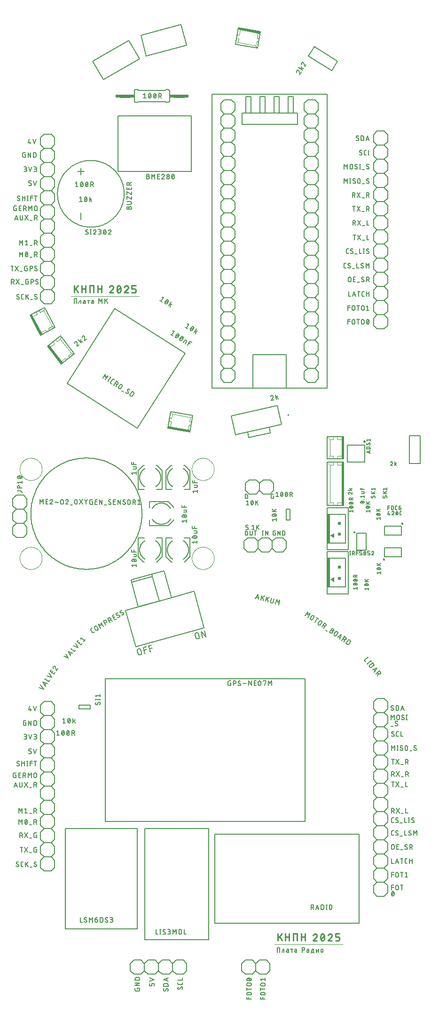
<source format=gbr>
G04 EAGLE Gerber RS-274X export*
G75*
%MOMM*%
%FSLAX34Y34*%
%LPD*%
%INSilkscreen Top*%
%IPPOS*%
%AMOC8*
5,1,8,0,0,1.08239X$1,22.5*%
G01*
%ADD10C,0.152400*%
%ADD11C,0.127000*%
%ADD12C,0.300000*%
%ADD13C,0.100000*%
%ADD14C,0.228600*%
%ADD15C,0.200000*%
%ADD16R,0.400000X7.800000*%
%ADD17R,0.400000X4.050000*%
%ADD18C,0.150000*%
%ADD19R,0.500000X0.500000*%
%ADD20R,0.600000X5.350000*%
%ADD21C,0.203200*%
%ADD22R,0.250000X0.250000*%
%ADD23C,0.050800*%
%ADD24R,4.000000X0.375000*%
%ADD25C,0.609600*%
%ADD26R,0.863600X0.609600*%

G36*
X595537Y767757D02*
X595537Y767757D01*
X595555Y767756D01*
X595655Y767784D01*
X595756Y767808D01*
X595772Y767817D01*
X595790Y767822D01*
X595875Y767882D01*
X595964Y767936D01*
X595975Y767951D01*
X595991Y767961D01*
X596053Y768045D01*
X596119Y768125D01*
X596125Y768142D01*
X596136Y768157D01*
X596168Y768256D01*
X596205Y768353D01*
X596207Y768377D01*
X596211Y768389D01*
X596211Y768413D01*
X596219Y768500D01*
X596219Y774500D01*
X596216Y774522D01*
X596218Y774543D01*
X596201Y774615D01*
X596190Y774706D01*
X596183Y774722D01*
X596180Y774741D01*
X596166Y774767D01*
X596162Y774780D01*
X596134Y774826D01*
X596131Y774832D01*
X596086Y774926D01*
X596073Y774940D01*
X596065Y774956D01*
X596038Y774981D01*
X596034Y774988D01*
X596010Y775007D01*
X595989Y775027D01*
X595917Y775102D01*
X595900Y775110D01*
X595887Y775123D01*
X595848Y775140D01*
X595845Y775143D01*
X595832Y775147D01*
X595792Y775166D01*
X595699Y775213D01*
X595681Y775216D01*
X595664Y775224D01*
X595618Y775228D01*
X595617Y775229D01*
X595553Y775235D01*
X595458Y775249D01*
X595440Y775246D01*
X595421Y775248D01*
X595320Y775224D01*
X595218Y775206D01*
X595196Y775195D01*
X595184Y775192D01*
X595163Y775180D01*
X595085Y775142D01*
X590085Y772142D01*
X590034Y772099D01*
X590019Y772092D01*
X590007Y772079D01*
X589949Y772039D01*
X589927Y772009D01*
X589899Y771985D01*
X589863Y771925D01*
X589852Y771914D01*
X589846Y771899D01*
X589804Y771843D01*
X589792Y771807D01*
X589773Y771775D01*
X589758Y771707D01*
X589751Y771691D01*
X589750Y771675D01*
X589729Y771611D01*
X589730Y771573D01*
X589722Y771537D01*
X589729Y771469D01*
X589727Y771448D01*
X589732Y771429D01*
X589733Y771367D01*
X589745Y771332D01*
X589750Y771294D01*
X589776Y771238D01*
X589783Y771211D01*
X589796Y771189D01*
X589815Y771137D01*
X589838Y771108D01*
X589854Y771074D01*
X589892Y771034D01*
X589911Y771003D01*
X589937Y770982D01*
X589966Y770946D01*
X590008Y770915D01*
X590024Y770898D01*
X590043Y770888D01*
X590085Y770858D01*
X595085Y767858D01*
X595181Y767819D01*
X595276Y767776D01*
X595294Y767775D01*
X595311Y767768D01*
X595415Y767763D01*
X595519Y767752D01*
X595537Y767757D01*
G37*
G36*
X595537Y846757D02*
X595537Y846757D01*
X595555Y846756D01*
X595655Y846784D01*
X595756Y846808D01*
X595772Y846817D01*
X595790Y846822D01*
X595875Y846882D01*
X595964Y846936D01*
X595975Y846951D01*
X595991Y846961D01*
X596053Y847045D01*
X596119Y847125D01*
X596125Y847142D01*
X596136Y847157D01*
X596168Y847256D01*
X596205Y847353D01*
X596207Y847377D01*
X596211Y847389D01*
X596211Y847413D01*
X596219Y847500D01*
X596219Y853500D01*
X596216Y853522D01*
X596218Y853543D01*
X596201Y853614D01*
X596190Y853706D01*
X596183Y853722D01*
X596180Y853741D01*
X596166Y853767D01*
X596162Y853780D01*
X596134Y853826D01*
X596131Y853832D01*
X596086Y853926D01*
X596073Y853940D01*
X596065Y853956D01*
X596038Y853981D01*
X596034Y853988D01*
X596010Y854007D01*
X595989Y854027D01*
X595917Y854102D01*
X595900Y854110D01*
X595887Y854123D01*
X595848Y854140D01*
X595845Y854142D01*
X595833Y854147D01*
X595792Y854166D01*
X595699Y854213D01*
X595681Y854216D01*
X595664Y854224D01*
X595618Y854228D01*
X595617Y854229D01*
X595554Y854235D01*
X595458Y854249D01*
X595440Y854246D01*
X595421Y854248D01*
X595320Y854224D01*
X595218Y854206D01*
X595196Y854195D01*
X595184Y854192D01*
X595163Y854180D01*
X595085Y854142D01*
X590085Y851142D01*
X590034Y851099D01*
X590019Y851092D01*
X590007Y851079D01*
X589949Y851039D01*
X589927Y851009D01*
X589899Y850985D01*
X589862Y850924D01*
X589852Y850913D01*
X589846Y850900D01*
X589804Y850843D01*
X589792Y850807D01*
X589773Y850775D01*
X589758Y850706D01*
X589751Y850691D01*
X589750Y850676D01*
X589729Y850611D01*
X589730Y850573D01*
X589722Y850537D01*
X589729Y850469D01*
X589727Y850448D01*
X589732Y850430D01*
X589733Y850367D01*
X589745Y850332D01*
X589750Y850294D01*
X589776Y850237D01*
X589783Y850211D01*
X589796Y850189D01*
X589815Y850137D01*
X589838Y850108D01*
X589854Y850074D01*
X589893Y850034D01*
X589911Y850003D01*
X589937Y849982D01*
X589966Y849946D01*
X590008Y849915D01*
X590024Y849898D01*
X590043Y849888D01*
X590085Y849858D01*
X595085Y846858D01*
X595181Y846819D01*
X595276Y846776D01*
X595294Y846775D01*
X595311Y846768D01*
X595415Y846763D01*
X595519Y846752D01*
X595537Y846757D01*
G37*
D10*
X698762Y519762D02*
X698762Y528238D01*
X701587Y523529D01*
X704413Y528238D01*
X704413Y519762D01*
X709133Y522116D02*
X709133Y525884D01*
X709135Y525980D01*
X709141Y526076D01*
X709151Y526171D01*
X709164Y526266D01*
X709182Y526361D01*
X709203Y526455D01*
X709228Y526547D01*
X709257Y526639D01*
X709290Y526729D01*
X709326Y526818D01*
X709366Y526905D01*
X709410Y526991D01*
X709456Y527075D01*
X709507Y527157D01*
X709560Y527236D01*
X709617Y527314D01*
X709677Y527389D01*
X709740Y527462D01*
X709806Y527531D01*
X709874Y527599D01*
X709945Y527663D01*
X710019Y527724D01*
X710096Y527783D01*
X710174Y527838D01*
X710255Y527890D01*
X710338Y527938D01*
X710423Y527984D01*
X710509Y528025D01*
X710597Y528063D01*
X710687Y528098D01*
X710778Y528129D01*
X710870Y528156D01*
X710963Y528179D01*
X711057Y528198D01*
X711152Y528214D01*
X711247Y528226D01*
X711343Y528234D01*
X711439Y528238D01*
X711535Y528238D01*
X711631Y528234D01*
X711727Y528226D01*
X711822Y528214D01*
X711917Y528198D01*
X712011Y528179D01*
X712104Y528156D01*
X712196Y528129D01*
X712287Y528098D01*
X712377Y528063D01*
X712465Y528025D01*
X712551Y527984D01*
X712636Y527938D01*
X712719Y527890D01*
X712800Y527838D01*
X712878Y527783D01*
X712955Y527724D01*
X713029Y527663D01*
X713100Y527599D01*
X713168Y527531D01*
X713234Y527462D01*
X713297Y527389D01*
X713357Y527314D01*
X713414Y527236D01*
X713467Y527157D01*
X713518Y527075D01*
X713564Y526991D01*
X713608Y526905D01*
X713648Y526818D01*
X713684Y526729D01*
X713717Y526639D01*
X713746Y526547D01*
X713771Y526455D01*
X713792Y526361D01*
X713810Y526266D01*
X713823Y526171D01*
X713833Y526076D01*
X713839Y525980D01*
X713841Y525884D01*
X713842Y525884D02*
X713842Y522116D01*
X713841Y522116D02*
X713839Y522020D01*
X713833Y521924D01*
X713823Y521829D01*
X713810Y521734D01*
X713792Y521639D01*
X713771Y521545D01*
X713746Y521453D01*
X713717Y521361D01*
X713684Y521271D01*
X713648Y521182D01*
X713608Y521095D01*
X713564Y521009D01*
X713518Y520925D01*
X713467Y520843D01*
X713414Y520764D01*
X713357Y520686D01*
X713297Y520611D01*
X713234Y520538D01*
X713168Y520469D01*
X713100Y520401D01*
X713029Y520337D01*
X712955Y520276D01*
X712878Y520217D01*
X712800Y520162D01*
X712719Y520110D01*
X712636Y520062D01*
X712551Y520016D01*
X712465Y519975D01*
X712377Y519937D01*
X712287Y519902D01*
X712196Y519871D01*
X712104Y519844D01*
X712011Y519821D01*
X711917Y519802D01*
X711822Y519786D01*
X711727Y519774D01*
X711631Y519766D01*
X711535Y519762D01*
X711439Y519762D01*
X711343Y519766D01*
X711247Y519774D01*
X711152Y519786D01*
X711057Y519802D01*
X710963Y519821D01*
X710870Y519844D01*
X710778Y519871D01*
X710687Y519902D01*
X710597Y519937D01*
X710509Y519975D01*
X710423Y520016D01*
X710338Y520062D01*
X710255Y520110D01*
X710174Y520162D01*
X710096Y520217D01*
X710019Y520276D01*
X709945Y520337D01*
X709874Y520401D01*
X709806Y520469D01*
X709740Y520538D01*
X709677Y520611D01*
X709617Y520686D01*
X709560Y520764D01*
X709507Y520843D01*
X709456Y520925D01*
X709410Y521009D01*
X709366Y521095D01*
X709326Y521182D01*
X709290Y521271D01*
X709257Y521361D01*
X709228Y521453D01*
X709203Y521545D01*
X709182Y521639D01*
X709164Y521734D01*
X709151Y521829D01*
X709141Y521924D01*
X709135Y522020D01*
X709133Y522116D01*
X720658Y519762D02*
X720742Y519764D01*
X720827Y519770D01*
X720911Y519779D01*
X720994Y519792D01*
X721077Y519809D01*
X721159Y519830D01*
X721240Y519854D01*
X721320Y519882D01*
X721398Y519914D01*
X721475Y519949D01*
X721551Y519987D01*
X721624Y520029D01*
X721696Y520074D01*
X721765Y520122D01*
X721833Y520173D01*
X721898Y520227D01*
X721960Y520284D01*
X722020Y520344D01*
X722077Y520406D01*
X722131Y520471D01*
X722182Y520539D01*
X722230Y520608D01*
X722275Y520680D01*
X722317Y520753D01*
X722355Y520829D01*
X722390Y520906D01*
X722422Y520984D01*
X722450Y521064D01*
X722474Y521145D01*
X722495Y521227D01*
X722512Y521310D01*
X722525Y521393D01*
X722534Y521477D01*
X722540Y521561D01*
X722542Y521646D01*
X720658Y519762D02*
X720537Y519764D01*
X720416Y519769D01*
X720296Y519779D01*
X720176Y519791D01*
X720056Y519808D01*
X719937Y519828D01*
X719818Y519852D01*
X719701Y519879D01*
X719584Y519910D01*
X719468Y519944D01*
X719353Y519982D01*
X719240Y520023D01*
X719128Y520068D01*
X719017Y520116D01*
X718907Y520168D01*
X718800Y520223D01*
X718694Y520281D01*
X718590Y520342D01*
X718487Y520406D01*
X718387Y520474D01*
X718289Y520544D01*
X718193Y520617D01*
X718099Y520694D01*
X718008Y520773D01*
X717919Y520855D01*
X717833Y520939D01*
X718068Y526354D02*
X718070Y526439D01*
X718076Y526523D01*
X718085Y526607D01*
X718098Y526690D01*
X718115Y526773D01*
X718136Y526855D01*
X718160Y526936D01*
X718188Y527016D01*
X718220Y527094D01*
X718255Y527171D01*
X718293Y527247D01*
X718335Y527320D01*
X718380Y527392D01*
X718428Y527461D01*
X718479Y527529D01*
X718533Y527594D01*
X718590Y527656D01*
X718650Y527716D01*
X718712Y527773D01*
X718777Y527827D01*
X718845Y527878D01*
X718914Y527926D01*
X718986Y527971D01*
X719059Y528013D01*
X719135Y528051D01*
X719212Y528086D01*
X719290Y528118D01*
X719370Y528146D01*
X719451Y528170D01*
X719533Y528191D01*
X719616Y528208D01*
X719699Y528221D01*
X719783Y528230D01*
X719867Y528236D01*
X719952Y528238D01*
X720066Y528236D01*
X720179Y528231D01*
X720292Y528222D01*
X720405Y528209D01*
X720518Y528192D01*
X720630Y528172D01*
X720741Y528149D01*
X720851Y528122D01*
X720961Y528091D01*
X721069Y528057D01*
X721176Y528019D01*
X721282Y527978D01*
X721387Y527934D01*
X721490Y527886D01*
X721591Y527835D01*
X721691Y527780D01*
X721789Y527723D01*
X721885Y527662D01*
X721979Y527598D01*
X722071Y527532D01*
X719010Y524706D02*
X718936Y524751D01*
X718865Y524800D01*
X718796Y524852D01*
X718730Y524907D01*
X718666Y524965D01*
X718604Y525026D01*
X718546Y525089D01*
X718490Y525155D01*
X718438Y525224D01*
X718388Y525295D01*
X718342Y525368D01*
X718299Y525443D01*
X718260Y525519D01*
X718224Y525598D01*
X718191Y525678D01*
X718163Y525759D01*
X718138Y525842D01*
X718117Y525926D01*
X718099Y526010D01*
X718086Y526096D01*
X718076Y526182D01*
X718070Y526268D01*
X718068Y526354D01*
X721600Y523294D02*
X721674Y523249D01*
X721745Y523200D01*
X721814Y523148D01*
X721880Y523093D01*
X721944Y523035D01*
X722006Y522974D01*
X722064Y522911D01*
X722120Y522845D01*
X722173Y522776D01*
X722222Y522705D01*
X722268Y522632D01*
X722311Y522557D01*
X722350Y522481D01*
X722386Y522402D01*
X722419Y522322D01*
X722447Y522240D01*
X722472Y522158D01*
X722493Y522074D01*
X722511Y521990D01*
X722524Y521904D01*
X722534Y521818D01*
X722540Y521732D01*
X722542Y521646D01*
X721600Y523294D02*
X719010Y524706D01*
X727087Y528238D02*
X727087Y519762D01*
X726146Y519762D02*
X728029Y519762D01*
X728029Y528238D02*
X726146Y528238D01*
X702529Y507820D02*
X698762Y507820D01*
X708916Y508762D02*
X709000Y508764D01*
X709085Y508770D01*
X709169Y508779D01*
X709252Y508792D01*
X709335Y508809D01*
X709417Y508830D01*
X709498Y508854D01*
X709578Y508882D01*
X709656Y508914D01*
X709733Y508949D01*
X709809Y508987D01*
X709882Y509029D01*
X709954Y509074D01*
X710023Y509122D01*
X710091Y509173D01*
X710156Y509227D01*
X710218Y509284D01*
X710278Y509344D01*
X710335Y509406D01*
X710389Y509471D01*
X710440Y509539D01*
X710488Y509608D01*
X710533Y509680D01*
X710575Y509753D01*
X710613Y509829D01*
X710648Y509906D01*
X710680Y509984D01*
X710708Y510064D01*
X710732Y510145D01*
X710753Y510227D01*
X710770Y510310D01*
X710783Y510393D01*
X710792Y510477D01*
X710798Y510561D01*
X710800Y510646D01*
X708916Y508762D02*
X708795Y508764D01*
X708674Y508769D01*
X708554Y508779D01*
X708434Y508791D01*
X708314Y508808D01*
X708195Y508828D01*
X708076Y508852D01*
X707959Y508879D01*
X707842Y508910D01*
X707726Y508944D01*
X707611Y508982D01*
X707498Y509023D01*
X707386Y509068D01*
X707275Y509116D01*
X707165Y509168D01*
X707058Y509223D01*
X706952Y509281D01*
X706848Y509342D01*
X706745Y509406D01*
X706645Y509474D01*
X706547Y509544D01*
X706451Y509617D01*
X706357Y509694D01*
X706266Y509773D01*
X706177Y509855D01*
X706091Y509939D01*
X706326Y515354D02*
X706328Y515439D01*
X706334Y515523D01*
X706343Y515607D01*
X706356Y515690D01*
X706373Y515773D01*
X706394Y515855D01*
X706418Y515936D01*
X706446Y516016D01*
X706478Y516094D01*
X706513Y516171D01*
X706551Y516247D01*
X706593Y516320D01*
X706638Y516392D01*
X706686Y516461D01*
X706737Y516529D01*
X706791Y516594D01*
X706848Y516656D01*
X706908Y516716D01*
X706970Y516773D01*
X707035Y516827D01*
X707103Y516878D01*
X707172Y516926D01*
X707244Y516971D01*
X707317Y517013D01*
X707393Y517051D01*
X707470Y517086D01*
X707548Y517118D01*
X707628Y517146D01*
X707709Y517170D01*
X707791Y517191D01*
X707874Y517208D01*
X707957Y517221D01*
X708041Y517230D01*
X708125Y517236D01*
X708210Y517238D01*
X708324Y517236D01*
X708437Y517231D01*
X708550Y517222D01*
X708663Y517209D01*
X708776Y517192D01*
X708888Y517172D01*
X708999Y517149D01*
X709109Y517122D01*
X709219Y517091D01*
X709327Y517057D01*
X709434Y517019D01*
X709540Y516978D01*
X709645Y516934D01*
X709748Y516886D01*
X709849Y516835D01*
X709949Y516780D01*
X710047Y516723D01*
X710143Y516662D01*
X710237Y516598D01*
X710329Y516532D01*
X707269Y513706D02*
X707195Y513751D01*
X707124Y513800D01*
X707055Y513852D01*
X706989Y513907D01*
X706925Y513965D01*
X706863Y514026D01*
X706805Y514089D01*
X706749Y514155D01*
X706697Y514224D01*
X706647Y514295D01*
X706601Y514368D01*
X706558Y514443D01*
X706519Y514519D01*
X706483Y514598D01*
X706450Y514678D01*
X706422Y514759D01*
X706397Y514842D01*
X706376Y514926D01*
X706358Y515010D01*
X706345Y515096D01*
X706335Y515182D01*
X706329Y515268D01*
X706327Y515354D01*
X709858Y512294D02*
X709932Y512249D01*
X710003Y512200D01*
X710072Y512148D01*
X710138Y512093D01*
X710202Y512035D01*
X710264Y511974D01*
X710322Y511911D01*
X710378Y511845D01*
X710431Y511776D01*
X710480Y511705D01*
X710526Y511632D01*
X710569Y511557D01*
X710608Y511481D01*
X710644Y511402D01*
X710677Y511322D01*
X710705Y511240D01*
X710730Y511158D01*
X710751Y511074D01*
X710769Y510990D01*
X710782Y510904D01*
X710792Y510818D01*
X710798Y510732D01*
X710800Y510646D01*
X709858Y512294D02*
X707268Y513706D01*
X699762Y473238D02*
X699762Y464762D01*
X702587Y468529D02*
X699762Y473238D01*
X702587Y468529D02*
X705413Y473238D01*
X705413Y464762D01*
X710687Y464762D02*
X710687Y473238D01*
X709746Y464762D02*
X711629Y464762D01*
X711629Y473238D02*
X709746Y473238D01*
X718058Y464762D02*
X718142Y464764D01*
X718227Y464770D01*
X718311Y464779D01*
X718394Y464792D01*
X718477Y464809D01*
X718559Y464830D01*
X718640Y464854D01*
X718720Y464882D01*
X718798Y464914D01*
X718875Y464949D01*
X718951Y464987D01*
X719024Y465029D01*
X719096Y465074D01*
X719165Y465122D01*
X719233Y465173D01*
X719298Y465227D01*
X719360Y465284D01*
X719420Y465344D01*
X719477Y465406D01*
X719531Y465471D01*
X719582Y465539D01*
X719630Y465608D01*
X719675Y465680D01*
X719717Y465753D01*
X719755Y465829D01*
X719790Y465906D01*
X719822Y465984D01*
X719850Y466064D01*
X719874Y466145D01*
X719895Y466227D01*
X719912Y466310D01*
X719925Y466393D01*
X719934Y466477D01*
X719940Y466561D01*
X719942Y466646D01*
X718058Y464762D02*
X717937Y464764D01*
X717816Y464769D01*
X717696Y464779D01*
X717576Y464791D01*
X717456Y464808D01*
X717337Y464828D01*
X717218Y464852D01*
X717101Y464879D01*
X716984Y464910D01*
X716868Y464944D01*
X716753Y464982D01*
X716640Y465023D01*
X716528Y465068D01*
X716417Y465116D01*
X716307Y465168D01*
X716200Y465223D01*
X716094Y465281D01*
X715990Y465342D01*
X715887Y465406D01*
X715787Y465474D01*
X715689Y465544D01*
X715593Y465617D01*
X715499Y465694D01*
X715408Y465773D01*
X715319Y465855D01*
X715233Y465939D01*
X715468Y471354D02*
X715470Y471439D01*
X715476Y471523D01*
X715485Y471607D01*
X715498Y471690D01*
X715515Y471773D01*
X715536Y471855D01*
X715560Y471936D01*
X715588Y472016D01*
X715620Y472094D01*
X715655Y472171D01*
X715693Y472247D01*
X715735Y472320D01*
X715780Y472392D01*
X715828Y472461D01*
X715879Y472529D01*
X715933Y472594D01*
X715990Y472656D01*
X716050Y472716D01*
X716112Y472773D01*
X716177Y472827D01*
X716245Y472878D01*
X716314Y472926D01*
X716386Y472971D01*
X716459Y473013D01*
X716535Y473051D01*
X716612Y473086D01*
X716690Y473118D01*
X716770Y473146D01*
X716851Y473170D01*
X716933Y473191D01*
X717016Y473208D01*
X717099Y473221D01*
X717183Y473230D01*
X717267Y473236D01*
X717352Y473238D01*
X717466Y473236D01*
X717579Y473231D01*
X717692Y473222D01*
X717805Y473209D01*
X717918Y473192D01*
X718030Y473172D01*
X718141Y473149D01*
X718251Y473122D01*
X718361Y473091D01*
X718469Y473057D01*
X718576Y473019D01*
X718682Y472978D01*
X718787Y472934D01*
X718890Y472886D01*
X718991Y472835D01*
X719091Y472780D01*
X719189Y472723D01*
X719285Y472662D01*
X719379Y472598D01*
X719471Y472532D01*
X716410Y469706D02*
X716336Y469751D01*
X716265Y469800D01*
X716196Y469852D01*
X716130Y469907D01*
X716066Y469965D01*
X716004Y470026D01*
X715946Y470089D01*
X715890Y470155D01*
X715838Y470224D01*
X715788Y470295D01*
X715742Y470368D01*
X715699Y470443D01*
X715660Y470519D01*
X715624Y470598D01*
X715591Y470678D01*
X715563Y470759D01*
X715538Y470842D01*
X715517Y470926D01*
X715499Y471010D01*
X715486Y471096D01*
X715476Y471182D01*
X715470Y471268D01*
X715468Y471354D01*
X719000Y468294D02*
X719074Y468249D01*
X719145Y468200D01*
X719214Y468148D01*
X719280Y468093D01*
X719344Y468035D01*
X719406Y467974D01*
X719464Y467911D01*
X719520Y467845D01*
X719573Y467776D01*
X719622Y467705D01*
X719668Y467632D01*
X719711Y467557D01*
X719750Y467481D01*
X719786Y467402D01*
X719819Y467322D01*
X719847Y467240D01*
X719872Y467158D01*
X719893Y467074D01*
X719911Y466990D01*
X719924Y466904D01*
X719934Y466818D01*
X719940Y466732D01*
X719942Y466646D01*
X719000Y468294D02*
X716410Y469706D01*
X723933Y470884D02*
X723933Y467116D01*
X723933Y470884D02*
X723935Y470980D01*
X723941Y471076D01*
X723951Y471171D01*
X723964Y471266D01*
X723982Y471361D01*
X724003Y471455D01*
X724028Y471547D01*
X724057Y471639D01*
X724090Y471729D01*
X724126Y471818D01*
X724166Y471905D01*
X724210Y471991D01*
X724256Y472075D01*
X724307Y472157D01*
X724360Y472236D01*
X724417Y472314D01*
X724477Y472389D01*
X724540Y472462D01*
X724606Y472531D01*
X724674Y472599D01*
X724745Y472663D01*
X724819Y472724D01*
X724896Y472783D01*
X724974Y472838D01*
X725055Y472890D01*
X725138Y472938D01*
X725223Y472984D01*
X725309Y473025D01*
X725397Y473063D01*
X725487Y473098D01*
X725578Y473129D01*
X725670Y473156D01*
X725763Y473179D01*
X725857Y473198D01*
X725952Y473214D01*
X726047Y473226D01*
X726143Y473234D01*
X726239Y473238D01*
X726335Y473238D01*
X726431Y473234D01*
X726527Y473226D01*
X726622Y473214D01*
X726717Y473198D01*
X726811Y473179D01*
X726904Y473156D01*
X726996Y473129D01*
X727087Y473098D01*
X727177Y473063D01*
X727265Y473025D01*
X727351Y472984D01*
X727436Y472938D01*
X727519Y472890D01*
X727600Y472838D01*
X727678Y472783D01*
X727755Y472724D01*
X727829Y472663D01*
X727900Y472599D01*
X727968Y472531D01*
X728034Y472462D01*
X728097Y472389D01*
X728157Y472314D01*
X728214Y472236D01*
X728267Y472157D01*
X728318Y472075D01*
X728364Y471991D01*
X728408Y471905D01*
X728448Y471818D01*
X728484Y471729D01*
X728517Y471639D01*
X728546Y471547D01*
X728571Y471455D01*
X728592Y471361D01*
X728610Y471266D01*
X728623Y471171D01*
X728633Y471076D01*
X728639Y470980D01*
X728641Y470884D01*
X728642Y470884D02*
X728642Y467116D01*
X728641Y467116D02*
X728639Y467020D01*
X728633Y466924D01*
X728623Y466829D01*
X728610Y466734D01*
X728592Y466639D01*
X728571Y466545D01*
X728546Y466453D01*
X728517Y466361D01*
X728484Y466271D01*
X728448Y466182D01*
X728408Y466095D01*
X728364Y466009D01*
X728318Y465925D01*
X728267Y465843D01*
X728214Y465764D01*
X728157Y465686D01*
X728097Y465611D01*
X728034Y465538D01*
X727968Y465469D01*
X727900Y465401D01*
X727829Y465337D01*
X727755Y465276D01*
X727678Y465217D01*
X727600Y465162D01*
X727519Y465110D01*
X727436Y465062D01*
X727351Y465016D01*
X727265Y464975D01*
X727177Y464937D01*
X727087Y464902D01*
X726996Y464871D01*
X726904Y464844D01*
X726811Y464821D01*
X726717Y464802D01*
X726622Y464786D01*
X726527Y464774D01*
X726431Y464766D01*
X726335Y464762D01*
X726239Y464762D01*
X726143Y464766D01*
X726047Y464774D01*
X725952Y464786D01*
X725857Y464802D01*
X725763Y464821D01*
X725670Y464844D01*
X725578Y464871D01*
X725487Y464902D01*
X725397Y464937D01*
X725309Y464975D01*
X725223Y465016D01*
X725138Y465062D01*
X725055Y465110D01*
X724974Y465162D01*
X724896Y465217D01*
X724819Y465276D01*
X724745Y465337D01*
X724674Y465401D01*
X724606Y465469D01*
X724540Y465538D01*
X724477Y465611D01*
X724417Y465686D01*
X724360Y465764D01*
X724307Y465843D01*
X724256Y465925D01*
X724210Y466009D01*
X724166Y466095D01*
X724126Y466182D01*
X724090Y466271D01*
X724057Y466361D01*
X724028Y466453D01*
X724003Y466545D01*
X723982Y466639D01*
X723964Y466734D01*
X723951Y466829D01*
X723941Y466924D01*
X723935Y467020D01*
X723933Y467116D01*
X732504Y463820D02*
X736271Y463820D01*
X742658Y464762D02*
X742742Y464764D01*
X742827Y464770D01*
X742911Y464779D01*
X742994Y464792D01*
X743077Y464809D01*
X743159Y464830D01*
X743240Y464854D01*
X743320Y464882D01*
X743398Y464914D01*
X743475Y464949D01*
X743551Y464987D01*
X743624Y465029D01*
X743696Y465074D01*
X743765Y465122D01*
X743833Y465173D01*
X743898Y465227D01*
X743960Y465284D01*
X744020Y465344D01*
X744077Y465406D01*
X744131Y465471D01*
X744182Y465539D01*
X744230Y465608D01*
X744275Y465680D01*
X744317Y465753D01*
X744355Y465829D01*
X744390Y465906D01*
X744422Y465984D01*
X744450Y466064D01*
X744474Y466145D01*
X744495Y466227D01*
X744512Y466310D01*
X744525Y466393D01*
X744534Y466477D01*
X744540Y466561D01*
X744542Y466646D01*
X742658Y464762D02*
X742537Y464764D01*
X742416Y464769D01*
X742296Y464779D01*
X742176Y464791D01*
X742056Y464808D01*
X741937Y464828D01*
X741818Y464852D01*
X741701Y464879D01*
X741584Y464910D01*
X741468Y464944D01*
X741353Y464982D01*
X741240Y465023D01*
X741128Y465068D01*
X741017Y465116D01*
X740907Y465168D01*
X740800Y465223D01*
X740694Y465281D01*
X740590Y465342D01*
X740487Y465406D01*
X740387Y465474D01*
X740289Y465544D01*
X740193Y465617D01*
X740099Y465694D01*
X740008Y465773D01*
X739919Y465855D01*
X739833Y465939D01*
X740068Y471354D02*
X740070Y471439D01*
X740076Y471523D01*
X740085Y471607D01*
X740098Y471690D01*
X740115Y471773D01*
X740136Y471855D01*
X740160Y471936D01*
X740188Y472016D01*
X740220Y472094D01*
X740255Y472171D01*
X740293Y472247D01*
X740335Y472320D01*
X740380Y472392D01*
X740428Y472461D01*
X740479Y472529D01*
X740533Y472594D01*
X740590Y472656D01*
X740650Y472716D01*
X740712Y472773D01*
X740777Y472827D01*
X740845Y472878D01*
X740914Y472926D01*
X740986Y472971D01*
X741059Y473013D01*
X741135Y473051D01*
X741212Y473086D01*
X741290Y473118D01*
X741370Y473146D01*
X741451Y473170D01*
X741533Y473191D01*
X741616Y473208D01*
X741699Y473221D01*
X741783Y473230D01*
X741867Y473236D01*
X741952Y473238D01*
X742066Y473236D01*
X742179Y473231D01*
X742292Y473222D01*
X742405Y473209D01*
X742518Y473192D01*
X742630Y473172D01*
X742741Y473149D01*
X742851Y473122D01*
X742961Y473091D01*
X743069Y473057D01*
X743176Y473019D01*
X743282Y472978D01*
X743387Y472934D01*
X743490Y472886D01*
X743591Y472835D01*
X743691Y472780D01*
X743789Y472723D01*
X743885Y472662D01*
X743979Y472598D01*
X744071Y472532D01*
X741010Y469706D02*
X740936Y469751D01*
X740865Y469800D01*
X740796Y469852D01*
X740730Y469907D01*
X740666Y469965D01*
X740604Y470026D01*
X740546Y470089D01*
X740490Y470155D01*
X740438Y470224D01*
X740388Y470295D01*
X740342Y470368D01*
X740299Y470443D01*
X740260Y470519D01*
X740224Y470598D01*
X740191Y470678D01*
X740163Y470759D01*
X740138Y470842D01*
X740117Y470926D01*
X740099Y471010D01*
X740086Y471096D01*
X740076Y471182D01*
X740070Y471268D01*
X740068Y471354D01*
X743600Y468294D02*
X743674Y468249D01*
X743745Y468200D01*
X743814Y468148D01*
X743880Y468093D01*
X743944Y468035D01*
X744006Y467974D01*
X744064Y467911D01*
X744120Y467845D01*
X744173Y467776D01*
X744222Y467705D01*
X744268Y467632D01*
X744311Y467557D01*
X744350Y467481D01*
X744386Y467402D01*
X744419Y467322D01*
X744447Y467240D01*
X744472Y467158D01*
X744493Y467074D01*
X744511Y466990D01*
X744524Y466904D01*
X744534Y466818D01*
X744540Y466732D01*
X744542Y466646D01*
X743600Y468294D02*
X741010Y469706D01*
X704471Y491646D02*
X704469Y491561D01*
X704463Y491477D01*
X704454Y491393D01*
X704441Y491310D01*
X704424Y491227D01*
X704403Y491145D01*
X704379Y491064D01*
X704351Y490984D01*
X704319Y490906D01*
X704284Y490829D01*
X704246Y490753D01*
X704204Y490680D01*
X704159Y490608D01*
X704111Y490539D01*
X704060Y490471D01*
X704006Y490406D01*
X703949Y490344D01*
X703889Y490284D01*
X703827Y490227D01*
X703762Y490173D01*
X703694Y490122D01*
X703625Y490074D01*
X703553Y490029D01*
X703480Y489987D01*
X703404Y489949D01*
X703327Y489914D01*
X703249Y489882D01*
X703169Y489854D01*
X703088Y489830D01*
X703006Y489809D01*
X702923Y489792D01*
X702840Y489779D01*
X702756Y489770D01*
X702671Y489764D01*
X702587Y489762D01*
X702466Y489764D01*
X702345Y489769D01*
X702225Y489779D01*
X702105Y489791D01*
X701985Y489808D01*
X701866Y489828D01*
X701747Y489852D01*
X701630Y489879D01*
X701513Y489910D01*
X701397Y489944D01*
X701282Y489982D01*
X701169Y490023D01*
X701057Y490068D01*
X700946Y490116D01*
X700836Y490168D01*
X700729Y490223D01*
X700623Y490281D01*
X700519Y490342D01*
X700416Y490406D01*
X700316Y490474D01*
X700218Y490544D01*
X700122Y490617D01*
X700028Y490694D01*
X699937Y490773D01*
X699848Y490855D01*
X699762Y490939D01*
X699997Y496354D02*
X699999Y496439D01*
X700005Y496523D01*
X700014Y496607D01*
X700027Y496690D01*
X700044Y496773D01*
X700065Y496855D01*
X700089Y496936D01*
X700117Y497016D01*
X700149Y497094D01*
X700184Y497171D01*
X700222Y497247D01*
X700264Y497320D01*
X700309Y497392D01*
X700357Y497461D01*
X700408Y497529D01*
X700462Y497594D01*
X700519Y497656D01*
X700579Y497716D01*
X700641Y497773D01*
X700706Y497827D01*
X700774Y497878D01*
X700843Y497926D01*
X700915Y497971D01*
X700988Y498013D01*
X701064Y498051D01*
X701141Y498086D01*
X701219Y498118D01*
X701299Y498146D01*
X701380Y498170D01*
X701462Y498191D01*
X701545Y498208D01*
X701628Y498221D01*
X701712Y498230D01*
X701796Y498236D01*
X701881Y498238D01*
X701995Y498236D01*
X702108Y498231D01*
X702221Y498222D01*
X702334Y498209D01*
X702447Y498192D01*
X702559Y498172D01*
X702670Y498149D01*
X702780Y498122D01*
X702890Y498091D01*
X702998Y498057D01*
X703105Y498019D01*
X703211Y497978D01*
X703316Y497934D01*
X703419Y497886D01*
X703520Y497835D01*
X703620Y497780D01*
X703718Y497723D01*
X703814Y497662D01*
X703908Y497598D01*
X704000Y497532D01*
X700939Y494706D02*
X700865Y494751D01*
X700794Y494800D01*
X700725Y494852D01*
X700659Y494907D01*
X700595Y494965D01*
X700533Y495026D01*
X700475Y495089D01*
X700419Y495155D01*
X700367Y495224D01*
X700317Y495295D01*
X700271Y495368D01*
X700228Y495443D01*
X700189Y495519D01*
X700153Y495598D01*
X700120Y495678D01*
X700092Y495759D01*
X700067Y495842D01*
X700046Y495926D01*
X700028Y496010D01*
X700015Y496096D01*
X700005Y496182D01*
X699999Y496268D01*
X699997Y496354D01*
X703529Y493294D02*
X703603Y493249D01*
X703674Y493200D01*
X703743Y493148D01*
X703809Y493093D01*
X703873Y493035D01*
X703935Y492974D01*
X703993Y492911D01*
X704049Y492845D01*
X704102Y492776D01*
X704151Y492705D01*
X704197Y492632D01*
X704240Y492557D01*
X704279Y492481D01*
X704315Y492402D01*
X704348Y492322D01*
X704376Y492240D01*
X704401Y492158D01*
X704422Y492074D01*
X704440Y491990D01*
X704453Y491904D01*
X704463Y491818D01*
X704469Y491732D01*
X704471Y491646D01*
X703529Y493294D02*
X700939Y494706D01*
X710308Y489762D02*
X712191Y489762D01*
X710308Y489762D02*
X710223Y489764D01*
X710139Y489770D01*
X710055Y489779D01*
X709972Y489792D01*
X709889Y489809D01*
X709807Y489830D01*
X709726Y489854D01*
X709646Y489882D01*
X709568Y489914D01*
X709491Y489949D01*
X709415Y489987D01*
X709342Y490029D01*
X709270Y490074D01*
X709201Y490122D01*
X709133Y490173D01*
X709068Y490227D01*
X709006Y490284D01*
X708946Y490344D01*
X708889Y490406D01*
X708835Y490471D01*
X708784Y490539D01*
X708736Y490608D01*
X708691Y490680D01*
X708649Y490753D01*
X708611Y490829D01*
X708576Y490906D01*
X708544Y490984D01*
X708516Y491064D01*
X708492Y491145D01*
X708471Y491227D01*
X708454Y491310D01*
X708441Y491393D01*
X708432Y491477D01*
X708426Y491561D01*
X708424Y491646D01*
X708424Y496354D01*
X708426Y496439D01*
X708432Y496523D01*
X708441Y496607D01*
X708454Y496690D01*
X708471Y496773D01*
X708492Y496855D01*
X708516Y496936D01*
X708544Y497016D01*
X708576Y497094D01*
X708611Y497171D01*
X708649Y497247D01*
X708691Y497320D01*
X708736Y497392D01*
X708784Y497461D01*
X708835Y497529D01*
X708889Y497594D01*
X708946Y497656D01*
X709006Y497716D01*
X709068Y497773D01*
X709133Y497827D01*
X709201Y497878D01*
X709270Y497926D01*
X709342Y497971D01*
X709415Y498013D01*
X709491Y498051D01*
X709568Y498086D01*
X709646Y498118D01*
X709726Y498146D01*
X709807Y498170D01*
X709889Y498191D01*
X709972Y498208D01*
X710055Y498221D01*
X710139Y498230D01*
X710223Y498236D01*
X710308Y498238D01*
X712191Y498238D01*
X716288Y498238D02*
X716288Y489762D01*
X720055Y489762D01*
X701587Y536762D02*
X701671Y536764D01*
X701756Y536770D01*
X701840Y536779D01*
X701923Y536792D01*
X702006Y536809D01*
X702088Y536830D01*
X702169Y536854D01*
X702249Y536882D01*
X702327Y536914D01*
X702404Y536949D01*
X702480Y536987D01*
X702553Y537029D01*
X702625Y537074D01*
X702694Y537122D01*
X702762Y537173D01*
X702827Y537227D01*
X702889Y537284D01*
X702949Y537344D01*
X703006Y537406D01*
X703060Y537471D01*
X703111Y537539D01*
X703159Y537608D01*
X703204Y537680D01*
X703246Y537753D01*
X703284Y537829D01*
X703319Y537906D01*
X703351Y537984D01*
X703379Y538064D01*
X703403Y538145D01*
X703424Y538227D01*
X703441Y538310D01*
X703454Y538393D01*
X703463Y538477D01*
X703469Y538561D01*
X703471Y538646D01*
X701587Y536762D02*
X701466Y536764D01*
X701345Y536769D01*
X701225Y536779D01*
X701105Y536791D01*
X700985Y536808D01*
X700866Y536828D01*
X700747Y536852D01*
X700630Y536879D01*
X700513Y536910D01*
X700397Y536944D01*
X700282Y536982D01*
X700169Y537023D01*
X700057Y537068D01*
X699946Y537116D01*
X699836Y537168D01*
X699729Y537223D01*
X699623Y537281D01*
X699519Y537342D01*
X699416Y537406D01*
X699316Y537474D01*
X699218Y537544D01*
X699122Y537617D01*
X699028Y537694D01*
X698937Y537773D01*
X698848Y537855D01*
X698762Y537939D01*
X698997Y543354D02*
X698999Y543439D01*
X699005Y543523D01*
X699014Y543607D01*
X699027Y543690D01*
X699044Y543773D01*
X699065Y543855D01*
X699089Y543936D01*
X699117Y544016D01*
X699149Y544094D01*
X699184Y544171D01*
X699222Y544247D01*
X699264Y544320D01*
X699309Y544392D01*
X699357Y544461D01*
X699408Y544529D01*
X699462Y544594D01*
X699519Y544656D01*
X699579Y544716D01*
X699641Y544773D01*
X699706Y544827D01*
X699774Y544878D01*
X699843Y544926D01*
X699915Y544971D01*
X699988Y545013D01*
X700064Y545051D01*
X700141Y545086D01*
X700219Y545118D01*
X700299Y545146D01*
X700380Y545170D01*
X700462Y545191D01*
X700545Y545208D01*
X700628Y545221D01*
X700712Y545230D01*
X700796Y545236D01*
X700881Y545238D01*
X700995Y545236D01*
X701108Y545231D01*
X701221Y545222D01*
X701334Y545209D01*
X701447Y545192D01*
X701559Y545172D01*
X701670Y545149D01*
X701780Y545122D01*
X701890Y545091D01*
X701998Y545057D01*
X702105Y545019D01*
X702211Y544978D01*
X702316Y544934D01*
X702419Y544886D01*
X702520Y544835D01*
X702620Y544780D01*
X702718Y544723D01*
X702814Y544662D01*
X702908Y544598D01*
X703000Y544532D01*
X699939Y541706D02*
X699865Y541751D01*
X699794Y541800D01*
X699725Y541852D01*
X699659Y541907D01*
X699595Y541965D01*
X699533Y542026D01*
X699475Y542089D01*
X699419Y542155D01*
X699367Y542224D01*
X699317Y542295D01*
X699271Y542368D01*
X699228Y542443D01*
X699189Y542519D01*
X699153Y542598D01*
X699120Y542678D01*
X699092Y542759D01*
X699067Y542842D01*
X699046Y542926D01*
X699028Y543010D01*
X699015Y543096D01*
X699005Y543182D01*
X698999Y543268D01*
X698997Y543354D01*
X702529Y540294D02*
X702603Y540249D01*
X702674Y540200D01*
X702743Y540148D01*
X702809Y540093D01*
X702873Y540035D01*
X702935Y539974D01*
X702993Y539911D01*
X703049Y539845D01*
X703102Y539776D01*
X703151Y539705D01*
X703197Y539632D01*
X703240Y539557D01*
X703279Y539481D01*
X703315Y539402D01*
X703348Y539322D01*
X703376Y539240D01*
X703401Y539158D01*
X703422Y539074D01*
X703440Y538990D01*
X703453Y538904D01*
X703463Y538818D01*
X703469Y538732D01*
X703471Y538646D01*
X702529Y540294D02*
X699939Y541706D01*
X707762Y545238D02*
X707762Y536762D01*
X707762Y545238D02*
X710116Y545238D01*
X710211Y545236D01*
X710305Y545230D01*
X710400Y545221D01*
X710494Y545208D01*
X710587Y545190D01*
X710679Y545170D01*
X710771Y545145D01*
X710861Y545117D01*
X710951Y545085D01*
X711039Y545050D01*
X711125Y545011D01*
X711210Y544968D01*
X711293Y544923D01*
X711374Y544874D01*
X711453Y544821D01*
X711530Y544766D01*
X711605Y544707D01*
X711677Y544646D01*
X711747Y544582D01*
X711814Y544515D01*
X711878Y544445D01*
X711939Y544373D01*
X711998Y544298D01*
X712053Y544221D01*
X712106Y544142D01*
X712155Y544061D01*
X712200Y543978D01*
X712243Y543893D01*
X712282Y543807D01*
X712317Y543719D01*
X712349Y543629D01*
X712377Y543539D01*
X712402Y543447D01*
X712422Y543355D01*
X712440Y543262D01*
X712453Y543168D01*
X712462Y543073D01*
X712468Y542979D01*
X712470Y542884D01*
X712471Y542884D02*
X712471Y539116D01*
X712470Y539116D02*
X712468Y539021D01*
X712462Y538927D01*
X712453Y538832D01*
X712440Y538738D01*
X712422Y538645D01*
X712402Y538553D01*
X712377Y538461D01*
X712349Y538371D01*
X712317Y538281D01*
X712282Y538193D01*
X712243Y538107D01*
X712200Y538022D01*
X712155Y537939D01*
X712106Y537858D01*
X712053Y537779D01*
X711998Y537702D01*
X711939Y537627D01*
X711878Y537555D01*
X711814Y537485D01*
X711747Y537418D01*
X711677Y537354D01*
X711605Y537293D01*
X711530Y537234D01*
X711453Y537179D01*
X711374Y537126D01*
X711293Y537077D01*
X711210Y537032D01*
X711125Y536989D01*
X711039Y536950D01*
X710951Y536915D01*
X710861Y536883D01*
X710771Y536855D01*
X710679Y536830D01*
X710587Y536810D01*
X710494Y536792D01*
X710400Y536779D01*
X710305Y536770D01*
X710211Y536764D01*
X710116Y536762D01*
X707762Y536762D01*
X716591Y536762D02*
X719416Y545238D01*
X722242Y536762D01*
X721535Y538881D02*
X717297Y538881D01*
X702116Y448238D02*
X702116Y439762D01*
X699762Y448238D02*
X704471Y448238D01*
X713342Y448238D02*
X707691Y439762D01*
X713342Y439762D02*
X707691Y448238D01*
X716733Y438820D02*
X720500Y438820D01*
X724746Y439762D02*
X724746Y448238D01*
X727101Y448238D01*
X727197Y448236D01*
X727293Y448230D01*
X727388Y448220D01*
X727483Y448207D01*
X727578Y448189D01*
X727672Y448168D01*
X727764Y448143D01*
X727856Y448114D01*
X727946Y448081D01*
X728035Y448045D01*
X728122Y448005D01*
X728208Y447961D01*
X728292Y447915D01*
X728374Y447864D01*
X728453Y447811D01*
X728531Y447754D01*
X728606Y447694D01*
X728679Y447631D01*
X728748Y447565D01*
X728816Y447497D01*
X728880Y447426D01*
X728941Y447352D01*
X729000Y447275D01*
X729055Y447197D01*
X729107Y447116D01*
X729155Y447033D01*
X729201Y446948D01*
X729242Y446862D01*
X729280Y446774D01*
X729315Y446684D01*
X729346Y446593D01*
X729373Y446501D01*
X729396Y446408D01*
X729415Y446314D01*
X729431Y446219D01*
X729443Y446124D01*
X729451Y446028D01*
X729455Y445932D01*
X729455Y445836D01*
X729451Y445740D01*
X729443Y445644D01*
X729431Y445549D01*
X729415Y445454D01*
X729396Y445360D01*
X729373Y445267D01*
X729346Y445175D01*
X729315Y445084D01*
X729280Y444994D01*
X729242Y444906D01*
X729201Y444820D01*
X729155Y444735D01*
X729107Y444652D01*
X729055Y444571D01*
X729000Y444493D01*
X728941Y444416D01*
X728880Y444342D01*
X728816Y444271D01*
X728748Y444203D01*
X728679Y444137D01*
X728606Y444074D01*
X728531Y444014D01*
X728453Y443957D01*
X728374Y443904D01*
X728292Y443853D01*
X728208Y443807D01*
X728122Y443763D01*
X728035Y443723D01*
X727946Y443687D01*
X727856Y443654D01*
X727764Y443625D01*
X727672Y443600D01*
X727578Y443579D01*
X727483Y443561D01*
X727388Y443548D01*
X727293Y443538D01*
X727197Y443532D01*
X727101Y443530D01*
X727101Y443529D02*
X724746Y443529D01*
X727571Y443529D02*
X729455Y439762D01*
X699762Y426238D02*
X699762Y417762D01*
X699762Y426238D02*
X702116Y426238D01*
X702212Y426236D01*
X702308Y426230D01*
X702403Y426220D01*
X702498Y426207D01*
X702593Y426189D01*
X702687Y426168D01*
X702779Y426143D01*
X702871Y426114D01*
X702961Y426081D01*
X703050Y426045D01*
X703137Y426005D01*
X703223Y425961D01*
X703307Y425915D01*
X703389Y425864D01*
X703468Y425811D01*
X703546Y425754D01*
X703621Y425694D01*
X703694Y425631D01*
X703763Y425565D01*
X703831Y425497D01*
X703895Y425426D01*
X703956Y425352D01*
X704015Y425275D01*
X704070Y425197D01*
X704122Y425116D01*
X704170Y425033D01*
X704216Y424948D01*
X704257Y424862D01*
X704295Y424774D01*
X704330Y424684D01*
X704361Y424593D01*
X704388Y424501D01*
X704411Y424408D01*
X704430Y424314D01*
X704446Y424219D01*
X704458Y424124D01*
X704466Y424028D01*
X704470Y423932D01*
X704470Y423836D01*
X704466Y423740D01*
X704458Y423644D01*
X704446Y423549D01*
X704430Y423454D01*
X704411Y423360D01*
X704388Y423267D01*
X704361Y423175D01*
X704330Y423084D01*
X704295Y422994D01*
X704257Y422906D01*
X704216Y422820D01*
X704170Y422735D01*
X704122Y422652D01*
X704070Y422571D01*
X704015Y422493D01*
X703956Y422416D01*
X703895Y422342D01*
X703831Y422271D01*
X703763Y422203D01*
X703694Y422137D01*
X703621Y422074D01*
X703546Y422014D01*
X703468Y421957D01*
X703389Y421904D01*
X703307Y421853D01*
X703223Y421807D01*
X703137Y421763D01*
X703050Y421723D01*
X702961Y421687D01*
X702871Y421654D01*
X702779Y421625D01*
X702687Y421600D01*
X702593Y421579D01*
X702498Y421561D01*
X702403Y421548D01*
X702308Y421538D01*
X702212Y421532D01*
X702116Y421530D01*
X702116Y421529D02*
X699762Y421529D01*
X702587Y421529D02*
X704471Y417762D01*
X708207Y417762D02*
X713858Y426238D01*
X708207Y426238D02*
X713858Y417762D01*
X717249Y416820D02*
X721016Y416820D01*
X725262Y417762D02*
X725262Y426238D01*
X727616Y426238D01*
X727712Y426236D01*
X727808Y426230D01*
X727903Y426220D01*
X727998Y426207D01*
X728093Y426189D01*
X728187Y426168D01*
X728279Y426143D01*
X728371Y426114D01*
X728461Y426081D01*
X728550Y426045D01*
X728637Y426005D01*
X728723Y425961D01*
X728807Y425915D01*
X728889Y425864D01*
X728968Y425811D01*
X729046Y425754D01*
X729121Y425694D01*
X729194Y425631D01*
X729263Y425565D01*
X729331Y425497D01*
X729395Y425426D01*
X729456Y425352D01*
X729515Y425275D01*
X729570Y425197D01*
X729622Y425116D01*
X729670Y425033D01*
X729716Y424948D01*
X729757Y424862D01*
X729795Y424774D01*
X729830Y424684D01*
X729861Y424593D01*
X729888Y424501D01*
X729911Y424408D01*
X729930Y424314D01*
X729946Y424219D01*
X729958Y424124D01*
X729966Y424028D01*
X729970Y423932D01*
X729970Y423836D01*
X729966Y423740D01*
X729958Y423644D01*
X729946Y423549D01*
X729930Y423454D01*
X729911Y423360D01*
X729888Y423267D01*
X729861Y423175D01*
X729830Y423084D01*
X729795Y422994D01*
X729757Y422906D01*
X729716Y422820D01*
X729670Y422735D01*
X729622Y422652D01*
X729570Y422571D01*
X729515Y422493D01*
X729456Y422416D01*
X729395Y422342D01*
X729331Y422271D01*
X729263Y422203D01*
X729194Y422137D01*
X729121Y422074D01*
X729046Y422014D01*
X728968Y421957D01*
X728889Y421904D01*
X728807Y421853D01*
X728723Y421807D01*
X728637Y421763D01*
X728550Y421723D01*
X728461Y421687D01*
X728371Y421654D01*
X728279Y421625D01*
X728187Y421600D01*
X728093Y421579D01*
X727998Y421561D01*
X727903Y421548D01*
X727808Y421538D01*
X727712Y421532D01*
X727616Y421530D01*
X727616Y421529D02*
X725262Y421529D01*
X728087Y421529D02*
X729971Y417762D01*
X702116Y408238D02*
X702116Y399762D01*
X699762Y408238D02*
X704471Y408238D01*
X713342Y408238D02*
X707691Y399762D01*
X713342Y399762D02*
X707691Y408238D01*
X716733Y398820D02*
X720500Y398820D01*
X724688Y399762D02*
X724688Y408238D01*
X724688Y399762D02*
X728455Y399762D01*
X699762Y360238D02*
X699762Y351762D01*
X699762Y360238D02*
X702116Y360238D01*
X702212Y360236D01*
X702308Y360230D01*
X702403Y360220D01*
X702498Y360207D01*
X702593Y360189D01*
X702687Y360168D01*
X702779Y360143D01*
X702871Y360114D01*
X702961Y360081D01*
X703050Y360045D01*
X703137Y360005D01*
X703223Y359961D01*
X703307Y359915D01*
X703389Y359864D01*
X703468Y359811D01*
X703546Y359754D01*
X703621Y359694D01*
X703694Y359631D01*
X703763Y359565D01*
X703831Y359497D01*
X703895Y359426D01*
X703956Y359352D01*
X704015Y359275D01*
X704070Y359197D01*
X704122Y359116D01*
X704170Y359033D01*
X704216Y358948D01*
X704257Y358862D01*
X704295Y358774D01*
X704330Y358684D01*
X704361Y358593D01*
X704388Y358501D01*
X704411Y358408D01*
X704430Y358314D01*
X704446Y358219D01*
X704458Y358124D01*
X704466Y358028D01*
X704470Y357932D01*
X704470Y357836D01*
X704466Y357740D01*
X704458Y357644D01*
X704446Y357549D01*
X704430Y357454D01*
X704411Y357360D01*
X704388Y357267D01*
X704361Y357175D01*
X704330Y357084D01*
X704295Y356994D01*
X704257Y356906D01*
X704216Y356820D01*
X704170Y356735D01*
X704122Y356652D01*
X704070Y356571D01*
X704015Y356493D01*
X703956Y356416D01*
X703895Y356342D01*
X703831Y356271D01*
X703763Y356203D01*
X703694Y356137D01*
X703621Y356074D01*
X703546Y356014D01*
X703468Y355957D01*
X703389Y355904D01*
X703307Y355853D01*
X703223Y355807D01*
X703137Y355763D01*
X703050Y355723D01*
X702961Y355687D01*
X702871Y355654D01*
X702779Y355625D01*
X702687Y355600D01*
X702593Y355579D01*
X702498Y355561D01*
X702403Y355548D01*
X702308Y355538D01*
X702212Y355532D01*
X702116Y355530D01*
X702116Y355529D02*
X699762Y355529D01*
X702587Y355529D02*
X704471Y351762D01*
X708207Y351762D02*
X713858Y360238D01*
X708207Y360238D02*
X713858Y351762D01*
X717249Y350820D02*
X721016Y350820D01*
X725204Y351762D02*
X725204Y360238D01*
X725204Y351762D02*
X728971Y351762D01*
X703529Y334762D02*
X701646Y334762D01*
X701561Y334764D01*
X701477Y334770D01*
X701393Y334779D01*
X701310Y334792D01*
X701227Y334809D01*
X701145Y334830D01*
X701064Y334854D01*
X700984Y334882D01*
X700906Y334914D01*
X700829Y334949D01*
X700753Y334987D01*
X700680Y335029D01*
X700608Y335074D01*
X700539Y335122D01*
X700471Y335173D01*
X700406Y335227D01*
X700344Y335284D01*
X700284Y335344D01*
X700227Y335406D01*
X700173Y335471D01*
X700122Y335539D01*
X700074Y335608D01*
X700029Y335680D01*
X699987Y335753D01*
X699949Y335829D01*
X699914Y335906D01*
X699882Y335984D01*
X699854Y336064D01*
X699830Y336145D01*
X699809Y336227D01*
X699792Y336310D01*
X699779Y336393D01*
X699770Y336477D01*
X699764Y336561D01*
X699762Y336646D01*
X699762Y341354D01*
X699764Y341439D01*
X699770Y341523D01*
X699779Y341607D01*
X699792Y341690D01*
X699809Y341773D01*
X699830Y341855D01*
X699854Y341936D01*
X699882Y342016D01*
X699914Y342094D01*
X699949Y342171D01*
X699987Y342247D01*
X700029Y342320D01*
X700074Y342392D01*
X700122Y342461D01*
X700173Y342529D01*
X700227Y342594D01*
X700284Y342656D01*
X700344Y342716D01*
X700406Y342773D01*
X700471Y342827D01*
X700539Y342878D01*
X700608Y342926D01*
X700680Y342971D01*
X700753Y343013D01*
X700829Y343051D01*
X700906Y343086D01*
X700984Y343118D01*
X701064Y343146D01*
X701145Y343170D01*
X701227Y343191D01*
X701310Y343208D01*
X701393Y343221D01*
X701477Y343230D01*
X701561Y343236D01*
X701646Y343238D01*
X703529Y343238D01*
X711709Y336646D02*
X711707Y336561D01*
X711701Y336477D01*
X711692Y336393D01*
X711679Y336310D01*
X711662Y336227D01*
X711641Y336145D01*
X711617Y336064D01*
X711589Y335984D01*
X711557Y335906D01*
X711522Y335829D01*
X711484Y335753D01*
X711442Y335680D01*
X711397Y335608D01*
X711349Y335539D01*
X711298Y335471D01*
X711244Y335406D01*
X711187Y335344D01*
X711127Y335284D01*
X711065Y335227D01*
X711000Y335173D01*
X710932Y335122D01*
X710863Y335074D01*
X710791Y335029D01*
X710718Y334987D01*
X710642Y334949D01*
X710565Y334914D01*
X710487Y334882D01*
X710407Y334854D01*
X710326Y334830D01*
X710244Y334809D01*
X710161Y334792D01*
X710078Y334779D01*
X709994Y334770D01*
X709909Y334764D01*
X709825Y334762D01*
X709704Y334764D01*
X709583Y334769D01*
X709463Y334779D01*
X709343Y334791D01*
X709223Y334808D01*
X709104Y334828D01*
X708985Y334852D01*
X708868Y334879D01*
X708751Y334910D01*
X708635Y334944D01*
X708520Y334982D01*
X708407Y335023D01*
X708295Y335068D01*
X708184Y335116D01*
X708074Y335168D01*
X707967Y335223D01*
X707861Y335281D01*
X707757Y335342D01*
X707654Y335406D01*
X707554Y335474D01*
X707456Y335544D01*
X707360Y335617D01*
X707266Y335694D01*
X707175Y335773D01*
X707086Y335855D01*
X707000Y335939D01*
X707235Y341354D02*
X707237Y341439D01*
X707243Y341523D01*
X707252Y341607D01*
X707265Y341690D01*
X707282Y341773D01*
X707303Y341855D01*
X707327Y341936D01*
X707355Y342016D01*
X707387Y342094D01*
X707422Y342171D01*
X707460Y342247D01*
X707502Y342320D01*
X707547Y342392D01*
X707595Y342461D01*
X707646Y342529D01*
X707700Y342594D01*
X707757Y342656D01*
X707817Y342716D01*
X707879Y342773D01*
X707944Y342827D01*
X708012Y342878D01*
X708081Y342926D01*
X708153Y342971D01*
X708226Y343013D01*
X708302Y343051D01*
X708379Y343086D01*
X708457Y343118D01*
X708537Y343146D01*
X708618Y343170D01*
X708700Y343191D01*
X708783Y343208D01*
X708866Y343221D01*
X708950Y343230D01*
X709034Y343236D01*
X709119Y343238D01*
X709233Y343236D01*
X709346Y343231D01*
X709459Y343222D01*
X709572Y343209D01*
X709685Y343192D01*
X709797Y343172D01*
X709908Y343149D01*
X710018Y343122D01*
X710128Y343091D01*
X710236Y343057D01*
X710343Y343019D01*
X710449Y342978D01*
X710554Y342934D01*
X710657Y342886D01*
X710758Y342835D01*
X710858Y342780D01*
X710956Y342723D01*
X711052Y342662D01*
X711146Y342598D01*
X711238Y342532D01*
X708177Y339706D02*
X708103Y339751D01*
X708032Y339800D01*
X707963Y339852D01*
X707897Y339907D01*
X707833Y339965D01*
X707771Y340026D01*
X707713Y340089D01*
X707657Y340155D01*
X707605Y340224D01*
X707555Y340295D01*
X707509Y340368D01*
X707466Y340443D01*
X707427Y340519D01*
X707391Y340598D01*
X707358Y340678D01*
X707330Y340759D01*
X707305Y340842D01*
X707284Y340926D01*
X707266Y341010D01*
X707253Y341096D01*
X707243Y341182D01*
X707237Y341268D01*
X707235Y341354D01*
X710767Y338294D02*
X710841Y338249D01*
X710912Y338200D01*
X710981Y338148D01*
X711047Y338093D01*
X711111Y338035D01*
X711173Y337974D01*
X711231Y337911D01*
X711287Y337845D01*
X711340Y337776D01*
X711389Y337705D01*
X711435Y337632D01*
X711478Y337557D01*
X711517Y337481D01*
X711553Y337402D01*
X711586Y337322D01*
X711614Y337240D01*
X711639Y337158D01*
X711660Y337074D01*
X711678Y336990D01*
X711691Y336904D01*
X711701Y336818D01*
X711707Y336732D01*
X711709Y336646D01*
X710767Y338294D02*
X708177Y339706D01*
X715271Y333820D02*
X719038Y333820D01*
X723226Y334762D02*
X723226Y343238D01*
X723226Y334762D02*
X726993Y334762D01*
X731254Y334762D02*
X731254Y343238D01*
X730313Y334762D02*
X732196Y334762D01*
X732196Y343238D02*
X730313Y343238D01*
X738625Y334762D02*
X738709Y334764D01*
X738794Y334770D01*
X738878Y334779D01*
X738961Y334792D01*
X739044Y334809D01*
X739126Y334830D01*
X739207Y334854D01*
X739287Y334882D01*
X739365Y334914D01*
X739442Y334949D01*
X739518Y334987D01*
X739591Y335029D01*
X739663Y335074D01*
X739732Y335122D01*
X739800Y335173D01*
X739865Y335227D01*
X739927Y335284D01*
X739987Y335344D01*
X740044Y335406D01*
X740098Y335471D01*
X740149Y335539D01*
X740197Y335608D01*
X740242Y335680D01*
X740284Y335753D01*
X740322Y335829D01*
X740357Y335906D01*
X740389Y335984D01*
X740417Y336064D01*
X740441Y336145D01*
X740462Y336227D01*
X740479Y336310D01*
X740492Y336393D01*
X740501Y336477D01*
X740507Y336561D01*
X740509Y336646D01*
X738625Y334762D02*
X738504Y334764D01*
X738383Y334769D01*
X738263Y334779D01*
X738143Y334791D01*
X738023Y334808D01*
X737904Y334828D01*
X737785Y334852D01*
X737668Y334879D01*
X737551Y334910D01*
X737435Y334944D01*
X737320Y334982D01*
X737207Y335023D01*
X737095Y335068D01*
X736984Y335116D01*
X736874Y335168D01*
X736767Y335223D01*
X736661Y335281D01*
X736557Y335342D01*
X736454Y335406D01*
X736354Y335474D01*
X736256Y335544D01*
X736160Y335617D01*
X736066Y335694D01*
X735975Y335773D01*
X735886Y335855D01*
X735800Y335939D01*
X736035Y341354D02*
X736037Y341439D01*
X736043Y341523D01*
X736052Y341607D01*
X736065Y341690D01*
X736082Y341773D01*
X736103Y341855D01*
X736127Y341936D01*
X736155Y342016D01*
X736187Y342094D01*
X736222Y342171D01*
X736260Y342247D01*
X736302Y342320D01*
X736347Y342392D01*
X736395Y342461D01*
X736446Y342529D01*
X736500Y342594D01*
X736557Y342656D01*
X736617Y342716D01*
X736679Y342773D01*
X736744Y342827D01*
X736812Y342878D01*
X736881Y342926D01*
X736953Y342971D01*
X737026Y343013D01*
X737102Y343051D01*
X737179Y343086D01*
X737257Y343118D01*
X737337Y343146D01*
X737418Y343170D01*
X737500Y343191D01*
X737583Y343208D01*
X737666Y343221D01*
X737750Y343230D01*
X737834Y343236D01*
X737919Y343238D01*
X738033Y343236D01*
X738146Y343231D01*
X738259Y343222D01*
X738372Y343209D01*
X738485Y343192D01*
X738597Y343172D01*
X738708Y343149D01*
X738818Y343122D01*
X738928Y343091D01*
X739036Y343057D01*
X739143Y343019D01*
X739249Y342978D01*
X739354Y342934D01*
X739457Y342886D01*
X739558Y342835D01*
X739658Y342780D01*
X739756Y342723D01*
X739852Y342662D01*
X739946Y342598D01*
X740038Y342532D01*
X736977Y339706D02*
X736903Y339751D01*
X736832Y339800D01*
X736763Y339852D01*
X736697Y339907D01*
X736633Y339965D01*
X736571Y340026D01*
X736513Y340089D01*
X736457Y340155D01*
X736405Y340224D01*
X736355Y340295D01*
X736309Y340368D01*
X736266Y340443D01*
X736227Y340519D01*
X736191Y340598D01*
X736158Y340678D01*
X736130Y340759D01*
X736105Y340842D01*
X736084Y340926D01*
X736066Y341010D01*
X736053Y341096D01*
X736043Y341182D01*
X736037Y341268D01*
X736035Y341354D01*
X739567Y338294D02*
X739641Y338249D01*
X739712Y338200D01*
X739781Y338148D01*
X739847Y338093D01*
X739911Y338035D01*
X739973Y337974D01*
X740031Y337911D01*
X740087Y337845D01*
X740140Y337776D01*
X740189Y337705D01*
X740235Y337632D01*
X740278Y337557D01*
X740317Y337481D01*
X740353Y337402D01*
X740386Y337322D01*
X740414Y337240D01*
X740439Y337158D01*
X740460Y337074D01*
X740478Y336990D01*
X740491Y336904D01*
X740501Y336818D01*
X740507Y336732D01*
X740509Y336646D01*
X739567Y338294D02*
X736977Y339706D01*
X703529Y311762D02*
X701646Y311762D01*
X701561Y311764D01*
X701477Y311770D01*
X701393Y311779D01*
X701310Y311792D01*
X701227Y311809D01*
X701145Y311830D01*
X701064Y311854D01*
X700984Y311882D01*
X700906Y311914D01*
X700829Y311949D01*
X700753Y311987D01*
X700680Y312029D01*
X700608Y312074D01*
X700539Y312122D01*
X700471Y312173D01*
X700406Y312227D01*
X700344Y312284D01*
X700284Y312344D01*
X700227Y312406D01*
X700173Y312471D01*
X700122Y312539D01*
X700074Y312608D01*
X700029Y312680D01*
X699987Y312753D01*
X699949Y312829D01*
X699914Y312906D01*
X699882Y312984D01*
X699854Y313064D01*
X699830Y313145D01*
X699809Y313227D01*
X699792Y313310D01*
X699779Y313393D01*
X699770Y313477D01*
X699764Y313561D01*
X699762Y313646D01*
X699762Y318354D01*
X699764Y318439D01*
X699770Y318523D01*
X699779Y318607D01*
X699792Y318690D01*
X699809Y318773D01*
X699830Y318855D01*
X699854Y318936D01*
X699882Y319016D01*
X699914Y319094D01*
X699949Y319171D01*
X699987Y319247D01*
X700029Y319320D01*
X700074Y319392D01*
X700122Y319461D01*
X700173Y319529D01*
X700227Y319594D01*
X700284Y319656D01*
X700344Y319716D01*
X700406Y319773D01*
X700471Y319827D01*
X700539Y319878D01*
X700608Y319926D01*
X700680Y319971D01*
X700753Y320013D01*
X700829Y320051D01*
X700906Y320086D01*
X700984Y320118D01*
X701064Y320146D01*
X701145Y320170D01*
X701227Y320191D01*
X701310Y320208D01*
X701393Y320221D01*
X701477Y320230D01*
X701561Y320236D01*
X701646Y320238D01*
X703529Y320238D01*
X711709Y313646D02*
X711707Y313561D01*
X711701Y313477D01*
X711692Y313393D01*
X711679Y313310D01*
X711662Y313227D01*
X711641Y313145D01*
X711617Y313064D01*
X711589Y312984D01*
X711557Y312906D01*
X711522Y312829D01*
X711484Y312753D01*
X711442Y312680D01*
X711397Y312608D01*
X711349Y312539D01*
X711298Y312471D01*
X711244Y312406D01*
X711187Y312344D01*
X711127Y312284D01*
X711065Y312227D01*
X711000Y312173D01*
X710932Y312122D01*
X710863Y312074D01*
X710791Y312029D01*
X710718Y311987D01*
X710642Y311949D01*
X710565Y311914D01*
X710487Y311882D01*
X710407Y311854D01*
X710326Y311830D01*
X710244Y311809D01*
X710161Y311792D01*
X710078Y311779D01*
X709994Y311770D01*
X709909Y311764D01*
X709825Y311762D01*
X709704Y311764D01*
X709583Y311769D01*
X709463Y311779D01*
X709343Y311791D01*
X709223Y311808D01*
X709104Y311828D01*
X708985Y311852D01*
X708868Y311879D01*
X708751Y311910D01*
X708635Y311944D01*
X708520Y311982D01*
X708407Y312023D01*
X708295Y312068D01*
X708184Y312116D01*
X708074Y312168D01*
X707967Y312223D01*
X707861Y312281D01*
X707757Y312342D01*
X707654Y312406D01*
X707554Y312474D01*
X707456Y312544D01*
X707360Y312617D01*
X707266Y312694D01*
X707175Y312773D01*
X707086Y312855D01*
X707000Y312939D01*
X707235Y318354D02*
X707237Y318439D01*
X707243Y318523D01*
X707252Y318607D01*
X707265Y318690D01*
X707282Y318773D01*
X707303Y318855D01*
X707327Y318936D01*
X707355Y319016D01*
X707387Y319094D01*
X707422Y319171D01*
X707460Y319247D01*
X707502Y319320D01*
X707547Y319392D01*
X707595Y319461D01*
X707646Y319529D01*
X707700Y319594D01*
X707757Y319656D01*
X707817Y319716D01*
X707879Y319773D01*
X707944Y319827D01*
X708012Y319878D01*
X708081Y319926D01*
X708153Y319971D01*
X708226Y320013D01*
X708302Y320051D01*
X708379Y320086D01*
X708457Y320118D01*
X708537Y320146D01*
X708618Y320170D01*
X708700Y320191D01*
X708783Y320208D01*
X708866Y320221D01*
X708950Y320230D01*
X709034Y320236D01*
X709119Y320238D01*
X709233Y320236D01*
X709346Y320231D01*
X709459Y320222D01*
X709572Y320209D01*
X709685Y320192D01*
X709797Y320172D01*
X709908Y320149D01*
X710018Y320122D01*
X710128Y320091D01*
X710236Y320057D01*
X710343Y320019D01*
X710449Y319978D01*
X710554Y319934D01*
X710657Y319886D01*
X710758Y319835D01*
X710858Y319780D01*
X710956Y319723D01*
X711052Y319662D01*
X711146Y319598D01*
X711238Y319532D01*
X708177Y316706D02*
X708103Y316751D01*
X708032Y316800D01*
X707963Y316852D01*
X707897Y316907D01*
X707833Y316965D01*
X707771Y317026D01*
X707713Y317089D01*
X707657Y317155D01*
X707605Y317224D01*
X707555Y317295D01*
X707509Y317368D01*
X707466Y317443D01*
X707427Y317519D01*
X707391Y317598D01*
X707358Y317678D01*
X707330Y317759D01*
X707305Y317842D01*
X707284Y317926D01*
X707266Y318010D01*
X707253Y318096D01*
X707243Y318182D01*
X707237Y318268D01*
X707235Y318354D01*
X710767Y315294D02*
X710841Y315249D01*
X710912Y315200D01*
X710981Y315148D01*
X711047Y315093D01*
X711111Y315035D01*
X711173Y314974D01*
X711231Y314911D01*
X711287Y314845D01*
X711340Y314776D01*
X711389Y314705D01*
X711435Y314632D01*
X711478Y314557D01*
X711517Y314481D01*
X711553Y314402D01*
X711586Y314322D01*
X711614Y314240D01*
X711639Y314158D01*
X711660Y314074D01*
X711678Y313990D01*
X711691Y313904D01*
X711701Y313818D01*
X711707Y313732D01*
X711709Y313646D01*
X710767Y315294D02*
X708177Y316706D01*
X715271Y310820D02*
X719038Y310820D01*
X723226Y311762D02*
X723226Y320238D01*
X723226Y311762D02*
X726993Y311762D01*
X733225Y311762D02*
X733309Y311764D01*
X733394Y311770D01*
X733478Y311779D01*
X733561Y311792D01*
X733644Y311809D01*
X733726Y311830D01*
X733807Y311854D01*
X733887Y311882D01*
X733965Y311914D01*
X734042Y311949D01*
X734118Y311987D01*
X734191Y312029D01*
X734263Y312074D01*
X734332Y312122D01*
X734400Y312173D01*
X734465Y312227D01*
X734527Y312284D01*
X734587Y312344D01*
X734644Y312406D01*
X734698Y312471D01*
X734749Y312539D01*
X734797Y312608D01*
X734842Y312680D01*
X734884Y312753D01*
X734922Y312829D01*
X734957Y312906D01*
X734989Y312984D01*
X735017Y313064D01*
X735041Y313145D01*
X735062Y313227D01*
X735079Y313310D01*
X735092Y313393D01*
X735101Y313477D01*
X735107Y313561D01*
X735109Y313646D01*
X733225Y311762D02*
X733104Y311764D01*
X732983Y311769D01*
X732863Y311779D01*
X732743Y311791D01*
X732623Y311808D01*
X732504Y311828D01*
X732385Y311852D01*
X732268Y311879D01*
X732151Y311910D01*
X732035Y311944D01*
X731920Y311982D01*
X731807Y312023D01*
X731695Y312068D01*
X731584Y312116D01*
X731474Y312168D01*
X731367Y312223D01*
X731261Y312281D01*
X731157Y312342D01*
X731054Y312406D01*
X730954Y312474D01*
X730856Y312544D01*
X730760Y312617D01*
X730666Y312694D01*
X730575Y312773D01*
X730486Y312855D01*
X730400Y312939D01*
X730635Y318354D02*
X730637Y318439D01*
X730643Y318523D01*
X730652Y318607D01*
X730665Y318690D01*
X730682Y318773D01*
X730703Y318855D01*
X730727Y318936D01*
X730755Y319016D01*
X730787Y319094D01*
X730822Y319171D01*
X730860Y319247D01*
X730902Y319320D01*
X730947Y319392D01*
X730995Y319461D01*
X731046Y319529D01*
X731100Y319594D01*
X731157Y319656D01*
X731217Y319716D01*
X731279Y319773D01*
X731344Y319827D01*
X731412Y319878D01*
X731481Y319926D01*
X731553Y319971D01*
X731626Y320013D01*
X731702Y320051D01*
X731779Y320086D01*
X731857Y320118D01*
X731937Y320146D01*
X732018Y320170D01*
X732100Y320191D01*
X732183Y320208D01*
X732266Y320221D01*
X732350Y320230D01*
X732434Y320236D01*
X732519Y320238D01*
X732633Y320236D01*
X732746Y320231D01*
X732859Y320222D01*
X732972Y320209D01*
X733085Y320192D01*
X733197Y320172D01*
X733308Y320149D01*
X733418Y320122D01*
X733528Y320091D01*
X733636Y320057D01*
X733743Y320019D01*
X733849Y319978D01*
X733954Y319934D01*
X734057Y319886D01*
X734158Y319835D01*
X734258Y319780D01*
X734356Y319723D01*
X734452Y319662D01*
X734546Y319598D01*
X734638Y319532D01*
X731577Y316706D02*
X731503Y316751D01*
X731432Y316800D01*
X731363Y316852D01*
X731297Y316907D01*
X731233Y316965D01*
X731171Y317026D01*
X731113Y317089D01*
X731057Y317155D01*
X731005Y317224D01*
X730955Y317295D01*
X730909Y317368D01*
X730866Y317443D01*
X730827Y317519D01*
X730791Y317598D01*
X730758Y317678D01*
X730730Y317759D01*
X730705Y317842D01*
X730684Y317926D01*
X730666Y318010D01*
X730653Y318096D01*
X730643Y318182D01*
X730637Y318268D01*
X730635Y318354D01*
X734167Y315294D02*
X734241Y315249D01*
X734312Y315200D01*
X734381Y315148D01*
X734447Y315093D01*
X734511Y315035D01*
X734573Y314974D01*
X734631Y314911D01*
X734687Y314845D01*
X734740Y314776D01*
X734789Y314705D01*
X734835Y314632D01*
X734878Y314557D01*
X734917Y314481D01*
X734953Y314402D01*
X734986Y314322D01*
X735014Y314240D01*
X735039Y314158D01*
X735060Y314074D01*
X735078Y313990D01*
X735091Y313904D01*
X735101Y313818D01*
X735107Y313732D01*
X735109Y313646D01*
X734167Y315294D02*
X731577Y316706D01*
X739529Y320238D02*
X739529Y311762D01*
X742354Y315529D02*
X739529Y320238D01*
X742354Y315529D02*
X745180Y320238D01*
X745180Y311762D01*
X699762Y292884D02*
X699762Y289116D01*
X699762Y292884D02*
X699764Y292980D01*
X699770Y293076D01*
X699780Y293171D01*
X699793Y293266D01*
X699811Y293361D01*
X699832Y293455D01*
X699857Y293547D01*
X699886Y293639D01*
X699919Y293729D01*
X699955Y293818D01*
X699995Y293905D01*
X700039Y293991D01*
X700085Y294075D01*
X700136Y294157D01*
X700189Y294236D01*
X700246Y294314D01*
X700306Y294389D01*
X700369Y294462D01*
X700435Y294531D01*
X700503Y294599D01*
X700574Y294663D01*
X700648Y294724D01*
X700725Y294783D01*
X700803Y294838D01*
X700884Y294890D01*
X700967Y294938D01*
X701052Y294984D01*
X701138Y295025D01*
X701226Y295063D01*
X701316Y295098D01*
X701407Y295129D01*
X701499Y295156D01*
X701592Y295179D01*
X701686Y295198D01*
X701781Y295214D01*
X701876Y295226D01*
X701972Y295234D01*
X702068Y295238D01*
X702164Y295238D01*
X702260Y295234D01*
X702356Y295226D01*
X702451Y295214D01*
X702546Y295198D01*
X702640Y295179D01*
X702733Y295156D01*
X702825Y295129D01*
X702916Y295098D01*
X703006Y295063D01*
X703094Y295025D01*
X703180Y294984D01*
X703265Y294938D01*
X703348Y294890D01*
X703429Y294838D01*
X703507Y294783D01*
X703584Y294724D01*
X703658Y294663D01*
X703729Y294599D01*
X703797Y294531D01*
X703863Y294462D01*
X703926Y294389D01*
X703986Y294314D01*
X704043Y294236D01*
X704096Y294157D01*
X704147Y294075D01*
X704193Y293991D01*
X704237Y293905D01*
X704277Y293818D01*
X704313Y293729D01*
X704346Y293639D01*
X704375Y293547D01*
X704400Y293455D01*
X704421Y293361D01*
X704439Y293266D01*
X704452Y293171D01*
X704462Y293076D01*
X704468Y292980D01*
X704470Y292884D01*
X704471Y292884D02*
X704471Y289116D01*
X704470Y289116D02*
X704468Y289020D01*
X704462Y288924D01*
X704452Y288829D01*
X704439Y288734D01*
X704421Y288639D01*
X704400Y288545D01*
X704375Y288453D01*
X704346Y288361D01*
X704313Y288271D01*
X704277Y288182D01*
X704237Y288095D01*
X704193Y288009D01*
X704147Y287925D01*
X704096Y287843D01*
X704043Y287764D01*
X703986Y287686D01*
X703926Y287611D01*
X703863Y287538D01*
X703797Y287469D01*
X703729Y287401D01*
X703658Y287337D01*
X703584Y287276D01*
X703507Y287217D01*
X703429Y287162D01*
X703348Y287110D01*
X703265Y287062D01*
X703180Y287016D01*
X703094Y286975D01*
X703006Y286937D01*
X702916Y286902D01*
X702825Y286871D01*
X702733Y286844D01*
X702640Y286821D01*
X702546Y286802D01*
X702451Y286786D01*
X702356Y286774D01*
X702260Y286766D01*
X702164Y286762D01*
X702068Y286762D01*
X701972Y286766D01*
X701876Y286774D01*
X701781Y286786D01*
X701686Y286802D01*
X701592Y286821D01*
X701499Y286844D01*
X701407Y286871D01*
X701316Y286902D01*
X701226Y286937D01*
X701138Y286975D01*
X701052Y287016D01*
X700967Y287062D01*
X700884Y287110D01*
X700803Y287162D01*
X700725Y287217D01*
X700648Y287276D01*
X700574Y287337D01*
X700503Y287401D01*
X700435Y287469D01*
X700369Y287538D01*
X700306Y287611D01*
X700246Y287686D01*
X700189Y287764D01*
X700136Y287843D01*
X700085Y287925D01*
X700039Y288009D01*
X699995Y288095D01*
X699955Y288182D01*
X699919Y288271D01*
X699886Y288361D01*
X699857Y288453D01*
X699832Y288545D01*
X699811Y288639D01*
X699793Y288734D01*
X699780Y288829D01*
X699770Y288924D01*
X699764Y289020D01*
X699762Y289116D01*
X709088Y286762D02*
X712855Y286762D01*
X709088Y286762D02*
X709088Y295238D01*
X712855Y295238D01*
X711913Y291471D02*
X709088Y291471D01*
X716133Y285820D02*
X719900Y285820D01*
X726287Y286762D02*
X726371Y286764D01*
X726456Y286770D01*
X726540Y286779D01*
X726623Y286792D01*
X726706Y286809D01*
X726788Y286830D01*
X726869Y286854D01*
X726949Y286882D01*
X727027Y286914D01*
X727104Y286949D01*
X727180Y286987D01*
X727253Y287029D01*
X727325Y287074D01*
X727394Y287122D01*
X727462Y287173D01*
X727527Y287227D01*
X727589Y287284D01*
X727649Y287344D01*
X727706Y287406D01*
X727760Y287471D01*
X727811Y287539D01*
X727859Y287608D01*
X727904Y287680D01*
X727946Y287753D01*
X727984Y287829D01*
X728019Y287906D01*
X728051Y287984D01*
X728079Y288064D01*
X728103Y288145D01*
X728124Y288227D01*
X728141Y288310D01*
X728154Y288393D01*
X728163Y288477D01*
X728169Y288561D01*
X728171Y288646D01*
X726287Y286762D02*
X726166Y286764D01*
X726045Y286769D01*
X725925Y286779D01*
X725805Y286791D01*
X725685Y286808D01*
X725566Y286828D01*
X725447Y286852D01*
X725330Y286879D01*
X725213Y286910D01*
X725097Y286944D01*
X724982Y286982D01*
X724869Y287023D01*
X724757Y287068D01*
X724646Y287116D01*
X724536Y287168D01*
X724429Y287223D01*
X724323Y287281D01*
X724219Y287342D01*
X724116Y287406D01*
X724016Y287474D01*
X723918Y287544D01*
X723822Y287617D01*
X723728Y287694D01*
X723637Y287773D01*
X723548Y287855D01*
X723462Y287939D01*
X723697Y293354D02*
X723699Y293439D01*
X723705Y293523D01*
X723714Y293607D01*
X723727Y293690D01*
X723744Y293773D01*
X723765Y293855D01*
X723789Y293936D01*
X723817Y294016D01*
X723849Y294094D01*
X723884Y294171D01*
X723922Y294247D01*
X723964Y294320D01*
X724009Y294392D01*
X724057Y294461D01*
X724108Y294529D01*
X724162Y294594D01*
X724219Y294656D01*
X724279Y294716D01*
X724341Y294773D01*
X724406Y294827D01*
X724474Y294878D01*
X724543Y294926D01*
X724615Y294971D01*
X724688Y295013D01*
X724764Y295051D01*
X724841Y295086D01*
X724919Y295118D01*
X724999Y295146D01*
X725080Y295170D01*
X725162Y295191D01*
X725245Y295208D01*
X725328Y295221D01*
X725412Y295230D01*
X725496Y295236D01*
X725581Y295238D01*
X725695Y295236D01*
X725808Y295231D01*
X725921Y295222D01*
X726034Y295209D01*
X726147Y295192D01*
X726259Y295172D01*
X726370Y295149D01*
X726480Y295122D01*
X726590Y295091D01*
X726698Y295057D01*
X726805Y295019D01*
X726911Y294978D01*
X727016Y294934D01*
X727119Y294886D01*
X727220Y294835D01*
X727320Y294780D01*
X727418Y294723D01*
X727514Y294662D01*
X727608Y294598D01*
X727700Y294532D01*
X724639Y291706D02*
X724565Y291751D01*
X724494Y291800D01*
X724425Y291852D01*
X724359Y291907D01*
X724295Y291965D01*
X724233Y292026D01*
X724175Y292089D01*
X724119Y292155D01*
X724067Y292224D01*
X724017Y292295D01*
X723971Y292368D01*
X723928Y292443D01*
X723889Y292519D01*
X723853Y292598D01*
X723820Y292678D01*
X723792Y292759D01*
X723767Y292842D01*
X723746Y292926D01*
X723728Y293010D01*
X723715Y293096D01*
X723705Y293182D01*
X723699Y293268D01*
X723697Y293354D01*
X727229Y290294D02*
X727303Y290249D01*
X727374Y290200D01*
X727443Y290148D01*
X727509Y290093D01*
X727573Y290035D01*
X727635Y289974D01*
X727693Y289911D01*
X727749Y289845D01*
X727802Y289776D01*
X727851Y289705D01*
X727897Y289632D01*
X727940Y289557D01*
X727979Y289481D01*
X728015Y289402D01*
X728048Y289322D01*
X728076Y289240D01*
X728101Y289158D01*
X728122Y289074D01*
X728140Y288990D01*
X728153Y288904D01*
X728163Y288818D01*
X728169Y288732D01*
X728171Y288646D01*
X727229Y290294D02*
X724639Y291706D01*
X732546Y295238D02*
X732546Y286762D01*
X732546Y295238D02*
X734901Y295238D01*
X734997Y295236D01*
X735093Y295230D01*
X735188Y295220D01*
X735283Y295207D01*
X735378Y295189D01*
X735472Y295168D01*
X735564Y295143D01*
X735656Y295114D01*
X735746Y295081D01*
X735835Y295045D01*
X735922Y295005D01*
X736008Y294961D01*
X736092Y294915D01*
X736174Y294864D01*
X736253Y294811D01*
X736331Y294754D01*
X736406Y294694D01*
X736479Y294631D01*
X736548Y294565D01*
X736616Y294497D01*
X736680Y294426D01*
X736741Y294352D01*
X736800Y294275D01*
X736855Y294197D01*
X736907Y294116D01*
X736955Y294033D01*
X737001Y293948D01*
X737042Y293862D01*
X737080Y293774D01*
X737115Y293684D01*
X737146Y293593D01*
X737173Y293501D01*
X737196Y293408D01*
X737215Y293314D01*
X737231Y293219D01*
X737243Y293124D01*
X737251Y293028D01*
X737255Y292932D01*
X737255Y292836D01*
X737251Y292740D01*
X737243Y292644D01*
X737231Y292549D01*
X737215Y292454D01*
X737196Y292360D01*
X737173Y292267D01*
X737146Y292175D01*
X737115Y292084D01*
X737080Y291994D01*
X737042Y291906D01*
X737001Y291820D01*
X736955Y291735D01*
X736907Y291652D01*
X736855Y291571D01*
X736800Y291493D01*
X736741Y291416D01*
X736680Y291342D01*
X736616Y291271D01*
X736548Y291203D01*
X736479Y291137D01*
X736406Y291074D01*
X736331Y291014D01*
X736253Y290957D01*
X736174Y290904D01*
X736092Y290853D01*
X736008Y290807D01*
X735922Y290763D01*
X735835Y290723D01*
X735746Y290687D01*
X735656Y290654D01*
X735564Y290625D01*
X735472Y290600D01*
X735378Y290579D01*
X735283Y290561D01*
X735188Y290548D01*
X735093Y290538D01*
X734997Y290532D01*
X734901Y290530D01*
X734901Y290529D02*
X732546Y290529D01*
X735371Y290529D02*
X737255Y286762D01*
X699762Y270238D02*
X699762Y261762D01*
X703529Y261762D01*
X706765Y261762D02*
X709591Y270238D01*
X712416Y261762D01*
X711710Y263881D02*
X707472Y263881D01*
X717991Y261762D02*
X717991Y270238D01*
X720345Y270238D02*
X715636Y270238D01*
X725882Y261762D02*
X727765Y261762D01*
X725882Y261762D02*
X725797Y261764D01*
X725713Y261770D01*
X725629Y261779D01*
X725546Y261792D01*
X725463Y261809D01*
X725381Y261830D01*
X725300Y261854D01*
X725220Y261882D01*
X725142Y261914D01*
X725065Y261949D01*
X724989Y261987D01*
X724916Y262029D01*
X724844Y262074D01*
X724775Y262122D01*
X724707Y262173D01*
X724642Y262227D01*
X724580Y262284D01*
X724520Y262344D01*
X724463Y262406D01*
X724409Y262471D01*
X724358Y262539D01*
X724310Y262608D01*
X724265Y262680D01*
X724223Y262753D01*
X724185Y262829D01*
X724150Y262906D01*
X724118Y262984D01*
X724090Y263064D01*
X724066Y263145D01*
X724045Y263227D01*
X724028Y263310D01*
X724015Y263393D01*
X724006Y263477D01*
X724000Y263561D01*
X723998Y263646D01*
X723998Y268354D01*
X724000Y268439D01*
X724006Y268523D01*
X724015Y268607D01*
X724028Y268690D01*
X724045Y268773D01*
X724066Y268855D01*
X724090Y268936D01*
X724118Y269016D01*
X724150Y269094D01*
X724185Y269171D01*
X724223Y269247D01*
X724265Y269320D01*
X724310Y269392D01*
X724358Y269461D01*
X724409Y269529D01*
X724463Y269594D01*
X724520Y269656D01*
X724580Y269716D01*
X724642Y269773D01*
X724707Y269827D01*
X724775Y269878D01*
X724844Y269926D01*
X724916Y269971D01*
X724989Y270013D01*
X725065Y270051D01*
X725142Y270086D01*
X725220Y270118D01*
X725300Y270146D01*
X725381Y270170D01*
X725463Y270191D01*
X725546Y270208D01*
X725629Y270221D01*
X725713Y270230D01*
X725797Y270236D01*
X725882Y270238D01*
X727765Y270238D01*
X731836Y270238D02*
X731836Y261762D01*
X731836Y266471D02*
X736545Y266471D01*
X736545Y270238D02*
X736545Y261762D01*
X699762Y222238D02*
X699762Y213762D01*
X699762Y222238D02*
X703529Y222238D01*
X703529Y218471D02*
X699762Y218471D01*
X707236Y219884D02*
X707236Y216116D01*
X707237Y219884D02*
X707239Y219980D01*
X707245Y220076D01*
X707255Y220171D01*
X707268Y220266D01*
X707286Y220361D01*
X707307Y220455D01*
X707332Y220547D01*
X707361Y220639D01*
X707394Y220729D01*
X707430Y220818D01*
X707470Y220905D01*
X707514Y220991D01*
X707560Y221075D01*
X707611Y221157D01*
X707664Y221236D01*
X707721Y221314D01*
X707781Y221389D01*
X707844Y221462D01*
X707910Y221531D01*
X707978Y221599D01*
X708049Y221663D01*
X708123Y221724D01*
X708200Y221783D01*
X708278Y221838D01*
X708359Y221890D01*
X708442Y221938D01*
X708527Y221984D01*
X708613Y222025D01*
X708701Y222063D01*
X708791Y222098D01*
X708882Y222129D01*
X708974Y222156D01*
X709067Y222179D01*
X709161Y222198D01*
X709256Y222214D01*
X709351Y222226D01*
X709447Y222234D01*
X709543Y222238D01*
X709639Y222238D01*
X709735Y222234D01*
X709831Y222226D01*
X709926Y222214D01*
X710021Y222198D01*
X710115Y222179D01*
X710208Y222156D01*
X710300Y222129D01*
X710391Y222098D01*
X710481Y222063D01*
X710569Y222025D01*
X710655Y221984D01*
X710740Y221938D01*
X710823Y221890D01*
X710904Y221838D01*
X710982Y221783D01*
X711059Y221724D01*
X711133Y221663D01*
X711204Y221599D01*
X711272Y221531D01*
X711338Y221462D01*
X711401Y221389D01*
X711461Y221314D01*
X711518Y221236D01*
X711571Y221157D01*
X711622Y221075D01*
X711668Y220991D01*
X711712Y220905D01*
X711752Y220818D01*
X711788Y220729D01*
X711821Y220639D01*
X711850Y220547D01*
X711875Y220455D01*
X711896Y220361D01*
X711914Y220266D01*
X711927Y220171D01*
X711937Y220076D01*
X711943Y219980D01*
X711945Y219884D01*
X711945Y216116D01*
X711943Y216020D01*
X711937Y215924D01*
X711927Y215829D01*
X711914Y215734D01*
X711896Y215639D01*
X711875Y215545D01*
X711850Y215453D01*
X711821Y215361D01*
X711788Y215271D01*
X711752Y215182D01*
X711712Y215095D01*
X711668Y215009D01*
X711622Y214925D01*
X711571Y214843D01*
X711518Y214764D01*
X711461Y214686D01*
X711401Y214611D01*
X711338Y214538D01*
X711272Y214469D01*
X711204Y214401D01*
X711133Y214337D01*
X711059Y214276D01*
X710982Y214217D01*
X710904Y214162D01*
X710823Y214110D01*
X710740Y214062D01*
X710655Y214016D01*
X710569Y213975D01*
X710481Y213937D01*
X710391Y213902D01*
X710300Y213871D01*
X710208Y213844D01*
X710115Y213821D01*
X710021Y213802D01*
X709926Y213786D01*
X709831Y213774D01*
X709735Y213766D01*
X709639Y213762D01*
X709543Y213762D01*
X709447Y213766D01*
X709351Y213774D01*
X709256Y213786D01*
X709161Y213802D01*
X709067Y213821D01*
X708974Y213844D01*
X708882Y213871D01*
X708791Y213902D01*
X708701Y213937D01*
X708613Y213975D01*
X708527Y214016D01*
X708442Y214062D01*
X708359Y214110D01*
X708278Y214162D01*
X708200Y214217D01*
X708123Y214276D01*
X708049Y214337D01*
X707978Y214401D01*
X707910Y214469D01*
X707844Y214538D01*
X707781Y214611D01*
X707721Y214686D01*
X707664Y214764D01*
X707611Y214843D01*
X707560Y214925D01*
X707514Y215009D01*
X707470Y215095D01*
X707430Y215182D01*
X707394Y215271D01*
X707361Y215361D01*
X707332Y215453D01*
X707307Y215545D01*
X707286Y215639D01*
X707268Y215734D01*
X707255Y215829D01*
X707245Y215924D01*
X707239Y216020D01*
X707237Y216116D01*
X717991Y213762D02*
X717991Y222238D01*
X720345Y222238D02*
X715636Y222238D01*
X700468Y210061D02*
X700397Y209910D01*
X700329Y209758D01*
X700265Y209604D01*
X700205Y209448D01*
X700149Y209291D01*
X700096Y209133D01*
X700047Y208974D01*
X700001Y208813D01*
X699960Y208652D01*
X699923Y208489D01*
X699889Y208326D01*
X699859Y208162D01*
X699834Y207997D01*
X699812Y207832D01*
X699794Y207666D01*
X699780Y207500D01*
X699770Y207333D01*
X699764Y207167D01*
X699762Y207000D01*
X700468Y210061D02*
X700496Y210136D01*
X700527Y210210D01*
X700561Y210282D01*
X700599Y210353D01*
X700640Y210421D01*
X700684Y210488D01*
X700731Y210553D01*
X700781Y210615D01*
X700834Y210675D01*
X700890Y210733D01*
X700948Y210788D01*
X701008Y210840D01*
X701071Y210890D01*
X701136Y210936D01*
X701203Y210980D01*
X701273Y211020D01*
X701343Y211057D01*
X701416Y211091D01*
X701490Y211122D01*
X701565Y211149D01*
X701642Y211172D01*
X701719Y211192D01*
X701798Y211209D01*
X701877Y211221D01*
X701956Y211231D01*
X702036Y211236D01*
X702116Y211238D01*
X702196Y211236D01*
X702276Y211231D01*
X702355Y211221D01*
X702434Y211209D01*
X702513Y211192D01*
X702590Y211172D01*
X702667Y211149D01*
X702742Y211122D01*
X702816Y211091D01*
X702889Y211057D01*
X702959Y211020D01*
X703029Y210980D01*
X703096Y210936D01*
X703161Y210890D01*
X703224Y210840D01*
X703284Y210788D01*
X703342Y210733D01*
X703398Y210675D01*
X703451Y210615D01*
X703501Y210553D01*
X703548Y210488D01*
X703592Y210421D01*
X703633Y210353D01*
X703671Y210282D01*
X703705Y210210D01*
X703736Y210136D01*
X703764Y210061D01*
X703765Y210061D02*
X703836Y209910D01*
X703904Y209758D01*
X703968Y209604D01*
X704028Y209448D01*
X704084Y209291D01*
X704137Y209133D01*
X704186Y208974D01*
X704232Y208813D01*
X704273Y208652D01*
X704310Y208489D01*
X704344Y208326D01*
X704374Y208162D01*
X704399Y207997D01*
X704421Y207832D01*
X704439Y207666D01*
X704453Y207500D01*
X704463Y207333D01*
X704469Y207167D01*
X704471Y207000D01*
X699762Y207000D02*
X699764Y206833D01*
X699770Y206667D01*
X699780Y206500D01*
X699794Y206334D01*
X699812Y206168D01*
X699834Y206003D01*
X699859Y205838D01*
X699889Y205674D01*
X699923Y205511D01*
X699960Y205348D01*
X700001Y205187D01*
X700047Y205026D01*
X700096Y204867D01*
X700148Y204709D01*
X700205Y204552D01*
X700265Y204396D01*
X700329Y204242D01*
X700397Y204090D01*
X700468Y203939D01*
X700496Y203864D01*
X700527Y203790D01*
X700561Y203718D01*
X700599Y203647D01*
X700640Y203579D01*
X700684Y203512D01*
X700731Y203447D01*
X700781Y203385D01*
X700834Y203325D01*
X700890Y203267D01*
X700948Y203212D01*
X701008Y203160D01*
X701071Y203110D01*
X701136Y203064D01*
X701203Y203020D01*
X701273Y202980D01*
X701344Y202943D01*
X701416Y202909D01*
X701490Y202878D01*
X701565Y202851D01*
X701642Y202828D01*
X701719Y202808D01*
X701798Y202791D01*
X701877Y202779D01*
X701956Y202769D01*
X702036Y202764D01*
X702116Y202762D01*
X703765Y203939D02*
X703836Y204090D01*
X703904Y204242D01*
X703968Y204396D01*
X704028Y204552D01*
X704084Y204709D01*
X704137Y204867D01*
X704186Y205026D01*
X704232Y205187D01*
X704273Y205348D01*
X704310Y205511D01*
X704344Y205674D01*
X704374Y205838D01*
X704399Y206003D01*
X704421Y206168D01*
X704439Y206334D01*
X704453Y206500D01*
X704463Y206667D01*
X704469Y206833D01*
X704471Y207000D01*
X703764Y203939D02*
X703736Y203864D01*
X703705Y203790D01*
X703671Y203718D01*
X703633Y203647D01*
X703592Y203579D01*
X703548Y203512D01*
X703501Y203447D01*
X703451Y203385D01*
X703398Y203325D01*
X703342Y203267D01*
X703284Y203212D01*
X703224Y203160D01*
X703161Y203110D01*
X703096Y203064D01*
X703029Y203020D01*
X702959Y202980D01*
X702889Y202943D01*
X702816Y202909D01*
X702742Y202878D01*
X702667Y202851D01*
X702590Y202828D01*
X702513Y202808D01*
X702434Y202791D01*
X702355Y202779D01*
X702276Y202769D01*
X702196Y202764D01*
X702116Y202762D01*
X700233Y204646D02*
X704000Y209354D01*
X28139Y257646D02*
X28137Y257561D01*
X28131Y257477D01*
X28122Y257393D01*
X28109Y257310D01*
X28092Y257227D01*
X28071Y257145D01*
X28047Y257064D01*
X28019Y256984D01*
X27987Y256906D01*
X27952Y256829D01*
X27914Y256753D01*
X27872Y256680D01*
X27827Y256608D01*
X27779Y256539D01*
X27728Y256471D01*
X27674Y256406D01*
X27617Y256344D01*
X27557Y256284D01*
X27495Y256227D01*
X27430Y256173D01*
X27362Y256122D01*
X27293Y256074D01*
X27221Y256029D01*
X27148Y255987D01*
X27072Y255949D01*
X26995Y255914D01*
X26917Y255882D01*
X26837Y255854D01*
X26756Y255830D01*
X26674Y255809D01*
X26591Y255792D01*
X26508Y255779D01*
X26424Y255770D01*
X26339Y255764D01*
X26255Y255762D01*
X26134Y255764D01*
X26013Y255769D01*
X25893Y255779D01*
X25773Y255791D01*
X25653Y255808D01*
X25534Y255828D01*
X25415Y255852D01*
X25298Y255879D01*
X25181Y255910D01*
X25065Y255944D01*
X24950Y255982D01*
X24837Y256023D01*
X24725Y256068D01*
X24614Y256116D01*
X24504Y256168D01*
X24397Y256223D01*
X24291Y256281D01*
X24187Y256342D01*
X24084Y256406D01*
X23984Y256474D01*
X23886Y256544D01*
X23790Y256617D01*
X23696Y256694D01*
X23605Y256773D01*
X23516Y256855D01*
X23430Y256939D01*
X23664Y262354D02*
X23666Y262439D01*
X23672Y262523D01*
X23681Y262607D01*
X23694Y262690D01*
X23711Y262773D01*
X23732Y262855D01*
X23756Y262936D01*
X23784Y263016D01*
X23816Y263094D01*
X23851Y263171D01*
X23889Y263247D01*
X23931Y263320D01*
X23976Y263392D01*
X24024Y263461D01*
X24075Y263529D01*
X24129Y263594D01*
X24186Y263656D01*
X24246Y263716D01*
X24308Y263773D01*
X24373Y263827D01*
X24441Y263878D01*
X24510Y263926D01*
X24582Y263971D01*
X24655Y264013D01*
X24731Y264051D01*
X24808Y264086D01*
X24886Y264118D01*
X24966Y264146D01*
X25047Y264170D01*
X25129Y264191D01*
X25212Y264208D01*
X25295Y264221D01*
X25379Y264230D01*
X25463Y264236D01*
X25548Y264238D01*
X25662Y264236D01*
X25775Y264231D01*
X25888Y264222D01*
X26001Y264209D01*
X26114Y264192D01*
X26226Y264172D01*
X26337Y264149D01*
X26447Y264122D01*
X26557Y264091D01*
X26665Y264057D01*
X26772Y264019D01*
X26878Y263978D01*
X26983Y263934D01*
X27086Y263886D01*
X27187Y263835D01*
X27287Y263780D01*
X27385Y263723D01*
X27481Y263662D01*
X27575Y263598D01*
X27667Y263532D01*
X24607Y260706D02*
X24533Y260751D01*
X24462Y260800D01*
X24393Y260852D01*
X24327Y260907D01*
X24263Y260965D01*
X24201Y261026D01*
X24143Y261089D01*
X24087Y261155D01*
X24035Y261224D01*
X23985Y261295D01*
X23939Y261368D01*
X23896Y261443D01*
X23857Y261519D01*
X23821Y261598D01*
X23788Y261678D01*
X23760Y261759D01*
X23735Y261842D01*
X23714Y261926D01*
X23696Y262010D01*
X23683Y262096D01*
X23673Y262182D01*
X23667Y262268D01*
X23665Y262354D01*
X27196Y259294D02*
X27270Y259249D01*
X27341Y259200D01*
X27410Y259148D01*
X27476Y259093D01*
X27540Y259035D01*
X27602Y258974D01*
X27660Y258911D01*
X27716Y258845D01*
X27769Y258776D01*
X27818Y258705D01*
X27864Y258632D01*
X27907Y258557D01*
X27946Y258481D01*
X27982Y258402D01*
X28015Y258322D01*
X28043Y258240D01*
X28068Y258158D01*
X28089Y258074D01*
X28107Y257990D01*
X28120Y257904D01*
X28130Y257818D01*
X28136Y257732D01*
X28138Y257646D01*
X27196Y259294D02*
X24606Y260706D01*
X33975Y255762D02*
X35858Y255762D01*
X33975Y255762D02*
X33890Y255764D01*
X33806Y255770D01*
X33722Y255779D01*
X33639Y255792D01*
X33556Y255809D01*
X33474Y255830D01*
X33393Y255854D01*
X33313Y255882D01*
X33235Y255914D01*
X33158Y255949D01*
X33082Y255987D01*
X33009Y256029D01*
X32937Y256074D01*
X32868Y256122D01*
X32800Y256173D01*
X32735Y256227D01*
X32673Y256284D01*
X32613Y256344D01*
X32556Y256406D01*
X32502Y256471D01*
X32451Y256539D01*
X32403Y256608D01*
X32358Y256680D01*
X32316Y256753D01*
X32278Y256829D01*
X32243Y256906D01*
X32211Y256984D01*
X32183Y257064D01*
X32159Y257145D01*
X32138Y257227D01*
X32121Y257310D01*
X32108Y257393D01*
X32099Y257477D01*
X32093Y257561D01*
X32091Y257646D01*
X32091Y262354D01*
X32093Y262439D01*
X32099Y262523D01*
X32108Y262607D01*
X32121Y262690D01*
X32138Y262773D01*
X32159Y262855D01*
X32183Y262936D01*
X32211Y263016D01*
X32243Y263094D01*
X32278Y263171D01*
X32316Y263247D01*
X32358Y263320D01*
X32403Y263392D01*
X32451Y263461D01*
X32502Y263529D01*
X32556Y263594D01*
X32613Y263656D01*
X32673Y263716D01*
X32735Y263773D01*
X32800Y263827D01*
X32868Y263878D01*
X32937Y263926D01*
X33009Y263971D01*
X33082Y264013D01*
X33158Y264051D01*
X33235Y264086D01*
X33313Y264118D01*
X33393Y264146D01*
X33474Y264170D01*
X33556Y264191D01*
X33639Y264208D01*
X33722Y264221D01*
X33806Y264230D01*
X33890Y264236D01*
X33975Y264238D01*
X35858Y264238D01*
X40123Y264238D02*
X40123Y255762D01*
X40123Y259058D02*
X44832Y264238D01*
X42006Y260942D02*
X44832Y255762D01*
X48200Y254820D02*
X51967Y254820D01*
X58354Y255762D02*
X58438Y255764D01*
X58523Y255770D01*
X58607Y255779D01*
X58690Y255792D01*
X58773Y255809D01*
X58855Y255830D01*
X58936Y255854D01*
X59016Y255882D01*
X59094Y255914D01*
X59171Y255949D01*
X59247Y255987D01*
X59320Y256029D01*
X59392Y256074D01*
X59461Y256122D01*
X59529Y256173D01*
X59594Y256227D01*
X59656Y256284D01*
X59716Y256344D01*
X59773Y256406D01*
X59827Y256471D01*
X59878Y256539D01*
X59926Y256608D01*
X59971Y256680D01*
X60013Y256753D01*
X60051Y256829D01*
X60086Y256906D01*
X60118Y256984D01*
X60146Y257064D01*
X60170Y257145D01*
X60191Y257227D01*
X60208Y257310D01*
X60221Y257393D01*
X60230Y257477D01*
X60236Y257561D01*
X60238Y257646D01*
X58355Y255762D02*
X58234Y255764D01*
X58113Y255769D01*
X57993Y255779D01*
X57873Y255791D01*
X57753Y255808D01*
X57634Y255828D01*
X57515Y255852D01*
X57398Y255879D01*
X57281Y255910D01*
X57165Y255944D01*
X57050Y255982D01*
X56937Y256023D01*
X56825Y256068D01*
X56714Y256116D01*
X56604Y256168D01*
X56497Y256223D01*
X56391Y256281D01*
X56287Y256342D01*
X56184Y256406D01*
X56084Y256474D01*
X55986Y256544D01*
X55890Y256617D01*
X55796Y256694D01*
X55705Y256773D01*
X55616Y256855D01*
X55530Y256939D01*
X55764Y262354D02*
X55766Y262439D01*
X55772Y262523D01*
X55781Y262607D01*
X55794Y262690D01*
X55811Y262773D01*
X55832Y262855D01*
X55856Y262936D01*
X55884Y263016D01*
X55916Y263094D01*
X55951Y263171D01*
X55989Y263247D01*
X56031Y263320D01*
X56076Y263392D01*
X56124Y263461D01*
X56175Y263529D01*
X56229Y263594D01*
X56286Y263656D01*
X56346Y263716D01*
X56408Y263773D01*
X56473Y263827D01*
X56541Y263878D01*
X56610Y263926D01*
X56682Y263971D01*
X56755Y264013D01*
X56831Y264051D01*
X56908Y264086D01*
X56986Y264118D01*
X57066Y264146D01*
X57147Y264170D01*
X57229Y264191D01*
X57312Y264208D01*
X57395Y264221D01*
X57479Y264230D01*
X57563Y264236D01*
X57648Y264238D01*
X57762Y264236D01*
X57875Y264231D01*
X57988Y264222D01*
X58101Y264209D01*
X58214Y264192D01*
X58326Y264172D01*
X58437Y264149D01*
X58547Y264122D01*
X58657Y264091D01*
X58765Y264057D01*
X58872Y264019D01*
X58978Y263978D01*
X59083Y263934D01*
X59186Y263886D01*
X59287Y263835D01*
X59387Y263780D01*
X59485Y263723D01*
X59581Y263662D01*
X59675Y263598D01*
X59767Y263532D01*
X56707Y260706D02*
X56633Y260751D01*
X56562Y260800D01*
X56493Y260852D01*
X56427Y260907D01*
X56363Y260965D01*
X56301Y261026D01*
X56243Y261089D01*
X56187Y261155D01*
X56135Y261224D01*
X56085Y261295D01*
X56039Y261368D01*
X55996Y261443D01*
X55957Y261519D01*
X55921Y261598D01*
X55888Y261678D01*
X55860Y261759D01*
X55835Y261842D01*
X55814Y261926D01*
X55796Y262010D01*
X55783Y262096D01*
X55773Y262182D01*
X55767Y262268D01*
X55765Y262354D01*
X59296Y259294D02*
X59370Y259249D01*
X59441Y259200D01*
X59510Y259148D01*
X59576Y259093D01*
X59640Y259035D01*
X59702Y258974D01*
X59760Y258911D01*
X59816Y258845D01*
X59869Y258776D01*
X59918Y258705D01*
X59964Y258632D01*
X60007Y258557D01*
X60046Y258481D01*
X60082Y258402D01*
X60115Y258322D01*
X60143Y258240D01*
X60168Y258158D01*
X60189Y258074D01*
X60207Y257990D01*
X60220Y257904D01*
X60230Y257818D01*
X60236Y257732D01*
X60238Y257646D01*
X59296Y259294D02*
X56706Y260706D01*
X32984Y281762D02*
X32984Y290238D01*
X35338Y290238D02*
X30629Y290238D01*
X38558Y281762D02*
X44209Y290238D01*
X38558Y290238D02*
X44209Y281762D01*
X47600Y280820D02*
X51367Y280820D01*
X58825Y286471D02*
X60238Y286471D01*
X60238Y281762D01*
X57413Y281762D01*
X57328Y281764D01*
X57244Y281770D01*
X57160Y281779D01*
X57077Y281792D01*
X56994Y281809D01*
X56912Y281830D01*
X56831Y281854D01*
X56751Y281882D01*
X56673Y281914D01*
X56596Y281949D01*
X56520Y281987D01*
X56447Y282029D01*
X56375Y282074D01*
X56306Y282122D01*
X56238Y282173D01*
X56173Y282227D01*
X56111Y282284D01*
X56051Y282344D01*
X55994Y282406D01*
X55940Y282471D01*
X55889Y282539D01*
X55841Y282608D01*
X55796Y282680D01*
X55754Y282753D01*
X55716Y282829D01*
X55681Y282906D01*
X55649Y282984D01*
X55621Y283064D01*
X55597Y283145D01*
X55576Y283227D01*
X55559Y283310D01*
X55546Y283393D01*
X55537Y283477D01*
X55531Y283561D01*
X55529Y283646D01*
X55529Y288354D01*
X55531Y288439D01*
X55537Y288523D01*
X55546Y288607D01*
X55559Y288690D01*
X55576Y288773D01*
X55597Y288855D01*
X55621Y288936D01*
X55649Y289016D01*
X55681Y289094D01*
X55716Y289171D01*
X55754Y289247D01*
X55796Y289320D01*
X55841Y289392D01*
X55889Y289461D01*
X55940Y289529D01*
X55994Y289594D01*
X56051Y289656D01*
X56111Y289716D01*
X56173Y289773D01*
X56238Y289827D01*
X56306Y289878D01*
X56375Y289926D01*
X56447Y289971D01*
X56520Y290013D01*
X56596Y290051D01*
X56673Y290086D01*
X56751Y290118D01*
X56831Y290146D01*
X56912Y290170D01*
X56994Y290191D01*
X57077Y290208D01*
X57160Y290221D01*
X57244Y290230D01*
X57328Y290236D01*
X57413Y290238D01*
X60238Y290238D01*
X30113Y307762D02*
X30113Y316238D01*
X32468Y316238D01*
X32564Y316236D01*
X32660Y316230D01*
X32755Y316220D01*
X32850Y316207D01*
X32945Y316189D01*
X33039Y316168D01*
X33131Y316143D01*
X33223Y316114D01*
X33313Y316081D01*
X33402Y316045D01*
X33489Y316005D01*
X33575Y315961D01*
X33659Y315915D01*
X33741Y315864D01*
X33820Y315811D01*
X33898Y315754D01*
X33973Y315694D01*
X34046Y315631D01*
X34115Y315565D01*
X34183Y315497D01*
X34247Y315426D01*
X34308Y315352D01*
X34367Y315275D01*
X34422Y315197D01*
X34474Y315116D01*
X34522Y315033D01*
X34568Y314948D01*
X34609Y314862D01*
X34647Y314774D01*
X34682Y314684D01*
X34713Y314593D01*
X34740Y314501D01*
X34763Y314408D01*
X34782Y314314D01*
X34798Y314219D01*
X34810Y314124D01*
X34818Y314028D01*
X34822Y313932D01*
X34822Y313836D01*
X34818Y313740D01*
X34810Y313644D01*
X34798Y313549D01*
X34782Y313454D01*
X34763Y313360D01*
X34740Y313267D01*
X34713Y313175D01*
X34682Y313084D01*
X34647Y312994D01*
X34609Y312906D01*
X34568Y312820D01*
X34522Y312735D01*
X34474Y312652D01*
X34422Y312571D01*
X34367Y312493D01*
X34308Y312416D01*
X34247Y312342D01*
X34183Y312271D01*
X34115Y312203D01*
X34046Y312137D01*
X33973Y312074D01*
X33898Y312014D01*
X33820Y311957D01*
X33741Y311904D01*
X33659Y311853D01*
X33575Y311807D01*
X33489Y311763D01*
X33402Y311723D01*
X33313Y311687D01*
X33223Y311654D01*
X33131Y311625D01*
X33039Y311600D01*
X32945Y311579D01*
X32850Y311561D01*
X32755Y311548D01*
X32660Y311538D01*
X32564Y311532D01*
X32468Y311530D01*
X32468Y311529D02*
X30113Y311529D01*
X32939Y311529D02*
X34822Y307762D01*
X38558Y307762D02*
X44209Y316238D01*
X38558Y316238D02*
X44209Y307762D01*
X47600Y306820D02*
X51367Y306820D01*
X58825Y312471D02*
X60238Y312471D01*
X60238Y307762D01*
X57413Y307762D01*
X57328Y307764D01*
X57244Y307770D01*
X57160Y307779D01*
X57077Y307792D01*
X56994Y307809D01*
X56912Y307830D01*
X56831Y307854D01*
X56751Y307882D01*
X56673Y307914D01*
X56596Y307949D01*
X56520Y307987D01*
X56447Y308029D01*
X56375Y308074D01*
X56306Y308122D01*
X56238Y308173D01*
X56173Y308227D01*
X56111Y308284D01*
X56051Y308344D01*
X55994Y308406D01*
X55940Y308471D01*
X55889Y308539D01*
X55841Y308608D01*
X55796Y308680D01*
X55754Y308753D01*
X55716Y308829D01*
X55681Y308906D01*
X55649Y308984D01*
X55621Y309064D01*
X55597Y309145D01*
X55576Y309227D01*
X55559Y309310D01*
X55546Y309393D01*
X55537Y309477D01*
X55531Y309561D01*
X55529Y309646D01*
X55529Y314354D01*
X55531Y314439D01*
X55537Y314523D01*
X55546Y314607D01*
X55559Y314690D01*
X55576Y314773D01*
X55597Y314855D01*
X55621Y314936D01*
X55649Y315016D01*
X55681Y315094D01*
X55716Y315171D01*
X55754Y315247D01*
X55796Y315320D01*
X55841Y315392D01*
X55889Y315461D01*
X55940Y315529D01*
X55994Y315594D01*
X56051Y315656D01*
X56111Y315716D01*
X56173Y315773D01*
X56238Y315827D01*
X56306Y315878D01*
X56375Y315926D01*
X56447Y315971D01*
X56520Y316013D01*
X56596Y316051D01*
X56673Y316086D01*
X56751Y316118D01*
X56831Y316146D01*
X56912Y316170D01*
X56994Y316191D01*
X57077Y316208D01*
X57160Y316221D01*
X57244Y316230D01*
X57328Y316236D01*
X57413Y316238D01*
X60238Y316238D01*
X28574Y331762D02*
X28574Y340238D01*
X31399Y335529D01*
X34225Y340238D01*
X34225Y331762D01*
X38945Y336000D02*
X38947Y336167D01*
X38953Y336333D01*
X38963Y336500D01*
X38977Y336666D01*
X38995Y336832D01*
X39017Y336997D01*
X39042Y337162D01*
X39072Y337326D01*
X39106Y337489D01*
X39143Y337652D01*
X39184Y337813D01*
X39230Y337974D01*
X39279Y338133D01*
X39332Y338291D01*
X39388Y338448D01*
X39448Y338604D01*
X39512Y338758D01*
X39580Y338910D01*
X39651Y339061D01*
X39679Y339136D01*
X39710Y339210D01*
X39744Y339282D01*
X39782Y339353D01*
X39823Y339421D01*
X39867Y339488D01*
X39914Y339553D01*
X39964Y339615D01*
X40017Y339675D01*
X40073Y339733D01*
X40131Y339788D01*
X40191Y339840D01*
X40254Y339890D01*
X40319Y339936D01*
X40386Y339980D01*
X40456Y340020D01*
X40526Y340057D01*
X40599Y340091D01*
X40673Y340122D01*
X40748Y340149D01*
X40825Y340172D01*
X40902Y340192D01*
X40981Y340209D01*
X41060Y340221D01*
X41139Y340231D01*
X41219Y340236D01*
X41299Y340238D01*
X41379Y340236D01*
X41459Y340231D01*
X41538Y340221D01*
X41617Y340209D01*
X41696Y340192D01*
X41773Y340172D01*
X41850Y340149D01*
X41925Y340122D01*
X41999Y340091D01*
X42072Y340057D01*
X42142Y340020D01*
X42212Y339980D01*
X42279Y339936D01*
X42344Y339890D01*
X42407Y339840D01*
X42467Y339788D01*
X42525Y339733D01*
X42581Y339675D01*
X42634Y339615D01*
X42684Y339553D01*
X42731Y339488D01*
X42775Y339421D01*
X42816Y339353D01*
X42854Y339282D01*
X42888Y339210D01*
X42919Y339136D01*
X42947Y339061D01*
X42948Y339061D02*
X43019Y338910D01*
X43087Y338758D01*
X43151Y338604D01*
X43211Y338448D01*
X43267Y338291D01*
X43320Y338133D01*
X43369Y337974D01*
X43415Y337813D01*
X43456Y337652D01*
X43493Y337489D01*
X43527Y337326D01*
X43557Y337162D01*
X43582Y336997D01*
X43604Y336832D01*
X43622Y336666D01*
X43636Y336500D01*
X43646Y336333D01*
X43652Y336167D01*
X43654Y336000D01*
X38945Y336000D02*
X38947Y335833D01*
X38953Y335667D01*
X38963Y335500D01*
X38977Y335334D01*
X38995Y335168D01*
X39017Y335003D01*
X39042Y334838D01*
X39072Y334674D01*
X39106Y334511D01*
X39143Y334348D01*
X39184Y334187D01*
X39230Y334026D01*
X39279Y333867D01*
X39331Y333709D01*
X39388Y333552D01*
X39448Y333396D01*
X39512Y333242D01*
X39580Y333090D01*
X39651Y332939D01*
X39679Y332864D01*
X39710Y332790D01*
X39744Y332718D01*
X39782Y332647D01*
X39823Y332579D01*
X39867Y332512D01*
X39914Y332447D01*
X39964Y332385D01*
X40017Y332325D01*
X40073Y332267D01*
X40131Y332212D01*
X40191Y332160D01*
X40254Y332110D01*
X40319Y332064D01*
X40386Y332020D01*
X40456Y331980D01*
X40527Y331943D01*
X40599Y331909D01*
X40673Y331878D01*
X40748Y331851D01*
X40825Y331828D01*
X40902Y331808D01*
X40981Y331791D01*
X41060Y331779D01*
X41139Y331769D01*
X41219Y331764D01*
X41299Y331762D01*
X42948Y332939D02*
X43019Y333090D01*
X43087Y333242D01*
X43151Y333396D01*
X43211Y333552D01*
X43267Y333709D01*
X43320Y333867D01*
X43369Y334026D01*
X43415Y334187D01*
X43456Y334348D01*
X43493Y334511D01*
X43527Y334674D01*
X43557Y334838D01*
X43582Y335003D01*
X43604Y335168D01*
X43622Y335334D01*
X43636Y335500D01*
X43646Y335667D01*
X43652Y335833D01*
X43654Y336000D01*
X42947Y332939D02*
X42919Y332864D01*
X42888Y332790D01*
X42854Y332718D01*
X42816Y332647D01*
X42775Y332579D01*
X42731Y332512D01*
X42684Y332447D01*
X42634Y332385D01*
X42581Y332325D01*
X42525Y332267D01*
X42467Y332212D01*
X42407Y332160D01*
X42344Y332110D01*
X42279Y332064D01*
X42212Y332020D01*
X42142Y331980D01*
X42072Y331943D01*
X41999Y331909D01*
X41925Y331878D01*
X41850Y331851D01*
X41773Y331828D01*
X41696Y331808D01*
X41617Y331791D01*
X41538Y331779D01*
X41459Y331769D01*
X41379Y331764D01*
X41299Y331762D01*
X39416Y333646D02*
X43183Y338354D01*
X47516Y330820D02*
X51283Y330820D01*
X55529Y331762D02*
X55529Y340238D01*
X57884Y340238D01*
X57980Y340236D01*
X58076Y340230D01*
X58171Y340220D01*
X58266Y340207D01*
X58361Y340189D01*
X58455Y340168D01*
X58547Y340143D01*
X58639Y340114D01*
X58729Y340081D01*
X58818Y340045D01*
X58905Y340005D01*
X58991Y339961D01*
X59075Y339915D01*
X59157Y339864D01*
X59236Y339811D01*
X59314Y339754D01*
X59389Y339694D01*
X59462Y339631D01*
X59531Y339565D01*
X59599Y339497D01*
X59663Y339426D01*
X59724Y339352D01*
X59783Y339275D01*
X59838Y339197D01*
X59890Y339116D01*
X59938Y339033D01*
X59984Y338948D01*
X60025Y338862D01*
X60063Y338774D01*
X60098Y338684D01*
X60129Y338593D01*
X60156Y338501D01*
X60179Y338408D01*
X60198Y338314D01*
X60214Y338219D01*
X60226Y338124D01*
X60234Y338028D01*
X60238Y337932D01*
X60238Y337836D01*
X60234Y337740D01*
X60226Y337644D01*
X60214Y337549D01*
X60198Y337454D01*
X60179Y337360D01*
X60156Y337267D01*
X60129Y337175D01*
X60098Y337084D01*
X60063Y336994D01*
X60025Y336906D01*
X59984Y336820D01*
X59938Y336735D01*
X59890Y336652D01*
X59838Y336571D01*
X59783Y336493D01*
X59724Y336416D01*
X59663Y336342D01*
X59599Y336271D01*
X59531Y336203D01*
X59462Y336137D01*
X59389Y336074D01*
X59314Y336014D01*
X59236Y335957D01*
X59157Y335904D01*
X59075Y335853D01*
X58991Y335807D01*
X58905Y335763D01*
X58818Y335723D01*
X58729Y335687D01*
X58639Y335654D01*
X58547Y335625D01*
X58455Y335600D01*
X58361Y335579D01*
X58266Y335561D01*
X58171Y335548D01*
X58076Y335538D01*
X57980Y335532D01*
X57884Y335530D01*
X57884Y335529D02*
X55529Y335529D01*
X58354Y335529D02*
X60238Y331762D01*
X28574Y351762D02*
X28574Y360238D01*
X31399Y355529D01*
X34225Y360238D01*
X34225Y351762D01*
X38945Y358354D02*
X41299Y360238D01*
X41299Y351762D01*
X38945Y351762D02*
X43654Y351762D01*
X47516Y350820D02*
X51283Y350820D01*
X55529Y351762D02*
X55529Y360238D01*
X57884Y360238D01*
X57980Y360236D01*
X58076Y360230D01*
X58171Y360220D01*
X58266Y360207D01*
X58361Y360189D01*
X58455Y360168D01*
X58547Y360143D01*
X58639Y360114D01*
X58729Y360081D01*
X58818Y360045D01*
X58905Y360005D01*
X58991Y359961D01*
X59075Y359915D01*
X59157Y359864D01*
X59236Y359811D01*
X59314Y359754D01*
X59389Y359694D01*
X59462Y359631D01*
X59531Y359565D01*
X59599Y359497D01*
X59663Y359426D01*
X59724Y359352D01*
X59783Y359275D01*
X59838Y359197D01*
X59890Y359116D01*
X59938Y359033D01*
X59984Y358948D01*
X60025Y358862D01*
X60063Y358774D01*
X60098Y358684D01*
X60129Y358593D01*
X60156Y358501D01*
X60179Y358408D01*
X60198Y358314D01*
X60214Y358219D01*
X60226Y358124D01*
X60234Y358028D01*
X60238Y357932D01*
X60238Y357836D01*
X60234Y357740D01*
X60226Y357644D01*
X60214Y357549D01*
X60198Y357454D01*
X60179Y357360D01*
X60156Y357267D01*
X60129Y357175D01*
X60098Y357084D01*
X60063Y356994D01*
X60025Y356906D01*
X59984Y356820D01*
X59938Y356735D01*
X59890Y356652D01*
X59838Y356571D01*
X59783Y356493D01*
X59724Y356416D01*
X59663Y356342D01*
X59599Y356271D01*
X59531Y356203D01*
X59462Y356137D01*
X59389Y356074D01*
X59314Y356014D01*
X59236Y355957D01*
X59157Y355904D01*
X59075Y355853D01*
X58991Y355807D01*
X58905Y355763D01*
X58818Y355723D01*
X58729Y355687D01*
X58639Y355654D01*
X58547Y355625D01*
X58455Y355600D01*
X58361Y355579D01*
X58266Y355561D01*
X58171Y355548D01*
X58076Y355538D01*
X57980Y355532D01*
X57884Y355530D01*
X57884Y355529D02*
X55529Y355529D01*
X58354Y355529D02*
X60238Y351762D01*
X19874Y398762D02*
X22699Y407238D01*
X25525Y398762D01*
X24818Y400881D02*
X20580Y400881D01*
X29645Y401116D02*
X29645Y407238D01*
X29645Y401116D02*
X29647Y401020D01*
X29653Y400924D01*
X29663Y400829D01*
X29676Y400734D01*
X29694Y400639D01*
X29715Y400545D01*
X29740Y400453D01*
X29769Y400361D01*
X29802Y400271D01*
X29838Y400182D01*
X29878Y400095D01*
X29922Y400009D01*
X29968Y399925D01*
X30019Y399843D01*
X30072Y399764D01*
X30129Y399686D01*
X30189Y399611D01*
X30252Y399538D01*
X30318Y399469D01*
X30386Y399401D01*
X30457Y399337D01*
X30531Y399276D01*
X30608Y399217D01*
X30686Y399162D01*
X30767Y399110D01*
X30850Y399062D01*
X30935Y399016D01*
X31021Y398975D01*
X31109Y398937D01*
X31199Y398902D01*
X31290Y398871D01*
X31382Y398844D01*
X31475Y398821D01*
X31569Y398802D01*
X31664Y398786D01*
X31759Y398774D01*
X31855Y398766D01*
X31951Y398762D01*
X32047Y398762D01*
X32143Y398766D01*
X32239Y398774D01*
X32334Y398786D01*
X32429Y398802D01*
X32523Y398821D01*
X32616Y398844D01*
X32708Y398871D01*
X32799Y398902D01*
X32889Y398937D01*
X32977Y398975D01*
X33063Y399016D01*
X33148Y399062D01*
X33231Y399110D01*
X33312Y399162D01*
X33390Y399217D01*
X33467Y399276D01*
X33541Y399337D01*
X33612Y399401D01*
X33680Y399469D01*
X33746Y399538D01*
X33809Y399611D01*
X33869Y399686D01*
X33926Y399764D01*
X33979Y399843D01*
X34030Y399925D01*
X34076Y400009D01*
X34120Y400095D01*
X34160Y400182D01*
X34196Y400271D01*
X34229Y400361D01*
X34258Y400453D01*
X34283Y400545D01*
X34304Y400639D01*
X34322Y400734D01*
X34335Y400829D01*
X34345Y400924D01*
X34351Y401020D01*
X34353Y401116D01*
X34354Y401116D02*
X34354Y407238D01*
X38474Y398762D02*
X44125Y407238D01*
X38474Y407238D02*
X44125Y398762D01*
X47516Y397820D02*
X51283Y397820D01*
X55529Y398762D02*
X55529Y407238D01*
X57884Y407238D01*
X57980Y407236D01*
X58076Y407230D01*
X58171Y407220D01*
X58266Y407207D01*
X58361Y407189D01*
X58455Y407168D01*
X58547Y407143D01*
X58639Y407114D01*
X58729Y407081D01*
X58818Y407045D01*
X58905Y407005D01*
X58991Y406961D01*
X59075Y406915D01*
X59157Y406864D01*
X59236Y406811D01*
X59314Y406754D01*
X59389Y406694D01*
X59462Y406631D01*
X59531Y406565D01*
X59599Y406497D01*
X59663Y406426D01*
X59724Y406352D01*
X59783Y406275D01*
X59838Y406197D01*
X59890Y406116D01*
X59938Y406033D01*
X59984Y405948D01*
X60025Y405862D01*
X60063Y405774D01*
X60098Y405684D01*
X60129Y405593D01*
X60156Y405501D01*
X60179Y405408D01*
X60198Y405314D01*
X60214Y405219D01*
X60226Y405124D01*
X60234Y405028D01*
X60238Y404932D01*
X60238Y404836D01*
X60234Y404740D01*
X60226Y404644D01*
X60214Y404549D01*
X60198Y404454D01*
X60179Y404360D01*
X60156Y404267D01*
X60129Y404175D01*
X60098Y404084D01*
X60063Y403994D01*
X60025Y403906D01*
X59984Y403820D01*
X59938Y403735D01*
X59890Y403652D01*
X59838Y403571D01*
X59783Y403493D01*
X59724Y403416D01*
X59663Y403342D01*
X59599Y403271D01*
X59531Y403203D01*
X59462Y403137D01*
X59389Y403074D01*
X59314Y403014D01*
X59236Y402957D01*
X59157Y402904D01*
X59075Y402853D01*
X58991Y402807D01*
X58905Y402763D01*
X58818Y402723D01*
X58729Y402687D01*
X58639Y402654D01*
X58547Y402625D01*
X58455Y402600D01*
X58361Y402579D01*
X58266Y402561D01*
X58171Y402548D01*
X58076Y402538D01*
X57980Y402532D01*
X57884Y402530D01*
X57884Y402529D02*
X55529Y402529D01*
X58354Y402529D02*
X60238Y398762D01*
X23038Y420471D02*
X21625Y420471D01*
X23038Y420471D02*
X23038Y415762D01*
X20213Y415762D01*
X20128Y415764D01*
X20044Y415770D01*
X19960Y415779D01*
X19877Y415792D01*
X19794Y415809D01*
X19712Y415830D01*
X19631Y415854D01*
X19551Y415882D01*
X19473Y415914D01*
X19396Y415949D01*
X19320Y415987D01*
X19247Y416029D01*
X19175Y416074D01*
X19106Y416122D01*
X19038Y416173D01*
X18973Y416227D01*
X18911Y416284D01*
X18851Y416344D01*
X18794Y416406D01*
X18740Y416471D01*
X18689Y416539D01*
X18641Y416608D01*
X18596Y416680D01*
X18554Y416753D01*
X18516Y416829D01*
X18481Y416906D01*
X18449Y416984D01*
X18421Y417064D01*
X18397Y417145D01*
X18376Y417227D01*
X18359Y417310D01*
X18346Y417393D01*
X18337Y417477D01*
X18331Y417561D01*
X18329Y417646D01*
X18329Y422354D01*
X18331Y422439D01*
X18337Y422523D01*
X18346Y422607D01*
X18359Y422690D01*
X18376Y422773D01*
X18397Y422855D01*
X18421Y422936D01*
X18449Y423016D01*
X18481Y423094D01*
X18516Y423171D01*
X18554Y423247D01*
X18596Y423320D01*
X18641Y423392D01*
X18689Y423461D01*
X18740Y423529D01*
X18794Y423594D01*
X18851Y423656D01*
X18911Y423716D01*
X18973Y423773D01*
X19038Y423827D01*
X19106Y423878D01*
X19175Y423926D01*
X19247Y423971D01*
X19320Y424013D01*
X19396Y424051D01*
X19473Y424086D01*
X19551Y424118D01*
X19631Y424146D01*
X19712Y424170D01*
X19794Y424191D01*
X19877Y424208D01*
X19960Y424221D01*
X20044Y424230D01*
X20128Y424236D01*
X20213Y424238D01*
X23038Y424238D01*
X27955Y415762D02*
X31722Y415762D01*
X27955Y415762D02*
X27955Y424238D01*
X31722Y424238D01*
X30780Y420471D02*
X27955Y420471D01*
X35813Y424238D02*
X35813Y415762D01*
X35813Y424238D02*
X38168Y424238D01*
X38264Y424236D01*
X38360Y424230D01*
X38455Y424220D01*
X38550Y424207D01*
X38645Y424189D01*
X38739Y424168D01*
X38831Y424143D01*
X38923Y424114D01*
X39013Y424081D01*
X39102Y424045D01*
X39189Y424005D01*
X39275Y423961D01*
X39359Y423915D01*
X39441Y423864D01*
X39520Y423811D01*
X39598Y423754D01*
X39673Y423694D01*
X39746Y423631D01*
X39815Y423565D01*
X39883Y423497D01*
X39947Y423426D01*
X40008Y423352D01*
X40067Y423275D01*
X40122Y423197D01*
X40174Y423116D01*
X40222Y423033D01*
X40268Y422948D01*
X40309Y422862D01*
X40347Y422774D01*
X40382Y422684D01*
X40413Y422593D01*
X40440Y422501D01*
X40463Y422408D01*
X40482Y422314D01*
X40498Y422219D01*
X40510Y422124D01*
X40518Y422028D01*
X40522Y421932D01*
X40522Y421836D01*
X40518Y421740D01*
X40510Y421644D01*
X40498Y421549D01*
X40482Y421454D01*
X40463Y421360D01*
X40440Y421267D01*
X40413Y421175D01*
X40382Y421084D01*
X40347Y420994D01*
X40309Y420906D01*
X40268Y420820D01*
X40222Y420735D01*
X40174Y420652D01*
X40122Y420571D01*
X40067Y420493D01*
X40008Y420416D01*
X39947Y420342D01*
X39883Y420271D01*
X39815Y420203D01*
X39746Y420137D01*
X39673Y420074D01*
X39598Y420014D01*
X39520Y419957D01*
X39441Y419904D01*
X39359Y419853D01*
X39275Y419807D01*
X39189Y419763D01*
X39102Y419723D01*
X39013Y419687D01*
X38923Y419654D01*
X38831Y419625D01*
X38739Y419600D01*
X38645Y419579D01*
X38550Y419561D01*
X38455Y419548D01*
X38360Y419538D01*
X38264Y419532D01*
X38168Y419530D01*
X38168Y419529D02*
X35813Y419529D01*
X38639Y419529D02*
X40522Y415762D01*
X45158Y415762D02*
X45158Y424238D01*
X47984Y419529D01*
X50809Y424238D01*
X50809Y415762D01*
X55529Y418116D02*
X55529Y421884D01*
X55530Y421884D02*
X55532Y421980D01*
X55538Y422076D01*
X55548Y422171D01*
X55561Y422266D01*
X55579Y422361D01*
X55600Y422455D01*
X55625Y422547D01*
X55654Y422639D01*
X55687Y422729D01*
X55723Y422818D01*
X55763Y422905D01*
X55807Y422991D01*
X55853Y423075D01*
X55904Y423157D01*
X55957Y423236D01*
X56014Y423314D01*
X56074Y423389D01*
X56137Y423462D01*
X56203Y423531D01*
X56271Y423599D01*
X56342Y423663D01*
X56416Y423724D01*
X56493Y423783D01*
X56571Y423838D01*
X56652Y423890D01*
X56735Y423938D01*
X56820Y423984D01*
X56906Y424025D01*
X56994Y424063D01*
X57084Y424098D01*
X57175Y424129D01*
X57267Y424156D01*
X57360Y424179D01*
X57454Y424198D01*
X57549Y424214D01*
X57644Y424226D01*
X57740Y424234D01*
X57836Y424238D01*
X57932Y424238D01*
X58028Y424234D01*
X58124Y424226D01*
X58219Y424214D01*
X58314Y424198D01*
X58408Y424179D01*
X58501Y424156D01*
X58593Y424129D01*
X58684Y424098D01*
X58774Y424063D01*
X58862Y424025D01*
X58948Y423984D01*
X59033Y423938D01*
X59116Y423890D01*
X59197Y423838D01*
X59275Y423783D01*
X59352Y423724D01*
X59426Y423663D01*
X59497Y423599D01*
X59565Y423531D01*
X59631Y423462D01*
X59694Y423389D01*
X59754Y423314D01*
X59811Y423236D01*
X59864Y423157D01*
X59915Y423075D01*
X59961Y422991D01*
X60005Y422905D01*
X60045Y422818D01*
X60081Y422729D01*
X60114Y422639D01*
X60143Y422547D01*
X60168Y422455D01*
X60189Y422361D01*
X60207Y422266D01*
X60220Y422171D01*
X60230Y422076D01*
X60236Y421980D01*
X60238Y421884D01*
X60238Y418116D01*
X60236Y418020D01*
X60230Y417924D01*
X60220Y417829D01*
X60207Y417734D01*
X60189Y417639D01*
X60168Y417545D01*
X60143Y417453D01*
X60114Y417361D01*
X60081Y417271D01*
X60045Y417182D01*
X60005Y417095D01*
X59961Y417009D01*
X59915Y416925D01*
X59864Y416843D01*
X59811Y416764D01*
X59754Y416686D01*
X59694Y416611D01*
X59631Y416538D01*
X59565Y416469D01*
X59497Y416401D01*
X59426Y416337D01*
X59352Y416276D01*
X59275Y416217D01*
X59197Y416162D01*
X59116Y416110D01*
X59033Y416062D01*
X58948Y416016D01*
X58862Y415975D01*
X58774Y415937D01*
X58684Y415902D01*
X58593Y415871D01*
X58501Y415844D01*
X58408Y415821D01*
X58314Y415802D01*
X58219Y415786D01*
X58124Y415774D01*
X58028Y415766D01*
X57932Y415762D01*
X57836Y415762D01*
X57740Y415766D01*
X57644Y415774D01*
X57549Y415786D01*
X57454Y415802D01*
X57360Y415821D01*
X57267Y415844D01*
X57175Y415871D01*
X57084Y415902D01*
X56994Y415937D01*
X56906Y415975D01*
X56820Y416016D01*
X56735Y416062D01*
X56652Y416110D01*
X56571Y416162D01*
X56493Y416217D01*
X56416Y416276D01*
X56342Y416337D01*
X56271Y416401D01*
X56203Y416469D01*
X56137Y416538D01*
X56074Y416611D01*
X56014Y416686D01*
X55957Y416764D01*
X55904Y416843D01*
X55853Y416925D01*
X55807Y417009D01*
X55763Y417095D01*
X55723Y417182D01*
X55687Y417271D01*
X55654Y417361D01*
X55625Y417453D01*
X55600Y417545D01*
X55579Y417639D01*
X55561Y417734D01*
X55548Y417829D01*
X55538Y417924D01*
X55532Y418020D01*
X55530Y418116D01*
X29339Y438646D02*
X29337Y438561D01*
X29331Y438477D01*
X29322Y438393D01*
X29309Y438310D01*
X29292Y438227D01*
X29271Y438145D01*
X29247Y438064D01*
X29219Y437984D01*
X29187Y437906D01*
X29152Y437829D01*
X29114Y437753D01*
X29072Y437680D01*
X29027Y437608D01*
X28979Y437539D01*
X28928Y437471D01*
X28874Y437406D01*
X28817Y437344D01*
X28757Y437284D01*
X28695Y437227D01*
X28630Y437173D01*
X28562Y437122D01*
X28493Y437074D01*
X28421Y437029D01*
X28348Y436987D01*
X28272Y436949D01*
X28195Y436914D01*
X28117Y436882D01*
X28037Y436854D01*
X27956Y436830D01*
X27874Y436809D01*
X27791Y436792D01*
X27708Y436779D01*
X27624Y436770D01*
X27539Y436764D01*
X27455Y436762D01*
X27334Y436764D01*
X27213Y436769D01*
X27093Y436779D01*
X26973Y436791D01*
X26853Y436808D01*
X26734Y436828D01*
X26615Y436852D01*
X26498Y436879D01*
X26381Y436910D01*
X26265Y436944D01*
X26150Y436982D01*
X26037Y437023D01*
X25925Y437068D01*
X25814Y437116D01*
X25704Y437168D01*
X25597Y437223D01*
X25491Y437281D01*
X25387Y437342D01*
X25284Y437406D01*
X25184Y437474D01*
X25086Y437544D01*
X24990Y437617D01*
X24896Y437694D01*
X24805Y437773D01*
X24716Y437855D01*
X24630Y437939D01*
X24864Y443354D02*
X24866Y443439D01*
X24872Y443523D01*
X24881Y443607D01*
X24894Y443690D01*
X24911Y443773D01*
X24932Y443855D01*
X24956Y443936D01*
X24984Y444016D01*
X25016Y444094D01*
X25051Y444171D01*
X25089Y444247D01*
X25131Y444320D01*
X25176Y444392D01*
X25224Y444461D01*
X25275Y444529D01*
X25329Y444594D01*
X25386Y444656D01*
X25446Y444716D01*
X25508Y444773D01*
X25573Y444827D01*
X25641Y444878D01*
X25710Y444926D01*
X25782Y444971D01*
X25855Y445013D01*
X25931Y445051D01*
X26008Y445086D01*
X26086Y445118D01*
X26166Y445146D01*
X26247Y445170D01*
X26329Y445191D01*
X26412Y445208D01*
X26495Y445221D01*
X26579Y445230D01*
X26663Y445236D01*
X26748Y445238D01*
X26862Y445236D01*
X26975Y445231D01*
X27088Y445222D01*
X27201Y445209D01*
X27314Y445192D01*
X27426Y445172D01*
X27537Y445149D01*
X27647Y445122D01*
X27757Y445091D01*
X27865Y445057D01*
X27972Y445019D01*
X28078Y444978D01*
X28183Y444934D01*
X28286Y444886D01*
X28387Y444835D01*
X28487Y444780D01*
X28585Y444723D01*
X28681Y444662D01*
X28775Y444598D01*
X28867Y444532D01*
X25807Y441706D02*
X25733Y441751D01*
X25662Y441800D01*
X25593Y441852D01*
X25527Y441907D01*
X25463Y441965D01*
X25401Y442026D01*
X25343Y442089D01*
X25287Y442155D01*
X25235Y442224D01*
X25185Y442295D01*
X25139Y442368D01*
X25096Y442443D01*
X25057Y442519D01*
X25021Y442598D01*
X24988Y442678D01*
X24960Y442759D01*
X24935Y442842D01*
X24914Y442926D01*
X24896Y443010D01*
X24883Y443096D01*
X24873Y443182D01*
X24867Y443268D01*
X24865Y443354D01*
X28396Y440294D02*
X28470Y440249D01*
X28541Y440200D01*
X28610Y440148D01*
X28676Y440093D01*
X28740Y440035D01*
X28802Y439974D01*
X28860Y439911D01*
X28916Y439845D01*
X28969Y439776D01*
X29018Y439705D01*
X29064Y439632D01*
X29107Y439557D01*
X29146Y439481D01*
X29182Y439402D01*
X29215Y439322D01*
X29243Y439240D01*
X29268Y439158D01*
X29289Y439074D01*
X29307Y438990D01*
X29320Y438904D01*
X29330Y438818D01*
X29336Y438732D01*
X29338Y438646D01*
X28396Y440294D02*
X25806Y441706D01*
X33629Y445238D02*
X33629Y436762D01*
X33629Y441471D02*
X38338Y441471D01*
X38338Y445238D02*
X38338Y436762D01*
X43484Y436762D02*
X43484Y445238D01*
X42542Y436762D02*
X44425Y436762D01*
X44425Y445238D02*
X42542Y445238D01*
X48655Y445238D02*
X48655Y436762D01*
X48655Y445238D02*
X52422Y445238D01*
X52422Y441471D02*
X48655Y441471D01*
X57884Y445238D02*
X57884Y436762D01*
X60238Y445238D02*
X55529Y445238D01*
X48884Y458762D02*
X46058Y458762D01*
X48884Y458762D02*
X48969Y458764D01*
X49053Y458770D01*
X49137Y458779D01*
X49220Y458792D01*
X49303Y458809D01*
X49385Y458830D01*
X49466Y458854D01*
X49546Y458882D01*
X49624Y458914D01*
X49701Y458949D01*
X49777Y458987D01*
X49850Y459029D01*
X49922Y459074D01*
X49991Y459122D01*
X50059Y459173D01*
X50124Y459227D01*
X50186Y459284D01*
X50246Y459344D01*
X50303Y459406D01*
X50357Y459471D01*
X50408Y459539D01*
X50456Y459608D01*
X50501Y459680D01*
X50543Y459753D01*
X50581Y459829D01*
X50616Y459906D01*
X50648Y459984D01*
X50676Y460064D01*
X50700Y460145D01*
X50721Y460227D01*
X50738Y460310D01*
X50751Y460393D01*
X50760Y460477D01*
X50766Y460561D01*
X50768Y460646D01*
X50767Y460646D02*
X50767Y461587D01*
X50768Y461587D02*
X50766Y461672D01*
X50760Y461756D01*
X50751Y461840D01*
X50738Y461923D01*
X50721Y462006D01*
X50700Y462088D01*
X50676Y462169D01*
X50648Y462249D01*
X50616Y462327D01*
X50581Y462404D01*
X50543Y462480D01*
X50501Y462553D01*
X50456Y462625D01*
X50408Y462694D01*
X50357Y462762D01*
X50303Y462827D01*
X50246Y462889D01*
X50186Y462949D01*
X50124Y463006D01*
X50059Y463060D01*
X49991Y463111D01*
X49922Y463159D01*
X49850Y463204D01*
X49777Y463246D01*
X49701Y463284D01*
X49624Y463319D01*
X49546Y463351D01*
X49466Y463379D01*
X49385Y463403D01*
X49303Y463424D01*
X49220Y463441D01*
X49137Y463454D01*
X49053Y463463D01*
X48969Y463469D01*
X48884Y463471D01*
X46058Y463471D01*
X46058Y467238D01*
X50767Y467238D01*
X54587Y467238D02*
X57413Y458762D01*
X60238Y467238D01*
X39884Y484762D02*
X37529Y484762D01*
X39884Y484762D02*
X39980Y484764D01*
X40076Y484770D01*
X40171Y484780D01*
X40266Y484793D01*
X40361Y484811D01*
X40455Y484832D01*
X40547Y484857D01*
X40639Y484886D01*
X40729Y484919D01*
X40818Y484955D01*
X40905Y484995D01*
X40991Y485039D01*
X41075Y485085D01*
X41157Y485136D01*
X41236Y485189D01*
X41314Y485246D01*
X41389Y485306D01*
X41462Y485369D01*
X41531Y485435D01*
X41599Y485503D01*
X41663Y485574D01*
X41724Y485648D01*
X41783Y485725D01*
X41838Y485803D01*
X41890Y485884D01*
X41938Y485967D01*
X41984Y486052D01*
X42025Y486138D01*
X42063Y486226D01*
X42098Y486316D01*
X42129Y486407D01*
X42156Y486499D01*
X42179Y486592D01*
X42198Y486686D01*
X42214Y486781D01*
X42226Y486876D01*
X42234Y486972D01*
X42238Y487068D01*
X42238Y487164D01*
X42234Y487260D01*
X42226Y487356D01*
X42214Y487451D01*
X42198Y487546D01*
X42179Y487640D01*
X42156Y487733D01*
X42129Y487825D01*
X42098Y487916D01*
X42063Y488006D01*
X42025Y488094D01*
X41984Y488180D01*
X41938Y488265D01*
X41890Y488348D01*
X41838Y488429D01*
X41783Y488507D01*
X41724Y488584D01*
X41663Y488658D01*
X41599Y488729D01*
X41531Y488797D01*
X41462Y488863D01*
X41389Y488926D01*
X41314Y488986D01*
X41236Y489043D01*
X41157Y489096D01*
X41075Y489147D01*
X40991Y489193D01*
X40905Y489237D01*
X40818Y489277D01*
X40729Y489313D01*
X40639Y489346D01*
X40547Y489375D01*
X40455Y489400D01*
X40361Y489421D01*
X40266Y489439D01*
X40171Y489452D01*
X40076Y489462D01*
X39980Y489468D01*
X39884Y489470D01*
X40354Y493238D02*
X37529Y493238D01*
X40354Y493238D02*
X40440Y493236D01*
X40525Y493230D01*
X40611Y493220D01*
X40695Y493207D01*
X40779Y493189D01*
X40862Y493168D01*
X40944Y493143D01*
X41025Y493114D01*
X41105Y493082D01*
X41182Y493046D01*
X41259Y493007D01*
X41333Y492964D01*
X41405Y492918D01*
X41475Y492868D01*
X41543Y492815D01*
X41608Y492760D01*
X41671Y492701D01*
X41731Y492640D01*
X41788Y492576D01*
X41842Y492509D01*
X41893Y492440D01*
X41941Y492369D01*
X41986Y492296D01*
X42027Y492221D01*
X42064Y492144D01*
X42099Y492065D01*
X42129Y491985D01*
X42156Y491903D01*
X42179Y491821D01*
X42199Y491737D01*
X42214Y491653D01*
X42226Y491568D01*
X42234Y491483D01*
X42238Y491397D01*
X42238Y491311D01*
X42234Y491225D01*
X42226Y491140D01*
X42214Y491055D01*
X42199Y490971D01*
X42179Y490887D01*
X42156Y490805D01*
X42129Y490723D01*
X42099Y490643D01*
X42064Y490564D01*
X42027Y490487D01*
X41986Y490412D01*
X41941Y490339D01*
X41893Y490268D01*
X41842Y490199D01*
X41788Y490132D01*
X41731Y490068D01*
X41671Y490007D01*
X41608Y489948D01*
X41543Y489893D01*
X41475Y489840D01*
X41405Y489790D01*
X41333Y489744D01*
X41259Y489701D01*
X41182Y489662D01*
X41105Y489626D01*
X41025Y489594D01*
X40944Y489565D01*
X40862Y489540D01*
X40779Y489519D01*
X40695Y489501D01*
X40611Y489488D01*
X40525Y489478D01*
X40440Y489472D01*
X40354Y489470D01*
X40354Y489471D02*
X38471Y489471D01*
X46058Y493238D02*
X48884Y484762D01*
X51709Y493238D01*
X55529Y484762D02*
X57884Y484762D01*
X57980Y484764D01*
X58076Y484770D01*
X58171Y484780D01*
X58266Y484793D01*
X58361Y484811D01*
X58455Y484832D01*
X58547Y484857D01*
X58639Y484886D01*
X58729Y484919D01*
X58818Y484955D01*
X58905Y484995D01*
X58991Y485039D01*
X59075Y485085D01*
X59157Y485136D01*
X59236Y485189D01*
X59314Y485246D01*
X59389Y485306D01*
X59462Y485369D01*
X59531Y485435D01*
X59599Y485503D01*
X59663Y485574D01*
X59724Y485648D01*
X59783Y485725D01*
X59838Y485803D01*
X59890Y485884D01*
X59938Y485967D01*
X59984Y486052D01*
X60025Y486138D01*
X60063Y486226D01*
X60098Y486316D01*
X60129Y486407D01*
X60156Y486499D01*
X60179Y486592D01*
X60198Y486686D01*
X60214Y486781D01*
X60226Y486876D01*
X60234Y486972D01*
X60238Y487068D01*
X60238Y487164D01*
X60234Y487260D01*
X60226Y487356D01*
X60214Y487451D01*
X60198Y487546D01*
X60179Y487640D01*
X60156Y487733D01*
X60129Y487825D01*
X60098Y487916D01*
X60063Y488006D01*
X60025Y488094D01*
X59984Y488180D01*
X59938Y488265D01*
X59890Y488348D01*
X59838Y488429D01*
X59783Y488507D01*
X59724Y488584D01*
X59663Y488658D01*
X59599Y488729D01*
X59531Y488797D01*
X59462Y488863D01*
X59389Y488926D01*
X59314Y488986D01*
X59236Y489043D01*
X59157Y489096D01*
X59075Y489147D01*
X58991Y489193D01*
X58905Y489237D01*
X58818Y489277D01*
X58729Y489313D01*
X58639Y489346D01*
X58547Y489375D01*
X58455Y489400D01*
X58361Y489421D01*
X58266Y489439D01*
X58171Y489452D01*
X58076Y489462D01*
X57980Y489468D01*
X57884Y489470D01*
X58354Y493238D02*
X55529Y493238D01*
X58354Y493238D02*
X58440Y493236D01*
X58525Y493230D01*
X58611Y493220D01*
X58695Y493207D01*
X58779Y493189D01*
X58862Y493168D01*
X58944Y493143D01*
X59025Y493114D01*
X59105Y493082D01*
X59182Y493046D01*
X59259Y493007D01*
X59333Y492964D01*
X59405Y492918D01*
X59475Y492868D01*
X59543Y492815D01*
X59608Y492760D01*
X59671Y492701D01*
X59731Y492640D01*
X59788Y492576D01*
X59842Y492509D01*
X59893Y492440D01*
X59941Y492369D01*
X59986Y492296D01*
X60027Y492221D01*
X60064Y492144D01*
X60099Y492065D01*
X60129Y491985D01*
X60156Y491903D01*
X60179Y491821D01*
X60199Y491737D01*
X60214Y491653D01*
X60226Y491568D01*
X60234Y491483D01*
X60238Y491397D01*
X60238Y491311D01*
X60234Y491225D01*
X60226Y491140D01*
X60214Y491055D01*
X60199Y490971D01*
X60179Y490887D01*
X60156Y490805D01*
X60129Y490723D01*
X60099Y490643D01*
X60064Y490564D01*
X60027Y490487D01*
X59986Y490412D01*
X59941Y490339D01*
X59893Y490268D01*
X59842Y490199D01*
X59788Y490132D01*
X59731Y490068D01*
X59671Y490007D01*
X59608Y489948D01*
X59543Y489893D01*
X59475Y489840D01*
X59405Y489790D01*
X59333Y489744D01*
X59259Y489701D01*
X59182Y489662D01*
X59105Y489626D01*
X59025Y489594D01*
X58944Y489565D01*
X58862Y489540D01*
X58779Y489519D01*
X58695Y489501D01*
X58611Y489488D01*
X58525Y489478D01*
X58440Y489472D01*
X58354Y489470D01*
X58354Y489471D02*
X56471Y489471D01*
X41038Y514471D02*
X39625Y514471D01*
X41038Y514471D02*
X41038Y509762D01*
X38213Y509762D01*
X38128Y509764D01*
X38044Y509770D01*
X37960Y509779D01*
X37877Y509792D01*
X37794Y509809D01*
X37712Y509830D01*
X37631Y509854D01*
X37551Y509882D01*
X37473Y509914D01*
X37396Y509949D01*
X37320Y509987D01*
X37247Y510029D01*
X37175Y510074D01*
X37106Y510122D01*
X37038Y510173D01*
X36973Y510227D01*
X36911Y510284D01*
X36851Y510344D01*
X36794Y510406D01*
X36740Y510471D01*
X36689Y510539D01*
X36641Y510608D01*
X36596Y510680D01*
X36554Y510753D01*
X36516Y510829D01*
X36481Y510906D01*
X36449Y510984D01*
X36421Y511064D01*
X36397Y511145D01*
X36376Y511227D01*
X36359Y511310D01*
X36346Y511393D01*
X36337Y511477D01*
X36331Y511561D01*
X36329Y511646D01*
X36329Y516354D01*
X36331Y516439D01*
X36337Y516523D01*
X36346Y516607D01*
X36359Y516690D01*
X36376Y516773D01*
X36397Y516855D01*
X36421Y516936D01*
X36449Y517016D01*
X36481Y517094D01*
X36516Y517171D01*
X36554Y517247D01*
X36596Y517320D01*
X36641Y517392D01*
X36689Y517461D01*
X36740Y517529D01*
X36794Y517594D01*
X36851Y517656D01*
X36911Y517716D01*
X36973Y517773D01*
X37038Y517827D01*
X37106Y517878D01*
X37175Y517926D01*
X37247Y517971D01*
X37320Y518013D01*
X37396Y518051D01*
X37473Y518086D01*
X37551Y518118D01*
X37631Y518146D01*
X37712Y518170D01*
X37794Y518191D01*
X37877Y518208D01*
X37960Y518221D01*
X38044Y518230D01*
X38128Y518236D01*
X38213Y518238D01*
X41038Y518238D01*
X45929Y518238D02*
X45929Y509762D01*
X50638Y509762D02*
X45929Y518238D01*
X50638Y518238D02*
X50638Y509762D01*
X55529Y509762D02*
X55529Y518238D01*
X57884Y518238D01*
X57979Y518236D01*
X58073Y518230D01*
X58168Y518221D01*
X58262Y518208D01*
X58355Y518190D01*
X58447Y518170D01*
X58539Y518145D01*
X58629Y518117D01*
X58719Y518085D01*
X58807Y518050D01*
X58893Y518011D01*
X58978Y517968D01*
X59061Y517923D01*
X59142Y517874D01*
X59221Y517821D01*
X59298Y517766D01*
X59373Y517707D01*
X59445Y517646D01*
X59515Y517582D01*
X59582Y517515D01*
X59646Y517445D01*
X59707Y517373D01*
X59766Y517298D01*
X59821Y517221D01*
X59874Y517142D01*
X59923Y517061D01*
X59968Y516978D01*
X60011Y516893D01*
X60050Y516807D01*
X60085Y516719D01*
X60117Y516629D01*
X60145Y516539D01*
X60170Y516447D01*
X60190Y516355D01*
X60208Y516262D01*
X60221Y516168D01*
X60230Y516073D01*
X60236Y515979D01*
X60238Y515884D01*
X60238Y512116D01*
X60236Y512021D01*
X60230Y511927D01*
X60221Y511832D01*
X60208Y511738D01*
X60190Y511645D01*
X60170Y511553D01*
X60145Y511461D01*
X60117Y511371D01*
X60085Y511281D01*
X60050Y511193D01*
X60011Y511107D01*
X59968Y511022D01*
X59923Y510939D01*
X59874Y510858D01*
X59821Y510779D01*
X59766Y510702D01*
X59707Y510627D01*
X59646Y510555D01*
X59582Y510485D01*
X59515Y510418D01*
X59445Y510354D01*
X59373Y510293D01*
X59298Y510234D01*
X59221Y510179D01*
X59142Y510126D01*
X59061Y510077D01*
X58978Y510032D01*
X58893Y509989D01*
X58807Y509950D01*
X58719Y509915D01*
X58629Y509883D01*
X58539Y509855D01*
X58447Y509830D01*
X58355Y509810D01*
X58262Y509792D01*
X58168Y509779D01*
X58073Y509770D01*
X57979Y509764D01*
X57884Y509762D01*
X55529Y509762D01*
X46058Y537646D02*
X47942Y544238D01*
X46058Y537646D02*
X50767Y537646D01*
X49354Y539529D02*
X49354Y535762D01*
X57413Y535762D02*
X54587Y544238D01*
X60238Y544238D02*
X57413Y535762D01*
X699762Y245238D02*
X699762Y236762D01*
X699762Y245238D02*
X703529Y245238D01*
X703529Y241471D02*
X699762Y241471D01*
X707236Y242884D02*
X707236Y239116D01*
X707237Y242884D02*
X707239Y242980D01*
X707245Y243076D01*
X707255Y243171D01*
X707268Y243266D01*
X707286Y243361D01*
X707307Y243455D01*
X707332Y243547D01*
X707361Y243639D01*
X707394Y243729D01*
X707430Y243818D01*
X707470Y243905D01*
X707514Y243991D01*
X707560Y244075D01*
X707611Y244157D01*
X707664Y244236D01*
X707721Y244314D01*
X707781Y244389D01*
X707844Y244462D01*
X707910Y244531D01*
X707978Y244599D01*
X708049Y244663D01*
X708123Y244724D01*
X708200Y244783D01*
X708278Y244838D01*
X708359Y244890D01*
X708442Y244938D01*
X708527Y244984D01*
X708613Y245025D01*
X708701Y245063D01*
X708791Y245098D01*
X708882Y245129D01*
X708974Y245156D01*
X709067Y245179D01*
X709161Y245198D01*
X709256Y245214D01*
X709351Y245226D01*
X709447Y245234D01*
X709543Y245238D01*
X709639Y245238D01*
X709735Y245234D01*
X709831Y245226D01*
X709926Y245214D01*
X710021Y245198D01*
X710115Y245179D01*
X710208Y245156D01*
X710300Y245129D01*
X710391Y245098D01*
X710481Y245063D01*
X710569Y245025D01*
X710655Y244984D01*
X710740Y244938D01*
X710823Y244890D01*
X710904Y244838D01*
X710982Y244783D01*
X711059Y244724D01*
X711133Y244663D01*
X711204Y244599D01*
X711272Y244531D01*
X711338Y244462D01*
X711401Y244389D01*
X711461Y244314D01*
X711518Y244236D01*
X711571Y244157D01*
X711622Y244075D01*
X711668Y243991D01*
X711712Y243905D01*
X711752Y243818D01*
X711788Y243729D01*
X711821Y243639D01*
X711850Y243547D01*
X711875Y243455D01*
X711896Y243361D01*
X711914Y243266D01*
X711927Y243171D01*
X711937Y243076D01*
X711943Y242980D01*
X711945Y242884D01*
X711945Y239116D01*
X711943Y239020D01*
X711937Y238924D01*
X711927Y238829D01*
X711914Y238734D01*
X711896Y238639D01*
X711875Y238545D01*
X711850Y238453D01*
X711821Y238361D01*
X711788Y238271D01*
X711752Y238182D01*
X711712Y238095D01*
X711668Y238009D01*
X711622Y237925D01*
X711571Y237843D01*
X711518Y237764D01*
X711461Y237686D01*
X711401Y237611D01*
X711338Y237538D01*
X711272Y237469D01*
X711204Y237401D01*
X711133Y237337D01*
X711059Y237276D01*
X710982Y237217D01*
X710904Y237162D01*
X710823Y237110D01*
X710740Y237062D01*
X710655Y237016D01*
X710569Y236975D01*
X710481Y236937D01*
X710391Y236902D01*
X710300Y236871D01*
X710208Y236844D01*
X710115Y236821D01*
X710021Y236802D01*
X709926Y236786D01*
X709831Y236774D01*
X709735Y236766D01*
X709639Y236762D01*
X709543Y236762D01*
X709447Y236766D01*
X709351Y236774D01*
X709256Y236786D01*
X709161Y236802D01*
X709067Y236821D01*
X708974Y236844D01*
X708882Y236871D01*
X708791Y236902D01*
X708701Y236937D01*
X708613Y236975D01*
X708527Y237016D01*
X708442Y237062D01*
X708359Y237110D01*
X708278Y237162D01*
X708200Y237217D01*
X708123Y237276D01*
X708049Y237337D01*
X707978Y237401D01*
X707910Y237469D01*
X707844Y237538D01*
X707781Y237611D01*
X707721Y237686D01*
X707664Y237764D01*
X707611Y237843D01*
X707560Y237925D01*
X707514Y238009D01*
X707470Y238095D01*
X707430Y238182D01*
X707394Y238271D01*
X707361Y238361D01*
X707332Y238453D01*
X707307Y238545D01*
X707286Y238639D01*
X707268Y238734D01*
X707255Y238829D01*
X707245Y238924D01*
X707239Y239020D01*
X707237Y239116D01*
X717991Y236762D02*
X717991Y245238D01*
X720345Y245238D02*
X715636Y245238D01*
X724036Y243354D02*
X726391Y245238D01*
X726391Y236762D01*
X728745Y236762D02*
X724036Y236762D01*
X447238Y17255D02*
X438762Y17255D01*
X438762Y21022D01*
X442529Y21022D02*
X442529Y17255D01*
X441116Y24729D02*
X444884Y24729D01*
X441116Y24730D02*
X441020Y24732D01*
X440924Y24738D01*
X440829Y24748D01*
X440734Y24761D01*
X440639Y24779D01*
X440545Y24800D01*
X440453Y24825D01*
X440361Y24854D01*
X440271Y24887D01*
X440182Y24923D01*
X440095Y24963D01*
X440009Y25007D01*
X439925Y25053D01*
X439843Y25104D01*
X439764Y25157D01*
X439686Y25214D01*
X439611Y25274D01*
X439538Y25337D01*
X439469Y25403D01*
X439401Y25471D01*
X439337Y25542D01*
X439276Y25616D01*
X439217Y25693D01*
X439162Y25771D01*
X439110Y25852D01*
X439062Y25935D01*
X439016Y26020D01*
X438975Y26106D01*
X438937Y26194D01*
X438902Y26284D01*
X438871Y26375D01*
X438844Y26467D01*
X438821Y26560D01*
X438802Y26654D01*
X438786Y26749D01*
X438774Y26844D01*
X438766Y26940D01*
X438762Y27036D01*
X438762Y27132D01*
X438766Y27228D01*
X438774Y27324D01*
X438786Y27419D01*
X438802Y27514D01*
X438821Y27608D01*
X438844Y27701D01*
X438871Y27793D01*
X438902Y27884D01*
X438937Y27974D01*
X438975Y28062D01*
X439016Y28148D01*
X439062Y28233D01*
X439110Y28316D01*
X439162Y28397D01*
X439217Y28475D01*
X439276Y28552D01*
X439337Y28626D01*
X439401Y28697D01*
X439469Y28765D01*
X439538Y28831D01*
X439611Y28894D01*
X439686Y28954D01*
X439764Y29011D01*
X439843Y29064D01*
X439925Y29115D01*
X440009Y29161D01*
X440095Y29205D01*
X440182Y29245D01*
X440271Y29281D01*
X440361Y29314D01*
X440453Y29343D01*
X440545Y29368D01*
X440639Y29389D01*
X440734Y29407D01*
X440829Y29420D01*
X440924Y29430D01*
X441020Y29436D01*
X441116Y29438D01*
X444884Y29438D01*
X444980Y29436D01*
X445076Y29430D01*
X445171Y29420D01*
X445266Y29407D01*
X445361Y29389D01*
X445455Y29368D01*
X445547Y29343D01*
X445639Y29314D01*
X445729Y29281D01*
X445818Y29245D01*
X445905Y29205D01*
X445991Y29161D01*
X446075Y29115D01*
X446157Y29064D01*
X446236Y29011D01*
X446314Y28954D01*
X446389Y28894D01*
X446462Y28831D01*
X446531Y28765D01*
X446599Y28697D01*
X446663Y28626D01*
X446724Y28552D01*
X446783Y28475D01*
X446838Y28397D01*
X446890Y28316D01*
X446938Y28233D01*
X446984Y28148D01*
X447025Y28062D01*
X447063Y27974D01*
X447098Y27884D01*
X447129Y27793D01*
X447156Y27701D01*
X447179Y27608D01*
X447198Y27514D01*
X447214Y27419D01*
X447226Y27324D01*
X447234Y27228D01*
X447238Y27132D01*
X447238Y27036D01*
X447234Y26940D01*
X447226Y26844D01*
X447214Y26749D01*
X447198Y26654D01*
X447179Y26560D01*
X447156Y26467D01*
X447129Y26375D01*
X447098Y26284D01*
X447063Y26194D01*
X447025Y26106D01*
X446984Y26020D01*
X446938Y25935D01*
X446890Y25852D01*
X446838Y25771D01*
X446783Y25693D01*
X446724Y25616D01*
X446663Y25542D01*
X446599Y25471D01*
X446531Y25403D01*
X446462Y25337D01*
X446389Y25274D01*
X446314Y25214D01*
X446236Y25157D01*
X446157Y25104D01*
X446075Y25053D01*
X445991Y25007D01*
X445905Y24963D01*
X445818Y24923D01*
X445729Y24887D01*
X445639Y24854D01*
X445547Y24825D01*
X445455Y24800D01*
X445361Y24779D01*
X445266Y24761D01*
X445171Y24748D01*
X445076Y24738D01*
X444980Y24732D01*
X444884Y24730D01*
X447238Y35484D02*
X438762Y35484D01*
X438762Y37838D02*
X438762Y33129D01*
X441116Y41529D02*
X444884Y41529D01*
X441116Y41530D02*
X441020Y41532D01*
X440924Y41538D01*
X440829Y41548D01*
X440734Y41561D01*
X440639Y41579D01*
X440545Y41600D01*
X440453Y41625D01*
X440361Y41654D01*
X440271Y41687D01*
X440182Y41723D01*
X440095Y41763D01*
X440009Y41807D01*
X439925Y41853D01*
X439843Y41904D01*
X439764Y41957D01*
X439686Y42014D01*
X439611Y42074D01*
X439538Y42137D01*
X439469Y42203D01*
X439401Y42271D01*
X439337Y42342D01*
X439276Y42416D01*
X439217Y42493D01*
X439162Y42571D01*
X439110Y42652D01*
X439062Y42735D01*
X439016Y42820D01*
X438975Y42906D01*
X438937Y42994D01*
X438902Y43084D01*
X438871Y43175D01*
X438844Y43267D01*
X438821Y43360D01*
X438802Y43454D01*
X438786Y43549D01*
X438774Y43644D01*
X438766Y43740D01*
X438762Y43836D01*
X438762Y43932D01*
X438766Y44028D01*
X438774Y44124D01*
X438786Y44219D01*
X438802Y44314D01*
X438821Y44408D01*
X438844Y44501D01*
X438871Y44593D01*
X438902Y44684D01*
X438937Y44774D01*
X438975Y44862D01*
X439016Y44948D01*
X439062Y45033D01*
X439110Y45116D01*
X439162Y45197D01*
X439217Y45275D01*
X439276Y45352D01*
X439337Y45426D01*
X439401Y45497D01*
X439469Y45565D01*
X439538Y45631D01*
X439611Y45694D01*
X439686Y45754D01*
X439764Y45811D01*
X439843Y45864D01*
X439925Y45915D01*
X440009Y45961D01*
X440095Y46005D01*
X440182Y46045D01*
X440271Y46081D01*
X440361Y46114D01*
X440453Y46143D01*
X440545Y46168D01*
X440639Y46189D01*
X440734Y46207D01*
X440829Y46220D01*
X440924Y46230D01*
X441020Y46236D01*
X441116Y46238D01*
X444884Y46238D01*
X444980Y46236D01*
X445076Y46230D01*
X445171Y46220D01*
X445266Y46207D01*
X445361Y46189D01*
X445455Y46168D01*
X445547Y46143D01*
X445639Y46114D01*
X445729Y46081D01*
X445818Y46045D01*
X445905Y46005D01*
X445991Y45961D01*
X446075Y45915D01*
X446157Y45864D01*
X446236Y45811D01*
X446314Y45754D01*
X446389Y45694D01*
X446462Y45631D01*
X446531Y45565D01*
X446599Y45497D01*
X446663Y45426D01*
X446724Y45352D01*
X446783Y45275D01*
X446838Y45197D01*
X446890Y45116D01*
X446938Y45033D01*
X446984Y44948D01*
X447025Y44862D01*
X447063Y44774D01*
X447098Y44684D01*
X447129Y44593D01*
X447156Y44501D01*
X447179Y44408D01*
X447198Y44314D01*
X447214Y44219D01*
X447226Y44124D01*
X447234Y44028D01*
X447238Y43932D01*
X447238Y43836D01*
X447234Y43740D01*
X447226Y43644D01*
X447214Y43549D01*
X447198Y43454D01*
X447179Y43360D01*
X447156Y43267D01*
X447129Y43175D01*
X447098Y43084D01*
X447063Y42994D01*
X447025Y42906D01*
X446984Y42820D01*
X446938Y42735D01*
X446890Y42652D01*
X446838Y42571D01*
X446783Y42493D01*
X446724Y42416D01*
X446663Y42342D01*
X446599Y42271D01*
X446531Y42203D01*
X446462Y42137D01*
X446389Y42074D01*
X446314Y42014D01*
X446236Y41957D01*
X446157Y41904D01*
X446075Y41853D01*
X445991Y41807D01*
X445905Y41763D01*
X445818Y41723D01*
X445729Y41687D01*
X445639Y41654D01*
X445547Y41625D01*
X445455Y41600D01*
X445361Y41579D01*
X445266Y41561D01*
X445171Y41548D01*
X445076Y41538D01*
X444980Y41532D01*
X444884Y41530D01*
X443000Y50529D02*
X442833Y50531D01*
X442667Y50537D01*
X442500Y50547D01*
X442334Y50561D01*
X442168Y50579D01*
X442003Y50601D01*
X441838Y50626D01*
X441674Y50656D01*
X441511Y50690D01*
X441348Y50727D01*
X441187Y50768D01*
X441026Y50814D01*
X440867Y50863D01*
X440709Y50916D01*
X440552Y50972D01*
X440396Y51032D01*
X440242Y51096D01*
X440090Y51164D01*
X439939Y51235D01*
X439939Y51236D02*
X439864Y51264D01*
X439790Y51295D01*
X439718Y51329D01*
X439647Y51367D01*
X439579Y51408D01*
X439512Y51452D01*
X439447Y51499D01*
X439385Y51549D01*
X439325Y51602D01*
X439267Y51658D01*
X439212Y51716D01*
X439160Y51776D01*
X439110Y51839D01*
X439064Y51904D01*
X439020Y51971D01*
X438980Y52041D01*
X438943Y52111D01*
X438909Y52184D01*
X438878Y52258D01*
X438851Y52333D01*
X438828Y52410D01*
X438808Y52487D01*
X438791Y52566D01*
X438779Y52645D01*
X438769Y52724D01*
X438764Y52804D01*
X438762Y52884D01*
X438764Y52964D01*
X438769Y53044D01*
X438779Y53123D01*
X438791Y53202D01*
X438808Y53281D01*
X438828Y53358D01*
X438851Y53435D01*
X438878Y53510D01*
X438909Y53584D01*
X438943Y53657D01*
X438980Y53727D01*
X439020Y53797D01*
X439064Y53864D01*
X439110Y53929D01*
X439160Y53992D01*
X439212Y54052D01*
X439267Y54110D01*
X439325Y54166D01*
X439385Y54219D01*
X439447Y54269D01*
X439512Y54316D01*
X439579Y54360D01*
X439647Y54401D01*
X439718Y54439D01*
X439790Y54473D01*
X439864Y54504D01*
X439939Y54532D01*
X440090Y54603D01*
X440242Y54671D01*
X440396Y54735D01*
X440552Y54795D01*
X440709Y54851D01*
X440867Y54904D01*
X441026Y54953D01*
X441187Y54999D01*
X441348Y55040D01*
X441511Y55077D01*
X441674Y55111D01*
X441838Y55141D01*
X442003Y55166D01*
X442168Y55188D01*
X442334Y55206D01*
X442500Y55220D01*
X442667Y55230D01*
X442833Y55236D01*
X443000Y55238D01*
X443000Y50529D02*
X443167Y50531D01*
X443333Y50537D01*
X443500Y50547D01*
X443666Y50561D01*
X443832Y50579D01*
X443997Y50601D01*
X444162Y50626D01*
X444326Y50656D01*
X444489Y50690D01*
X444652Y50727D01*
X444813Y50768D01*
X444974Y50814D01*
X445133Y50863D01*
X445291Y50916D01*
X445448Y50972D01*
X445604Y51032D01*
X445758Y51096D01*
X445910Y51164D01*
X446061Y51235D01*
X446061Y51236D02*
X446136Y51264D01*
X446210Y51295D01*
X446282Y51329D01*
X446353Y51367D01*
X446421Y51408D01*
X446488Y51452D01*
X446553Y51499D01*
X446615Y51549D01*
X446675Y51602D01*
X446733Y51658D01*
X446788Y51716D01*
X446840Y51776D01*
X446890Y51839D01*
X446936Y51904D01*
X446980Y51972D01*
X447020Y52041D01*
X447057Y52112D01*
X447091Y52184D01*
X447122Y52258D01*
X447149Y52333D01*
X447172Y52410D01*
X447192Y52487D01*
X447209Y52566D01*
X447221Y52645D01*
X447231Y52724D01*
X447236Y52804D01*
X447238Y52884D01*
X446061Y54532D02*
X445910Y54603D01*
X445758Y54671D01*
X445604Y54735D01*
X445448Y54795D01*
X445291Y54851D01*
X445133Y54904D01*
X444974Y54953D01*
X444813Y54999D01*
X444652Y55040D01*
X444489Y55077D01*
X444326Y55111D01*
X444162Y55141D01*
X443997Y55166D01*
X443832Y55188D01*
X443666Y55206D01*
X443500Y55220D01*
X443333Y55230D01*
X443167Y55236D01*
X443000Y55238D01*
X446061Y54532D02*
X446136Y54504D01*
X446210Y54473D01*
X446282Y54439D01*
X446353Y54401D01*
X446421Y54360D01*
X446488Y54316D01*
X446553Y54269D01*
X446615Y54219D01*
X446675Y54166D01*
X446733Y54110D01*
X446788Y54052D01*
X446840Y53992D01*
X446890Y53929D01*
X446936Y53864D01*
X446980Y53797D01*
X447020Y53727D01*
X447057Y53656D01*
X447091Y53584D01*
X447122Y53510D01*
X447149Y53435D01*
X447172Y53358D01*
X447192Y53281D01*
X447209Y53202D01*
X447221Y53123D01*
X447231Y53044D01*
X447236Y52964D01*
X447238Y52884D01*
X445354Y51000D02*
X440646Y54767D01*
X463762Y17255D02*
X472238Y17255D01*
X463762Y17255D02*
X463762Y21022D01*
X467529Y21022D02*
X467529Y17255D01*
X466116Y24729D02*
X469884Y24729D01*
X466116Y24730D02*
X466020Y24732D01*
X465924Y24738D01*
X465829Y24748D01*
X465734Y24761D01*
X465639Y24779D01*
X465545Y24800D01*
X465453Y24825D01*
X465361Y24854D01*
X465271Y24887D01*
X465182Y24923D01*
X465095Y24963D01*
X465009Y25007D01*
X464925Y25053D01*
X464843Y25104D01*
X464764Y25157D01*
X464686Y25214D01*
X464611Y25274D01*
X464538Y25337D01*
X464469Y25403D01*
X464401Y25471D01*
X464337Y25542D01*
X464276Y25616D01*
X464217Y25693D01*
X464162Y25771D01*
X464110Y25852D01*
X464062Y25935D01*
X464016Y26020D01*
X463975Y26106D01*
X463937Y26194D01*
X463902Y26284D01*
X463871Y26375D01*
X463844Y26467D01*
X463821Y26560D01*
X463802Y26654D01*
X463786Y26749D01*
X463774Y26844D01*
X463766Y26940D01*
X463762Y27036D01*
X463762Y27132D01*
X463766Y27228D01*
X463774Y27324D01*
X463786Y27419D01*
X463802Y27514D01*
X463821Y27608D01*
X463844Y27701D01*
X463871Y27793D01*
X463902Y27884D01*
X463937Y27974D01*
X463975Y28062D01*
X464016Y28148D01*
X464062Y28233D01*
X464110Y28316D01*
X464162Y28397D01*
X464217Y28475D01*
X464276Y28552D01*
X464337Y28626D01*
X464401Y28697D01*
X464469Y28765D01*
X464538Y28831D01*
X464611Y28894D01*
X464686Y28954D01*
X464764Y29011D01*
X464843Y29064D01*
X464925Y29115D01*
X465009Y29161D01*
X465095Y29205D01*
X465182Y29245D01*
X465271Y29281D01*
X465361Y29314D01*
X465453Y29343D01*
X465545Y29368D01*
X465639Y29389D01*
X465734Y29407D01*
X465829Y29420D01*
X465924Y29430D01*
X466020Y29436D01*
X466116Y29438D01*
X469884Y29438D01*
X469980Y29436D01*
X470076Y29430D01*
X470171Y29420D01*
X470266Y29407D01*
X470361Y29389D01*
X470455Y29368D01*
X470547Y29343D01*
X470639Y29314D01*
X470729Y29281D01*
X470818Y29245D01*
X470905Y29205D01*
X470991Y29161D01*
X471075Y29115D01*
X471157Y29064D01*
X471236Y29011D01*
X471314Y28954D01*
X471389Y28894D01*
X471462Y28831D01*
X471531Y28765D01*
X471599Y28697D01*
X471663Y28626D01*
X471724Y28552D01*
X471783Y28475D01*
X471838Y28397D01*
X471890Y28316D01*
X471938Y28233D01*
X471984Y28148D01*
X472025Y28062D01*
X472063Y27974D01*
X472098Y27884D01*
X472129Y27793D01*
X472156Y27701D01*
X472179Y27608D01*
X472198Y27514D01*
X472214Y27419D01*
X472226Y27324D01*
X472234Y27228D01*
X472238Y27132D01*
X472238Y27036D01*
X472234Y26940D01*
X472226Y26844D01*
X472214Y26749D01*
X472198Y26654D01*
X472179Y26560D01*
X472156Y26467D01*
X472129Y26375D01*
X472098Y26284D01*
X472063Y26194D01*
X472025Y26106D01*
X471984Y26020D01*
X471938Y25935D01*
X471890Y25852D01*
X471838Y25771D01*
X471783Y25693D01*
X471724Y25616D01*
X471663Y25542D01*
X471599Y25471D01*
X471531Y25403D01*
X471462Y25337D01*
X471389Y25274D01*
X471314Y25214D01*
X471236Y25157D01*
X471157Y25104D01*
X471075Y25053D01*
X470991Y25007D01*
X470905Y24963D01*
X470818Y24923D01*
X470729Y24887D01*
X470639Y24854D01*
X470547Y24825D01*
X470455Y24800D01*
X470361Y24779D01*
X470266Y24761D01*
X470171Y24748D01*
X470076Y24738D01*
X469980Y24732D01*
X469884Y24730D01*
X472238Y35484D02*
X463762Y35484D01*
X463762Y37838D02*
X463762Y33129D01*
X466116Y41529D02*
X469884Y41529D01*
X466116Y41530D02*
X466020Y41532D01*
X465924Y41538D01*
X465829Y41548D01*
X465734Y41561D01*
X465639Y41579D01*
X465545Y41600D01*
X465453Y41625D01*
X465361Y41654D01*
X465271Y41687D01*
X465182Y41723D01*
X465095Y41763D01*
X465009Y41807D01*
X464925Y41853D01*
X464843Y41904D01*
X464764Y41957D01*
X464686Y42014D01*
X464611Y42074D01*
X464538Y42137D01*
X464469Y42203D01*
X464401Y42271D01*
X464337Y42342D01*
X464276Y42416D01*
X464217Y42493D01*
X464162Y42571D01*
X464110Y42652D01*
X464062Y42735D01*
X464016Y42820D01*
X463975Y42906D01*
X463937Y42994D01*
X463902Y43084D01*
X463871Y43175D01*
X463844Y43267D01*
X463821Y43360D01*
X463802Y43454D01*
X463786Y43549D01*
X463774Y43644D01*
X463766Y43740D01*
X463762Y43836D01*
X463762Y43932D01*
X463766Y44028D01*
X463774Y44124D01*
X463786Y44219D01*
X463802Y44314D01*
X463821Y44408D01*
X463844Y44501D01*
X463871Y44593D01*
X463902Y44684D01*
X463937Y44774D01*
X463975Y44862D01*
X464016Y44948D01*
X464062Y45033D01*
X464110Y45116D01*
X464162Y45197D01*
X464217Y45275D01*
X464276Y45352D01*
X464337Y45426D01*
X464401Y45497D01*
X464469Y45565D01*
X464538Y45631D01*
X464611Y45694D01*
X464686Y45754D01*
X464764Y45811D01*
X464843Y45864D01*
X464925Y45915D01*
X465009Y45961D01*
X465095Y46005D01*
X465182Y46045D01*
X465271Y46081D01*
X465361Y46114D01*
X465453Y46143D01*
X465545Y46168D01*
X465639Y46189D01*
X465734Y46207D01*
X465829Y46220D01*
X465924Y46230D01*
X466020Y46236D01*
X466116Y46238D01*
X469884Y46238D01*
X469980Y46236D01*
X470076Y46230D01*
X470171Y46220D01*
X470266Y46207D01*
X470361Y46189D01*
X470455Y46168D01*
X470547Y46143D01*
X470639Y46114D01*
X470729Y46081D01*
X470818Y46045D01*
X470905Y46005D01*
X470991Y45961D01*
X471075Y45915D01*
X471157Y45864D01*
X471236Y45811D01*
X471314Y45754D01*
X471389Y45694D01*
X471462Y45631D01*
X471531Y45565D01*
X471599Y45497D01*
X471663Y45426D01*
X471724Y45352D01*
X471783Y45275D01*
X471838Y45197D01*
X471890Y45116D01*
X471938Y45033D01*
X471984Y44948D01*
X472025Y44862D01*
X472063Y44774D01*
X472098Y44684D01*
X472129Y44593D01*
X472156Y44501D01*
X472179Y44408D01*
X472198Y44314D01*
X472214Y44219D01*
X472226Y44124D01*
X472234Y44028D01*
X472238Y43932D01*
X472238Y43836D01*
X472234Y43740D01*
X472226Y43644D01*
X472214Y43549D01*
X472198Y43454D01*
X472179Y43360D01*
X472156Y43267D01*
X472129Y43175D01*
X472098Y43084D01*
X472063Y42994D01*
X472025Y42906D01*
X471984Y42820D01*
X471938Y42735D01*
X471890Y42652D01*
X471838Y42571D01*
X471783Y42493D01*
X471724Y42416D01*
X471663Y42342D01*
X471599Y42271D01*
X471531Y42203D01*
X471462Y42137D01*
X471389Y42074D01*
X471314Y42014D01*
X471236Y41957D01*
X471157Y41904D01*
X471075Y41853D01*
X470991Y41807D01*
X470905Y41763D01*
X470818Y41723D01*
X470729Y41687D01*
X470639Y41654D01*
X470547Y41625D01*
X470455Y41600D01*
X470361Y41579D01*
X470266Y41561D01*
X470171Y41548D01*
X470076Y41538D01*
X469980Y41532D01*
X469884Y41530D01*
X465646Y50529D02*
X463762Y52884D01*
X472238Y52884D01*
X472238Y55238D02*
X472238Y50529D01*
X323238Y37770D02*
X323236Y37854D01*
X323230Y37939D01*
X323221Y38023D01*
X323208Y38106D01*
X323191Y38189D01*
X323170Y38271D01*
X323146Y38352D01*
X323118Y38432D01*
X323086Y38510D01*
X323051Y38587D01*
X323013Y38663D01*
X322971Y38736D01*
X322926Y38808D01*
X322878Y38877D01*
X322827Y38945D01*
X322773Y39010D01*
X322716Y39072D01*
X322656Y39132D01*
X322594Y39189D01*
X322529Y39243D01*
X322461Y39294D01*
X322392Y39342D01*
X322320Y39387D01*
X322247Y39429D01*
X322171Y39467D01*
X322094Y39502D01*
X322016Y39534D01*
X321936Y39562D01*
X321855Y39586D01*
X321773Y39607D01*
X321690Y39624D01*
X321607Y39637D01*
X321523Y39646D01*
X321439Y39652D01*
X321354Y39654D01*
X323238Y37771D02*
X323236Y37650D01*
X323231Y37529D01*
X323221Y37409D01*
X323209Y37289D01*
X323192Y37169D01*
X323172Y37050D01*
X323148Y36931D01*
X323121Y36814D01*
X323090Y36697D01*
X323056Y36581D01*
X323018Y36466D01*
X322977Y36353D01*
X322932Y36241D01*
X322884Y36130D01*
X322832Y36021D01*
X322777Y35913D01*
X322719Y35807D01*
X322658Y35703D01*
X322594Y35600D01*
X322526Y35500D01*
X322456Y35402D01*
X322383Y35306D01*
X322306Y35212D01*
X322227Y35121D01*
X322145Y35032D01*
X322061Y34946D01*
X316646Y35180D02*
X316561Y35182D01*
X316477Y35188D01*
X316393Y35197D01*
X316310Y35210D01*
X316227Y35227D01*
X316145Y35248D01*
X316064Y35272D01*
X315984Y35300D01*
X315906Y35332D01*
X315829Y35367D01*
X315753Y35405D01*
X315680Y35447D01*
X315608Y35492D01*
X315539Y35540D01*
X315471Y35591D01*
X315406Y35645D01*
X315344Y35702D01*
X315284Y35762D01*
X315227Y35824D01*
X315173Y35889D01*
X315122Y35957D01*
X315074Y36026D01*
X315029Y36098D01*
X314987Y36171D01*
X314949Y36247D01*
X314914Y36324D01*
X314882Y36402D01*
X314854Y36482D01*
X314830Y36563D01*
X314809Y36645D01*
X314792Y36728D01*
X314779Y36811D01*
X314770Y36895D01*
X314764Y36979D01*
X314762Y37064D01*
X314764Y37178D01*
X314769Y37291D01*
X314778Y37404D01*
X314791Y37517D01*
X314808Y37630D01*
X314828Y37742D01*
X314851Y37853D01*
X314878Y37963D01*
X314909Y38073D01*
X314943Y38181D01*
X314981Y38288D01*
X315022Y38394D01*
X315066Y38499D01*
X315114Y38602D01*
X315165Y38703D01*
X315220Y38803D01*
X315277Y38901D01*
X315338Y38997D01*
X315402Y39091D01*
X315468Y39183D01*
X318294Y36123D02*
X318249Y36049D01*
X318200Y35978D01*
X318148Y35909D01*
X318093Y35843D01*
X318035Y35779D01*
X317974Y35717D01*
X317911Y35659D01*
X317845Y35603D01*
X317776Y35551D01*
X317705Y35501D01*
X317632Y35455D01*
X317557Y35412D01*
X317481Y35373D01*
X317402Y35337D01*
X317322Y35304D01*
X317241Y35276D01*
X317158Y35251D01*
X317074Y35230D01*
X316990Y35212D01*
X316904Y35199D01*
X316818Y35189D01*
X316732Y35183D01*
X316646Y35181D01*
X319706Y38712D02*
X319751Y38786D01*
X319800Y38857D01*
X319852Y38926D01*
X319907Y38992D01*
X319965Y39056D01*
X320026Y39118D01*
X320089Y39176D01*
X320155Y39232D01*
X320224Y39285D01*
X320295Y39334D01*
X320368Y39380D01*
X320443Y39423D01*
X320519Y39462D01*
X320598Y39498D01*
X320678Y39531D01*
X320760Y39559D01*
X320842Y39584D01*
X320926Y39605D01*
X321010Y39623D01*
X321096Y39636D01*
X321182Y39646D01*
X321268Y39652D01*
X321354Y39654D01*
X319706Y38712D02*
X318294Y36122D01*
X323238Y45491D02*
X323238Y47374D01*
X323238Y45491D02*
X323236Y45406D01*
X323230Y45322D01*
X323221Y45238D01*
X323208Y45155D01*
X323191Y45072D01*
X323170Y44990D01*
X323146Y44909D01*
X323118Y44829D01*
X323086Y44751D01*
X323051Y44674D01*
X323013Y44598D01*
X322971Y44525D01*
X322926Y44453D01*
X322878Y44384D01*
X322827Y44316D01*
X322773Y44251D01*
X322716Y44189D01*
X322656Y44129D01*
X322594Y44072D01*
X322529Y44018D01*
X322461Y43967D01*
X322392Y43919D01*
X322320Y43874D01*
X322247Y43832D01*
X322171Y43794D01*
X322094Y43759D01*
X322016Y43727D01*
X321936Y43699D01*
X321855Y43675D01*
X321773Y43654D01*
X321690Y43637D01*
X321607Y43624D01*
X321523Y43615D01*
X321439Y43609D01*
X321354Y43607D01*
X316646Y43607D01*
X316561Y43609D01*
X316477Y43615D01*
X316393Y43624D01*
X316310Y43637D01*
X316227Y43654D01*
X316145Y43675D01*
X316064Y43699D01*
X315984Y43727D01*
X315906Y43759D01*
X315829Y43794D01*
X315753Y43832D01*
X315680Y43874D01*
X315608Y43919D01*
X315539Y43967D01*
X315471Y44018D01*
X315406Y44072D01*
X315344Y44129D01*
X315284Y44189D01*
X315227Y44251D01*
X315173Y44316D01*
X315122Y44384D01*
X315074Y44453D01*
X315029Y44525D01*
X314987Y44598D01*
X314949Y44674D01*
X314914Y44751D01*
X314882Y44829D01*
X314854Y44909D01*
X314830Y44990D01*
X314809Y45072D01*
X314792Y45155D01*
X314779Y45238D01*
X314770Y45322D01*
X314764Y45406D01*
X314762Y45491D01*
X314762Y47374D01*
X314762Y51471D02*
X323238Y51471D01*
X323238Y55238D01*
X297238Y34584D02*
X297236Y34668D01*
X297230Y34753D01*
X297221Y34837D01*
X297208Y34920D01*
X297191Y35003D01*
X297170Y35085D01*
X297146Y35166D01*
X297118Y35246D01*
X297086Y35324D01*
X297051Y35401D01*
X297013Y35477D01*
X296971Y35550D01*
X296926Y35622D01*
X296878Y35691D01*
X296827Y35759D01*
X296773Y35824D01*
X296716Y35886D01*
X296656Y35946D01*
X296594Y36003D01*
X296529Y36057D01*
X296461Y36108D01*
X296392Y36156D01*
X296320Y36201D01*
X296247Y36243D01*
X296171Y36281D01*
X296094Y36316D01*
X296016Y36348D01*
X295936Y36376D01*
X295855Y36400D01*
X295773Y36421D01*
X295690Y36438D01*
X295607Y36451D01*
X295523Y36460D01*
X295439Y36466D01*
X295354Y36468D01*
X297238Y34584D02*
X297236Y34463D01*
X297231Y34342D01*
X297221Y34222D01*
X297209Y34102D01*
X297192Y33982D01*
X297172Y33863D01*
X297148Y33744D01*
X297121Y33627D01*
X297090Y33510D01*
X297056Y33394D01*
X297018Y33279D01*
X296977Y33166D01*
X296932Y33054D01*
X296884Y32943D01*
X296832Y32834D01*
X296777Y32726D01*
X296719Y32620D01*
X296658Y32516D01*
X296594Y32413D01*
X296526Y32313D01*
X296456Y32215D01*
X296383Y32119D01*
X296306Y32025D01*
X296227Y31934D01*
X296145Y31845D01*
X296061Y31759D01*
X290646Y31993D02*
X290561Y31995D01*
X290477Y32001D01*
X290393Y32010D01*
X290310Y32023D01*
X290227Y32040D01*
X290145Y32061D01*
X290064Y32085D01*
X289984Y32113D01*
X289906Y32145D01*
X289829Y32180D01*
X289753Y32218D01*
X289680Y32260D01*
X289608Y32305D01*
X289539Y32353D01*
X289471Y32404D01*
X289406Y32458D01*
X289344Y32515D01*
X289284Y32575D01*
X289227Y32637D01*
X289173Y32702D01*
X289122Y32770D01*
X289074Y32839D01*
X289029Y32911D01*
X288987Y32984D01*
X288949Y33060D01*
X288914Y33137D01*
X288882Y33215D01*
X288854Y33295D01*
X288830Y33376D01*
X288809Y33458D01*
X288792Y33541D01*
X288779Y33624D01*
X288770Y33708D01*
X288764Y33792D01*
X288762Y33877D01*
X288764Y33991D01*
X288769Y34104D01*
X288778Y34217D01*
X288791Y34330D01*
X288808Y34443D01*
X288828Y34555D01*
X288851Y34666D01*
X288878Y34776D01*
X288909Y34886D01*
X288943Y34994D01*
X288981Y35101D01*
X289022Y35207D01*
X289066Y35312D01*
X289114Y35415D01*
X289165Y35516D01*
X289220Y35616D01*
X289277Y35714D01*
X289338Y35810D01*
X289402Y35904D01*
X289468Y35996D01*
X292294Y32936D02*
X292249Y32862D01*
X292200Y32791D01*
X292148Y32722D01*
X292093Y32656D01*
X292035Y32592D01*
X291974Y32530D01*
X291911Y32472D01*
X291845Y32416D01*
X291776Y32364D01*
X291705Y32314D01*
X291632Y32268D01*
X291557Y32225D01*
X291481Y32186D01*
X291402Y32150D01*
X291322Y32117D01*
X291241Y32089D01*
X291158Y32064D01*
X291074Y32043D01*
X290990Y32025D01*
X290904Y32012D01*
X290818Y32002D01*
X290732Y31996D01*
X290646Y31994D01*
X293706Y35525D02*
X293751Y35599D01*
X293800Y35670D01*
X293852Y35739D01*
X293907Y35805D01*
X293965Y35869D01*
X294026Y35931D01*
X294089Y35989D01*
X294155Y36045D01*
X294224Y36098D01*
X294295Y36147D01*
X294368Y36193D01*
X294443Y36236D01*
X294519Y36275D01*
X294598Y36311D01*
X294678Y36344D01*
X294760Y36372D01*
X294842Y36397D01*
X294926Y36418D01*
X295010Y36436D01*
X295096Y36449D01*
X295182Y36459D01*
X295268Y36465D01*
X295354Y36467D01*
X293706Y35525D02*
X292294Y32935D01*
X288762Y40758D02*
X297238Y40758D01*
X288762Y40758D02*
X288762Y43113D01*
X288764Y43208D01*
X288770Y43302D01*
X288779Y43397D01*
X288792Y43491D01*
X288810Y43584D01*
X288830Y43676D01*
X288855Y43768D01*
X288883Y43858D01*
X288915Y43948D01*
X288950Y44036D01*
X288989Y44122D01*
X289032Y44207D01*
X289077Y44290D01*
X289126Y44371D01*
X289179Y44450D01*
X289234Y44527D01*
X289293Y44602D01*
X289354Y44674D01*
X289418Y44744D01*
X289485Y44811D01*
X289555Y44875D01*
X289627Y44936D01*
X289702Y44995D01*
X289779Y45050D01*
X289858Y45103D01*
X289939Y45152D01*
X290022Y45197D01*
X290107Y45240D01*
X290193Y45279D01*
X290281Y45314D01*
X290371Y45346D01*
X290461Y45374D01*
X290553Y45399D01*
X290645Y45419D01*
X290738Y45437D01*
X290832Y45450D01*
X290927Y45459D01*
X291021Y45465D01*
X291116Y45467D01*
X294884Y45467D01*
X294979Y45465D01*
X295073Y45459D01*
X295168Y45450D01*
X295262Y45437D01*
X295355Y45419D01*
X295447Y45399D01*
X295539Y45374D01*
X295629Y45346D01*
X295719Y45314D01*
X295807Y45279D01*
X295893Y45240D01*
X295978Y45197D01*
X296061Y45152D01*
X296142Y45103D01*
X296221Y45050D01*
X296298Y44995D01*
X296373Y44936D01*
X296445Y44875D01*
X296515Y44811D01*
X296582Y44744D01*
X296646Y44674D01*
X296707Y44602D01*
X296766Y44527D01*
X296821Y44450D01*
X296874Y44371D01*
X296923Y44290D01*
X296968Y44207D01*
X297011Y44122D01*
X297050Y44036D01*
X297085Y43948D01*
X297117Y43858D01*
X297145Y43768D01*
X297170Y43676D01*
X297190Y43584D01*
X297208Y43491D01*
X297221Y43397D01*
X297230Y43302D01*
X297236Y43208D01*
X297238Y43113D01*
X297238Y40758D01*
X297238Y49587D02*
X288762Y52413D01*
X297238Y55238D01*
X295119Y54532D02*
X295119Y50294D01*
X272238Y43884D02*
X272238Y41058D01*
X272238Y43884D02*
X272236Y43969D01*
X272230Y44053D01*
X272221Y44137D01*
X272208Y44220D01*
X272191Y44303D01*
X272170Y44385D01*
X272146Y44466D01*
X272118Y44546D01*
X272086Y44624D01*
X272051Y44701D01*
X272013Y44777D01*
X271971Y44850D01*
X271926Y44922D01*
X271878Y44991D01*
X271827Y45059D01*
X271773Y45124D01*
X271716Y45186D01*
X271656Y45246D01*
X271594Y45303D01*
X271529Y45357D01*
X271461Y45408D01*
X271392Y45456D01*
X271320Y45501D01*
X271247Y45543D01*
X271171Y45581D01*
X271095Y45616D01*
X271016Y45648D01*
X270936Y45676D01*
X270855Y45700D01*
X270773Y45721D01*
X270690Y45738D01*
X270607Y45751D01*
X270523Y45760D01*
X270439Y45766D01*
X270354Y45768D01*
X270354Y45767D02*
X269413Y45767D01*
X269413Y45768D02*
X269328Y45766D01*
X269244Y45760D01*
X269160Y45751D01*
X269077Y45738D01*
X268994Y45721D01*
X268912Y45700D01*
X268831Y45676D01*
X268751Y45648D01*
X268673Y45616D01*
X268596Y45581D01*
X268520Y45543D01*
X268447Y45501D01*
X268375Y45456D01*
X268306Y45408D01*
X268238Y45357D01*
X268173Y45303D01*
X268111Y45246D01*
X268051Y45186D01*
X267994Y45124D01*
X267940Y45059D01*
X267889Y44991D01*
X267841Y44922D01*
X267796Y44850D01*
X267754Y44777D01*
X267716Y44701D01*
X267681Y44624D01*
X267649Y44546D01*
X267621Y44466D01*
X267597Y44385D01*
X267576Y44303D01*
X267559Y44220D01*
X267546Y44137D01*
X267537Y44053D01*
X267531Y43969D01*
X267529Y43884D01*
X267529Y41058D01*
X263762Y41058D01*
X263762Y45767D01*
X263762Y49587D02*
X272238Y52413D01*
X263762Y55238D01*
X241529Y37038D02*
X241529Y35625D01*
X241529Y37038D02*
X246238Y37038D01*
X246238Y34213D01*
X246236Y34128D01*
X246230Y34044D01*
X246221Y33960D01*
X246208Y33877D01*
X246191Y33794D01*
X246170Y33712D01*
X246146Y33631D01*
X246118Y33551D01*
X246086Y33473D01*
X246051Y33396D01*
X246013Y33320D01*
X245971Y33247D01*
X245926Y33175D01*
X245878Y33106D01*
X245827Y33038D01*
X245773Y32973D01*
X245716Y32911D01*
X245656Y32851D01*
X245594Y32794D01*
X245529Y32740D01*
X245461Y32689D01*
X245392Y32641D01*
X245320Y32596D01*
X245247Y32554D01*
X245171Y32516D01*
X245094Y32481D01*
X245016Y32449D01*
X244936Y32421D01*
X244855Y32397D01*
X244773Y32376D01*
X244690Y32359D01*
X244607Y32346D01*
X244523Y32337D01*
X244439Y32331D01*
X244354Y32329D01*
X239646Y32329D01*
X239561Y32331D01*
X239477Y32337D01*
X239393Y32346D01*
X239310Y32359D01*
X239227Y32376D01*
X239145Y32397D01*
X239064Y32421D01*
X238984Y32449D01*
X238906Y32481D01*
X238829Y32516D01*
X238753Y32554D01*
X238680Y32596D01*
X238608Y32641D01*
X238539Y32689D01*
X238471Y32740D01*
X238406Y32794D01*
X238344Y32851D01*
X238284Y32911D01*
X238227Y32973D01*
X238173Y33038D01*
X238122Y33106D01*
X238074Y33175D01*
X238029Y33247D01*
X237987Y33320D01*
X237949Y33396D01*
X237914Y33473D01*
X237882Y33551D01*
X237854Y33631D01*
X237830Y33712D01*
X237809Y33794D01*
X237792Y33877D01*
X237779Y33960D01*
X237770Y34044D01*
X237764Y34128D01*
X237762Y34213D01*
X237762Y37038D01*
X237762Y41929D02*
X246238Y41929D01*
X246238Y46638D02*
X237762Y41929D01*
X237762Y46638D02*
X246238Y46638D01*
X246238Y51529D02*
X237762Y51529D01*
X237762Y53884D01*
X237764Y53979D01*
X237770Y54073D01*
X237779Y54168D01*
X237792Y54262D01*
X237810Y54355D01*
X237830Y54447D01*
X237855Y54539D01*
X237883Y54629D01*
X237915Y54719D01*
X237950Y54807D01*
X237989Y54893D01*
X238032Y54978D01*
X238077Y55061D01*
X238126Y55142D01*
X238179Y55221D01*
X238234Y55298D01*
X238293Y55373D01*
X238354Y55445D01*
X238418Y55515D01*
X238485Y55582D01*
X238555Y55646D01*
X238627Y55707D01*
X238702Y55766D01*
X238779Y55821D01*
X238858Y55874D01*
X238939Y55923D01*
X239022Y55968D01*
X239107Y56011D01*
X239193Y56050D01*
X239281Y56085D01*
X239371Y56117D01*
X239461Y56145D01*
X239553Y56170D01*
X239645Y56190D01*
X239738Y56208D01*
X239832Y56221D01*
X239927Y56230D01*
X240021Y56236D01*
X240116Y56238D01*
X243884Y56238D01*
X243979Y56236D01*
X244073Y56230D01*
X244168Y56221D01*
X244262Y56208D01*
X244355Y56190D01*
X244447Y56170D01*
X244539Y56145D01*
X244629Y56117D01*
X244719Y56085D01*
X244807Y56050D01*
X244893Y56011D01*
X244978Y55968D01*
X245061Y55923D01*
X245142Y55874D01*
X245221Y55821D01*
X245298Y55766D01*
X245373Y55707D01*
X245445Y55646D01*
X245515Y55582D01*
X245582Y55515D01*
X245646Y55445D01*
X245707Y55373D01*
X245766Y55298D01*
X245821Y55221D01*
X245874Y55142D01*
X245923Y55061D01*
X245968Y54978D01*
X246011Y54893D01*
X246050Y54807D01*
X246085Y54719D01*
X246117Y54629D01*
X246145Y54539D01*
X246170Y54447D01*
X246190Y54355D01*
X246208Y54262D01*
X246221Y54168D01*
X246230Y54073D01*
X246236Y53979D01*
X246238Y53884D01*
X246238Y51529D01*
D11*
X436135Y917135D02*
X436135Y924865D01*
X438282Y924865D01*
X438373Y924863D01*
X438464Y924857D01*
X438555Y924848D01*
X438645Y924834D01*
X438734Y924817D01*
X438823Y924796D01*
X438911Y924771D01*
X438997Y924742D01*
X439083Y924710D01*
X439166Y924674D01*
X439249Y924635D01*
X439329Y924592D01*
X439408Y924546D01*
X439484Y924497D01*
X439559Y924444D01*
X439631Y924388D01*
X439700Y924330D01*
X439768Y924268D01*
X439832Y924204D01*
X439894Y924136D01*
X439952Y924067D01*
X440008Y923995D01*
X440061Y923920D01*
X440110Y923844D01*
X440156Y923765D01*
X440199Y923685D01*
X440238Y923602D01*
X440274Y923519D01*
X440306Y923433D01*
X440335Y923347D01*
X440360Y923259D01*
X440381Y923170D01*
X440398Y923081D01*
X440412Y922991D01*
X440421Y922900D01*
X440427Y922809D01*
X440429Y922718D01*
X440429Y919282D01*
X440427Y919191D01*
X440421Y919100D01*
X440412Y919009D01*
X440398Y918919D01*
X440381Y918830D01*
X440360Y918741D01*
X440335Y918653D01*
X440306Y918567D01*
X440274Y918481D01*
X440238Y918398D01*
X440199Y918315D01*
X440156Y918235D01*
X440110Y918156D01*
X440061Y918080D01*
X440008Y918005D01*
X439952Y917933D01*
X439894Y917864D01*
X439832Y917796D01*
X439768Y917732D01*
X439700Y917670D01*
X439631Y917612D01*
X439559Y917556D01*
X439484Y917503D01*
X439408Y917454D01*
X439329Y917408D01*
X439249Y917365D01*
X439166Y917326D01*
X439083Y917290D01*
X438997Y917258D01*
X438911Y917229D01*
X438823Y917204D01*
X438734Y917183D01*
X438645Y917166D01*
X438555Y917152D01*
X438464Y917143D01*
X438373Y917137D01*
X438282Y917135D01*
X436135Y917135D01*
X486141Y921429D02*
X487429Y921429D01*
X487429Y917135D01*
X484853Y917135D01*
X484771Y917137D01*
X484690Y917143D01*
X484609Y917152D01*
X484528Y917166D01*
X484448Y917183D01*
X484369Y917205D01*
X484291Y917229D01*
X484214Y917258D01*
X484139Y917290D01*
X484066Y917326D01*
X483994Y917365D01*
X483924Y917408D01*
X483856Y917454D01*
X483791Y917503D01*
X483728Y917555D01*
X483667Y917610D01*
X483610Y917667D01*
X483555Y917728D01*
X483503Y917791D01*
X483454Y917856D01*
X483408Y917924D01*
X483365Y917994D01*
X483326Y918066D01*
X483290Y918139D01*
X483258Y918214D01*
X483229Y918291D01*
X483205Y918369D01*
X483183Y918448D01*
X483166Y918528D01*
X483152Y918609D01*
X483143Y918690D01*
X483137Y918771D01*
X483135Y918853D01*
X483135Y923147D01*
X483137Y923229D01*
X483143Y923310D01*
X483152Y923391D01*
X483166Y923472D01*
X483183Y923552D01*
X483205Y923631D01*
X483229Y923709D01*
X483258Y923786D01*
X483290Y923861D01*
X483326Y923934D01*
X483365Y924006D01*
X483408Y924076D01*
X483454Y924144D01*
X483503Y924209D01*
X483555Y924272D01*
X483610Y924333D01*
X483667Y924390D01*
X483728Y924445D01*
X483791Y924497D01*
X483856Y924546D01*
X483924Y924592D01*
X483994Y924635D01*
X484066Y924674D01*
X484139Y924710D01*
X484214Y924742D01*
X484291Y924771D01*
X484369Y924795D01*
X484448Y924817D01*
X484528Y924834D01*
X484608Y924848D01*
X484690Y924857D01*
X484771Y924863D01*
X484853Y924865D01*
X487429Y924865D01*
X489141Y855429D02*
X490429Y855429D01*
X490429Y851135D01*
X487853Y851135D01*
X487771Y851137D01*
X487690Y851143D01*
X487609Y851152D01*
X487528Y851166D01*
X487448Y851183D01*
X487369Y851205D01*
X487291Y851229D01*
X487214Y851258D01*
X487139Y851290D01*
X487066Y851326D01*
X486994Y851365D01*
X486924Y851408D01*
X486856Y851454D01*
X486791Y851503D01*
X486728Y851555D01*
X486667Y851610D01*
X486610Y851667D01*
X486555Y851728D01*
X486503Y851791D01*
X486454Y851856D01*
X486408Y851924D01*
X486365Y851994D01*
X486326Y852066D01*
X486290Y852139D01*
X486258Y852214D01*
X486229Y852291D01*
X486205Y852369D01*
X486183Y852448D01*
X486166Y852528D01*
X486152Y852609D01*
X486143Y852690D01*
X486137Y852771D01*
X486135Y852853D01*
X486135Y857147D01*
X486137Y857229D01*
X486143Y857310D01*
X486152Y857391D01*
X486166Y857472D01*
X486183Y857552D01*
X486205Y857631D01*
X486229Y857709D01*
X486258Y857786D01*
X486290Y857861D01*
X486326Y857934D01*
X486365Y858006D01*
X486408Y858076D01*
X486454Y858144D01*
X486503Y858209D01*
X486555Y858272D01*
X486610Y858333D01*
X486667Y858390D01*
X486728Y858445D01*
X486791Y858497D01*
X486856Y858546D01*
X486924Y858592D01*
X486994Y858635D01*
X487066Y858674D01*
X487139Y858710D01*
X487214Y858742D01*
X487291Y858771D01*
X487369Y858795D01*
X487448Y858817D01*
X487528Y858834D01*
X487608Y858848D01*
X487690Y858857D01*
X487771Y858863D01*
X487853Y858865D01*
X490429Y858865D01*
X494775Y858865D02*
X494775Y851135D01*
X499069Y851135D02*
X494775Y858865D01*
X499069Y858865D02*
X499069Y851135D01*
X503415Y851135D02*
X503415Y858865D01*
X505562Y858865D01*
X505653Y858863D01*
X505744Y858857D01*
X505835Y858848D01*
X505925Y858834D01*
X506014Y858817D01*
X506103Y858796D01*
X506191Y858771D01*
X506277Y858742D01*
X506363Y858710D01*
X506446Y858674D01*
X506529Y858635D01*
X506609Y858592D01*
X506688Y858546D01*
X506764Y858497D01*
X506839Y858444D01*
X506911Y858388D01*
X506980Y858330D01*
X507048Y858268D01*
X507112Y858204D01*
X507174Y858136D01*
X507232Y858067D01*
X507288Y857995D01*
X507341Y857920D01*
X507390Y857844D01*
X507436Y857765D01*
X507479Y857685D01*
X507518Y857602D01*
X507554Y857519D01*
X507586Y857433D01*
X507615Y857347D01*
X507640Y857259D01*
X507661Y857170D01*
X507678Y857081D01*
X507692Y856991D01*
X507701Y856900D01*
X507707Y856809D01*
X507709Y856718D01*
X507709Y853282D01*
X507707Y853191D01*
X507701Y853100D01*
X507692Y853009D01*
X507678Y852919D01*
X507661Y852830D01*
X507640Y852741D01*
X507615Y852653D01*
X507586Y852567D01*
X507554Y852481D01*
X507518Y852398D01*
X507479Y852315D01*
X507436Y852235D01*
X507390Y852156D01*
X507341Y852080D01*
X507288Y852005D01*
X507232Y851933D01*
X507174Y851864D01*
X507112Y851796D01*
X507048Y851732D01*
X506980Y851670D01*
X506911Y851612D01*
X506839Y851556D01*
X506764Y851503D01*
X506688Y851454D01*
X506609Y851408D01*
X506529Y851365D01*
X506446Y851326D01*
X506363Y851290D01*
X506277Y851258D01*
X506191Y851229D01*
X506103Y851204D01*
X506014Y851183D01*
X505925Y851166D01*
X505835Y851152D01*
X505744Y851143D01*
X505653Y851137D01*
X505562Y851135D01*
X503415Y851135D01*
X467994Y851135D02*
X467994Y858865D01*
X467135Y851135D02*
X468853Y851135D01*
X468853Y858865D02*
X467135Y858865D01*
X472597Y858865D02*
X472597Y851135D01*
X476891Y851135D02*
X472597Y858865D01*
X476891Y858865D02*
X476891Y851135D01*
X436135Y853282D02*
X436135Y856718D01*
X436137Y856809D01*
X436143Y856900D01*
X436152Y856991D01*
X436166Y857081D01*
X436183Y857170D01*
X436204Y857259D01*
X436229Y857347D01*
X436258Y857433D01*
X436290Y857519D01*
X436326Y857602D01*
X436365Y857685D01*
X436408Y857765D01*
X436454Y857844D01*
X436503Y857920D01*
X436556Y857995D01*
X436612Y858067D01*
X436670Y858136D01*
X436732Y858204D01*
X436796Y858268D01*
X436864Y858330D01*
X436933Y858388D01*
X437005Y858444D01*
X437080Y858497D01*
X437156Y858546D01*
X437235Y858592D01*
X437315Y858635D01*
X437398Y858674D01*
X437481Y858710D01*
X437567Y858742D01*
X437653Y858771D01*
X437741Y858796D01*
X437830Y858817D01*
X437919Y858834D01*
X438009Y858848D01*
X438100Y858857D01*
X438191Y858863D01*
X438282Y858865D01*
X438373Y858863D01*
X438464Y858857D01*
X438555Y858848D01*
X438645Y858834D01*
X438734Y858817D01*
X438823Y858796D01*
X438911Y858771D01*
X438997Y858742D01*
X439083Y858710D01*
X439166Y858674D01*
X439249Y858635D01*
X439329Y858592D01*
X439408Y858546D01*
X439484Y858497D01*
X439559Y858444D01*
X439631Y858388D01*
X439700Y858330D01*
X439768Y858268D01*
X439832Y858204D01*
X439894Y858136D01*
X439952Y858067D01*
X440008Y857995D01*
X440061Y857920D01*
X440110Y857844D01*
X440156Y857765D01*
X440199Y857685D01*
X440238Y857602D01*
X440274Y857519D01*
X440306Y857433D01*
X440335Y857347D01*
X440360Y857259D01*
X440381Y857170D01*
X440398Y857081D01*
X440412Y856991D01*
X440421Y856900D01*
X440427Y856809D01*
X440429Y856718D01*
X440429Y853282D01*
X440427Y853191D01*
X440421Y853100D01*
X440412Y853009D01*
X440398Y852919D01*
X440381Y852830D01*
X440360Y852741D01*
X440335Y852653D01*
X440306Y852567D01*
X440274Y852481D01*
X440238Y852398D01*
X440199Y852315D01*
X440156Y852235D01*
X440110Y852156D01*
X440061Y852080D01*
X440008Y852005D01*
X439952Y851933D01*
X439894Y851864D01*
X439832Y851796D01*
X439768Y851732D01*
X439700Y851670D01*
X439631Y851612D01*
X439559Y851556D01*
X439484Y851503D01*
X439408Y851454D01*
X439329Y851408D01*
X439249Y851365D01*
X439166Y851326D01*
X439083Y851290D01*
X438997Y851258D01*
X438911Y851229D01*
X438823Y851204D01*
X438734Y851183D01*
X438645Y851166D01*
X438555Y851152D01*
X438464Y851143D01*
X438373Y851137D01*
X438282Y851135D01*
X438191Y851137D01*
X438100Y851143D01*
X438009Y851152D01*
X437919Y851166D01*
X437830Y851183D01*
X437741Y851204D01*
X437653Y851229D01*
X437567Y851258D01*
X437481Y851290D01*
X437398Y851326D01*
X437315Y851365D01*
X437235Y851408D01*
X437156Y851454D01*
X437080Y851503D01*
X437005Y851556D01*
X436933Y851612D01*
X436864Y851670D01*
X436796Y851732D01*
X436732Y851796D01*
X436670Y851864D01*
X436612Y851933D01*
X436556Y852005D01*
X436503Y852080D01*
X436454Y852156D01*
X436408Y852235D01*
X436365Y852315D01*
X436326Y852398D01*
X436290Y852481D01*
X436258Y852567D01*
X436229Y852653D01*
X436204Y852741D01*
X436183Y852830D01*
X436166Y852919D01*
X436152Y853009D01*
X436143Y853100D01*
X436137Y853191D01*
X436135Y853282D01*
X444505Y853282D02*
X444505Y858865D01*
X444505Y853282D02*
X444507Y853191D01*
X444513Y853100D01*
X444522Y853009D01*
X444536Y852919D01*
X444553Y852830D01*
X444574Y852741D01*
X444599Y852653D01*
X444628Y852567D01*
X444660Y852481D01*
X444696Y852398D01*
X444735Y852315D01*
X444778Y852235D01*
X444824Y852156D01*
X444873Y852080D01*
X444926Y852005D01*
X444982Y851933D01*
X445040Y851864D01*
X445102Y851796D01*
X445166Y851732D01*
X445234Y851670D01*
X445303Y851612D01*
X445375Y851556D01*
X445450Y851503D01*
X445526Y851454D01*
X445605Y851408D01*
X445685Y851365D01*
X445768Y851326D01*
X445851Y851290D01*
X445937Y851258D01*
X446023Y851229D01*
X446111Y851204D01*
X446200Y851183D01*
X446289Y851166D01*
X446379Y851152D01*
X446470Y851143D01*
X446561Y851137D01*
X446652Y851135D01*
X446743Y851137D01*
X446834Y851143D01*
X446925Y851152D01*
X447015Y851166D01*
X447104Y851183D01*
X447193Y851204D01*
X447281Y851229D01*
X447367Y851258D01*
X447453Y851290D01*
X447536Y851326D01*
X447619Y851365D01*
X447699Y851408D01*
X447778Y851454D01*
X447854Y851503D01*
X447929Y851556D01*
X448001Y851612D01*
X448070Y851670D01*
X448138Y851732D01*
X448202Y851796D01*
X448264Y851864D01*
X448322Y851933D01*
X448378Y852005D01*
X448431Y852080D01*
X448480Y852156D01*
X448526Y852235D01*
X448569Y852315D01*
X448608Y852398D01*
X448644Y852481D01*
X448676Y852567D01*
X448705Y852653D01*
X448730Y852741D01*
X448751Y852830D01*
X448768Y852919D01*
X448782Y853009D01*
X448791Y853100D01*
X448797Y853191D01*
X448799Y853282D01*
X448799Y858865D01*
X454482Y858865D02*
X454482Y851135D01*
X452335Y858865D02*
X456629Y858865D01*
D12*
X650293Y1019500D02*
X650295Y1019553D01*
X650301Y1019605D01*
X650311Y1019657D01*
X650324Y1019708D01*
X650342Y1019758D01*
X650363Y1019807D01*
X650388Y1019854D01*
X650416Y1019898D01*
X650447Y1019941D01*
X650482Y1019981D01*
X650519Y1020018D01*
X650559Y1020053D01*
X650602Y1020084D01*
X650647Y1020112D01*
X650693Y1020137D01*
X650742Y1020158D01*
X650792Y1020176D01*
X650843Y1020189D01*
X650895Y1020199D01*
X650947Y1020205D01*
X651000Y1020207D01*
X651053Y1020205D01*
X651105Y1020199D01*
X651157Y1020189D01*
X651208Y1020176D01*
X651258Y1020158D01*
X651307Y1020137D01*
X651354Y1020112D01*
X651398Y1020084D01*
X651441Y1020053D01*
X651481Y1020018D01*
X651518Y1019981D01*
X651553Y1019941D01*
X651584Y1019898D01*
X651612Y1019853D01*
X651637Y1019807D01*
X651658Y1019758D01*
X651676Y1019708D01*
X651689Y1019657D01*
X651699Y1019605D01*
X651705Y1019553D01*
X651707Y1019500D01*
X651705Y1019447D01*
X651699Y1019395D01*
X651689Y1019343D01*
X651676Y1019292D01*
X651658Y1019242D01*
X651637Y1019193D01*
X651612Y1019146D01*
X651584Y1019102D01*
X651553Y1019059D01*
X651518Y1019019D01*
X651481Y1018982D01*
X651441Y1018947D01*
X651398Y1018916D01*
X651353Y1018888D01*
X651307Y1018863D01*
X651258Y1018842D01*
X651208Y1018824D01*
X651157Y1018811D01*
X651105Y1018801D01*
X651053Y1018795D01*
X651000Y1018793D01*
X650947Y1018795D01*
X650895Y1018801D01*
X650843Y1018811D01*
X650792Y1018824D01*
X650742Y1018842D01*
X650693Y1018863D01*
X650646Y1018888D01*
X650602Y1018916D01*
X650559Y1018947D01*
X650519Y1018982D01*
X650482Y1019019D01*
X650447Y1019059D01*
X650416Y1019102D01*
X650388Y1019147D01*
X650363Y1019193D01*
X650342Y1019242D01*
X650324Y1019292D01*
X650311Y1019343D01*
X650301Y1019395D01*
X650295Y1019447D01*
X650293Y1019500D01*
D11*
X693135Y903965D02*
X693135Y897235D01*
X693135Y903965D02*
X696126Y903965D01*
X696126Y900974D02*
X693135Y900974D01*
X699354Y903965D02*
X699354Y897235D01*
X699354Y903965D02*
X701223Y903965D01*
X701307Y903963D01*
X701391Y903957D01*
X701474Y903948D01*
X701557Y903935D01*
X701639Y903918D01*
X701720Y903898D01*
X701801Y903874D01*
X701880Y903846D01*
X701958Y903815D01*
X702034Y903780D01*
X702109Y903742D01*
X702182Y903700D01*
X702253Y903656D01*
X702322Y903608D01*
X702388Y903557D01*
X702453Y903503D01*
X702515Y903447D01*
X702574Y903388D01*
X702630Y903326D01*
X702684Y903261D01*
X702735Y903195D01*
X702783Y903126D01*
X702827Y903055D01*
X702869Y902982D01*
X702907Y902907D01*
X702942Y902831D01*
X702973Y902753D01*
X703001Y902674D01*
X703025Y902593D01*
X703045Y902512D01*
X703062Y902430D01*
X703075Y902347D01*
X703084Y902264D01*
X703090Y902180D01*
X703092Y902096D01*
X703093Y902096D02*
X703093Y899104D01*
X703092Y899104D02*
X703090Y899020D01*
X703084Y898936D01*
X703075Y898853D01*
X703062Y898770D01*
X703045Y898688D01*
X703025Y898607D01*
X703001Y898526D01*
X702973Y898447D01*
X702942Y898369D01*
X702907Y898293D01*
X702869Y898218D01*
X702827Y898145D01*
X702783Y898074D01*
X702735Y898005D01*
X702684Y897939D01*
X702630Y897874D01*
X702574Y897812D01*
X702515Y897753D01*
X702453Y897697D01*
X702388Y897643D01*
X702322Y897592D01*
X702253Y897544D01*
X702182Y897500D01*
X702109Y897458D01*
X702034Y897420D01*
X701958Y897385D01*
X701880Y897354D01*
X701801Y897326D01*
X701720Y897302D01*
X701639Y897282D01*
X701557Y897265D01*
X701474Y897252D01*
X701391Y897243D01*
X701307Y897237D01*
X701223Y897235D01*
X699354Y897235D01*
X708258Y897235D02*
X709754Y897235D01*
X708258Y897235D02*
X708182Y897237D01*
X708107Y897243D01*
X708031Y897252D01*
X707957Y897266D01*
X707883Y897283D01*
X707810Y897304D01*
X707738Y897328D01*
X707668Y897356D01*
X707599Y897388D01*
X707532Y897423D01*
X707467Y897461D01*
X707403Y897503D01*
X707342Y897548D01*
X707284Y897596D01*
X707227Y897647D01*
X707174Y897700D01*
X707123Y897757D01*
X707075Y897815D01*
X707030Y897876D01*
X706988Y897940D01*
X706950Y898005D01*
X706915Y898072D01*
X706883Y898141D01*
X706855Y898211D01*
X706831Y898283D01*
X706810Y898356D01*
X706793Y898430D01*
X706779Y898504D01*
X706770Y898580D01*
X706764Y898655D01*
X706762Y898731D01*
X706763Y898731D02*
X706763Y902469D01*
X706762Y902469D02*
X706764Y902545D01*
X706770Y902620D01*
X706779Y902696D01*
X706793Y902770D01*
X706810Y902844D01*
X706831Y902917D01*
X706855Y902989D01*
X706883Y903059D01*
X706915Y903128D01*
X706950Y903195D01*
X706988Y903260D01*
X707030Y903324D01*
X707075Y903385D01*
X707123Y903443D01*
X707174Y903500D01*
X707227Y903553D01*
X707284Y903604D01*
X707342Y903652D01*
X707403Y903697D01*
X707467Y903739D01*
X707532Y903777D01*
X707599Y903812D01*
X707668Y903844D01*
X707738Y903872D01*
X707810Y903896D01*
X707883Y903917D01*
X707957Y903934D01*
X708031Y903948D01*
X708107Y903957D01*
X708182Y903963D01*
X708258Y903965D01*
X709754Y903965D01*
X712794Y900974D02*
X715037Y900974D01*
X715113Y900972D01*
X715188Y900966D01*
X715264Y900957D01*
X715338Y900943D01*
X715412Y900926D01*
X715485Y900905D01*
X715557Y900881D01*
X715627Y900853D01*
X715696Y900821D01*
X715763Y900786D01*
X715828Y900748D01*
X715892Y900706D01*
X715953Y900661D01*
X716011Y900613D01*
X716068Y900562D01*
X716121Y900509D01*
X716172Y900452D01*
X716220Y900394D01*
X716265Y900333D01*
X716307Y900269D01*
X716345Y900204D01*
X716380Y900137D01*
X716412Y900068D01*
X716440Y899998D01*
X716464Y899926D01*
X716485Y899853D01*
X716502Y899779D01*
X716516Y899705D01*
X716525Y899629D01*
X716531Y899554D01*
X716533Y899478D01*
X716533Y899104D01*
X716532Y899104D02*
X716530Y899019D01*
X716524Y898934D01*
X716515Y898850D01*
X716501Y898765D01*
X716484Y898682D01*
X716463Y898600D01*
X716438Y898518D01*
X716409Y898438D01*
X716377Y898359D01*
X716342Y898282D01*
X716302Y898207D01*
X716260Y898133D01*
X716214Y898061D01*
X716165Y897992D01*
X716113Y897924D01*
X716058Y897860D01*
X716000Y897798D01*
X715939Y897738D01*
X715875Y897681D01*
X715809Y897628D01*
X715741Y897577D01*
X715670Y897530D01*
X715598Y897485D01*
X715523Y897445D01*
X715446Y897407D01*
X715368Y897373D01*
X715289Y897343D01*
X715208Y897316D01*
X715126Y897293D01*
X715043Y897274D01*
X714960Y897259D01*
X714875Y897247D01*
X714791Y897239D01*
X714706Y897235D01*
X714620Y897235D01*
X714535Y897239D01*
X714451Y897247D01*
X714366Y897259D01*
X714283Y897274D01*
X714200Y897293D01*
X714118Y897316D01*
X714037Y897343D01*
X713958Y897373D01*
X713880Y897407D01*
X713803Y897445D01*
X713729Y897485D01*
X713656Y897530D01*
X713585Y897577D01*
X713517Y897628D01*
X713451Y897681D01*
X713387Y897738D01*
X713326Y897798D01*
X713268Y897860D01*
X713213Y897924D01*
X713161Y897992D01*
X713112Y898061D01*
X713066Y898133D01*
X713024Y898207D01*
X712984Y898282D01*
X712949Y898359D01*
X712917Y898438D01*
X712888Y898518D01*
X712863Y898600D01*
X712842Y898682D01*
X712825Y898765D01*
X712811Y898850D01*
X712802Y898934D01*
X712796Y899019D01*
X712794Y899104D01*
X712794Y900974D01*
X712796Y901083D01*
X712802Y901192D01*
X712812Y901301D01*
X712826Y901409D01*
X712844Y901517D01*
X712866Y901624D01*
X712891Y901731D01*
X712921Y901836D01*
X712954Y901940D01*
X712991Y902042D01*
X713032Y902144D01*
X713077Y902244D01*
X713125Y902342D01*
X713177Y902438D01*
X713232Y902532D01*
X713291Y902624D01*
X713352Y902714D01*
X713418Y902802D01*
X713486Y902887D01*
X713557Y902970D01*
X713632Y903050D01*
X713709Y903127D01*
X713789Y903202D01*
X713872Y903273D01*
X713957Y903341D01*
X714045Y903407D01*
X714135Y903468D01*
X714227Y903527D01*
X714321Y903582D01*
X714417Y903634D01*
X714515Y903682D01*
X714615Y903727D01*
X714717Y903768D01*
X714819Y903805D01*
X714923Y903838D01*
X715028Y903868D01*
X715135Y903893D01*
X715242Y903915D01*
X715349Y903933D01*
X715458Y903947D01*
X715567Y903957D01*
X715676Y903963D01*
X715785Y903965D01*
X694631Y894365D02*
X693135Y889131D01*
X696874Y889131D01*
X695752Y890626D02*
X695752Y887635D01*
X702391Y894366D02*
X702471Y894364D01*
X702551Y894358D01*
X702631Y894349D01*
X702710Y894336D01*
X702788Y894319D01*
X702865Y894298D01*
X702941Y894273D01*
X703017Y894245D01*
X703090Y894214D01*
X703162Y894179D01*
X703233Y894141D01*
X703301Y894099D01*
X703367Y894054D01*
X703431Y894006D01*
X703493Y893955D01*
X703552Y893901D01*
X703609Y893844D01*
X703663Y893785D01*
X703714Y893723D01*
X703762Y893659D01*
X703807Y893593D01*
X703849Y893525D01*
X703887Y893454D01*
X703922Y893382D01*
X703953Y893309D01*
X703981Y893233D01*
X704006Y893157D01*
X704027Y893080D01*
X704044Y893002D01*
X704057Y892923D01*
X704066Y892843D01*
X704072Y892763D01*
X704074Y892683D01*
X702391Y894365D02*
X702300Y894363D01*
X702210Y894357D01*
X702120Y894348D01*
X702030Y894335D01*
X701941Y894318D01*
X701853Y894297D01*
X701766Y894273D01*
X701679Y894245D01*
X701595Y894213D01*
X701511Y894178D01*
X701429Y894139D01*
X701349Y894097D01*
X701270Y894052D01*
X701194Y894003D01*
X701119Y893951D01*
X701047Y893897D01*
X700977Y893839D01*
X700910Y893778D01*
X700845Y893715D01*
X700783Y893649D01*
X700724Y893580D01*
X700668Y893509D01*
X700615Y893436D01*
X700565Y893360D01*
X700518Y893282D01*
X700474Y893203D01*
X700434Y893122D01*
X700397Y893039D01*
X700364Y892955D01*
X700334Y892869D01*
X703513Y891374D02*
X703571Y891432D01*
X703626Y891492D01*
X703678Y891554D01*
X703727Y891619D01*
X703774Y891685D01*
X703817Y891754D01*
X703857Y891825D01*
X703894Y891897D01*
X703928Y891971D01*
X703958Y892047D01*
X703985Y892123D01*
X704009Y892201D01*
X704028Y892280D01*
X704045Y892360D01*
X704058Y892440D01*
X704067Y892521D01*
X704072Y892602D01*
X704074Y892683D01*
X703513Y891374D02*
X700335Y887635D01*
X704074Y887635D01*
X707535Y891000D02*
X707537Y891148D01*
X707543Y891296D01*
X707553Y891443D01*
X707567Y891591D01*
X707584Y891738D01*
X707606Y891884D01*
X707631Y892030D01*
X707661Y892175D01*
X707694Y892319D01*
X707731Y892462D01*
X707772Y892604D01*
X707817Y892746D01*
X707865Y892885D01*
X707917Y893024D01*
X707973Y893161D01*
X708033Y893296D01*
X708096Y893430D01*
X708096Y893431D02*
X708121Y893498D01*
X708149Y893563D01*
X708181Y893627D01*
X708216Y893690D01*
X708254Y893750D01*
X708295Y893808D01*
X708339Y893865D01*
X708386Y893918D01*
X708436Y893970D01*
X708488Y894018D01*
X708543Y894064D01*
X708600Y894107D01*
X708659Y894147D01*
X708721Y894184D01*
X708784Y894218D01*
X708848Y894248D01*
X708914Y894275D01*
X708982Y894299D01*
X709051Y894319D01*
X709120Y894336D01*
X709190Y894348D01*
X709261Y894358D01*
X709333Y894363D01*
X709404Y894365D01*
X709475Y894363D01*
X709547Y894358D01*
X709618Y894348D01*
X709688Y894336D01*
X709757Y894319D01*
X709826Y894299D01*
X709894Y894275D01*
X709960Y894248D01*
X710024Y894218D01*
X710087Y894184D01*
X710149Y894147D01*
X710208Y894107D01*
X710265Y894064D01*
X710320Y894018D01*
X710372Y893970D01*
X710422Y893918D01*
X710469Y893865D01*
X710513Y893808D01*
X710554Y893750D01*
X710592Y893689D01*
X710627Y893627D01*
X710659Y893563D01*
X710687Y893497D01*
X710712Y893430D01*
X710713Y893430D02*
X710776Y893296D01*
X710836Y893161D01*
X710892Y893024D01*
X710944Y892885D01*
X710992Y892746D01*
X711037Y892605D01*
X711078Y892462D01*
X711115Y892319D01*
X711148Y892175D01*
X711178Y892030D01*
X711203Y891884D01*
X711225Y891738D01*
X711242Y891591D01*
X711256Y891443D01*
X711266Y891296D01*
X711272Y891148D01*
X711274Y891000D01*
X707535Y891000D02*
X707537Y890852D01*
X707543Y890704D01*
X707553Y890557D01*
X707567Y890409D01*
X707584Y890262D01*
X707606Y890116D01*
X707631Y889970D01*
X707661Y889825D01*
X707694Y889681D01*
X707731Y889538D01*
X707772Y889396D01*
X707817Y889255D01*
X707865Y889115D01*
X707917Y888976D01*
X707973Y888839D01*
X708033Y888704D01*
X708096Y888570D01*
X708096Y888569D02*
X708121Y888502D01*
X708149Y888437D01*
X708181Y888373D01*
X708216Y888310D01*
X708254Y888250D01*
X708295Y888192D01*
X708339Y888135D01*
X708386Y888082D01*
X708436Y888030D01*
X708488Y887982D01*
X708543Y887936D01*
X708600Y887893D01*
X708659Y887853D01*
X708721Y887816D01*
X708784Y887782D01*
X708848Y887752D01*
X708914Y887725D01*
X708982Y887701D01*
X709051Y887681D01*
X709120Y887664D01*
X709190Y887652D01*
X709261Y887642D01*
X709333Y887637D01*
X709404Y887635D01*
X710713Y888570D02*
X710776Y888704D01*
X710836Y888839D01*
X710892Y888976D01*
X710944Y889115D01*
X710992Y889254D01*
X711037Y889395D01*
X711078Y889538D01*
X711115Y889681D01*
X711148Y889825D01*
X711178Y889970D01*
X711203Y890116D01*
X711225Y890262D01*
X711242Y890409D01*
X711256Y890557D01*
X711266Y890704D01*
X711272Y890852D01*
X711274Y891000D01*
X710712Y888569D02*
X710687Y888502D01*
X710659Y888437D01*
X710627Y888373D01*
X710592Y888310D01*
X710554Y888250D01*
X710513Y888192D01*
X710469Y888135D01*
X710422Y888082D01*
X710372Y888030D01*
X710320Y887982D01*
X710265Y887936D01*
X710208Y887893D01*
X710149Y887853D01*
X710087Y887816D01*
X710024Y887782D01*
X709960Y887752D01*
X709894Y887725D01*
X709826Y887701D01*
X709757Y887681D01*
X709688Y887664D01*
X709618Y887652D01*
X709547Y887642D01*
X709475Y887637D01*
X709404Y887635D01*
X707909Y889131D02*
X710900Y892869D01*
X716199Y887635D02*
X717695Y887635D01*
X716199Y887635D02*
X716123Y887637D01*
X716048Y887643D01*
X715972Y887652D01*
X715898Y887666D01*
X715824Y887683D01*
X715751Y887704D01*
X715679Y887728D01*
X715609Y887756D01*
X715540Y887788D01*
X715473Y887823D01*
X715408Y887861D01*
X715344Y887903D01*
X715283Y887948D01*
X715225Y887996D01*
X715168Y888047D01*
X715115Y888100D01*
X715064Y888157D01*
X715016Y888215D01*
X714971Y888276D01*
X714929Y888340D01*
X714891Y888405D01*
X714856Y888472D01*
X714824Y888541D01*
X714796Y888611D01*
X714772Y888683D01*
X714751Y888756D01*
X714734Y888830D01*
X714720Y888904D01*
X714711Y888980D01*
X714705Y889055D01*
X714703Y889131D01*
X714704Y889131D02*
X714704Y892869D01*
X714703Y892869D02*
X714705Y892945D01*
X714711Y893020D01*
X714720Y893096D01*
X714734Y893170D01*
X714751Y893244D01*
X714772Y893317D01*
X714796Y893389D01*
X714824Y893459D01*
X714856Y893528D01*
X714891Y893595D01*
X714929Y893660D01*
X714971Y893724D01*
X715016Y893785D01*
X715064Y893843D01*
X715115Y893900D01*
X715168Y893953D01*
X715225Y894004D01*
X715283Y894052D01*
X715344Y894097D01*
X715408Y894139D01*
X715473Y894177D01*
X715540Y894212D01*
X715609Y894244D01*
X715679Y894272D01*
X715751Y894296D01*
X715824Y894317D01*
X715898Y894334D01*
X715972Y894348D01*
X716048Y894357D01*
X716123Y894363D01*
X716199Y894365D01*
X717695Y894365D01*
D10*
X39884Y1504762D02*
X37529Y1504762D01*
X39884Y1504762D02*
X39980Y1504764D01*
X40076Y1504770D01*
X40171Y1504780D01*
X40266Y1504793D01*
X40361Y1504811D01*
X40455Y1504832D01*
X40547Y1504857D01*
X40639Y1504886D01*
X40729Y1504919D01*
X40818Y1504955D01*
X40905Y1504995D01*
X40991Y1505039D01*
X41075Y1505085D01*
X41157Y1505136D01*
X41236Y1505189D01*
X41314Y1505246D01*
X41389Y1505306D01*
X41462Y1505369D01*
X41531Y1505435D01*
X41599Y1505503D01*
X41663Y1505574D01*
X41724Y1505648D01*
X41783Y1505725D01*
X41838Y1505803D01*
X41890Y1505884D01*
X41938Y1505967D01*
X41984Y1506052D01*
X42025Y1506138D01*
X42063Y1506226D01*
X42098Y1506316D01*
X42129Y1506407D01*
X42156Y1506499D01*
X42179Y1506592D01*
X42198Y1506686D01*
X42214Y1506781D01*
X42226Y1506876D01*
X42234Y1506972D01*
X42238Y1507068D01*
X42238Y1507164D01*
X42234Y1507260D01*
X42226Y1507356D01*
X42214Y1507451D01*
X42198Y1507546D01*
X42179Y1507640D01*
X42156Y1507733D01*
X42129Y1507825D01*
X42098Y1507916D01*
X42063Y1508006D01*
X42025Y1508094D01*
X41984Y1508180D01*
X41938Y1508265D01*
X41890Y1508348D01*
X41838Y1508429D01*
X41783Y1508507D01*
X41724Y1508584D01*
X41663Y1508658D01*
X41599Y1508729D01*
X41531Y1508797D01*
X41462Y1508863D01*
X41389Y1508926D01*
X41314Y1508986D01*
X41236Y1509043D01*
X41157Y1509096D01*
X41075Y1509147D01*
X40991Y1509193D01*
X40905Y1509237D01*
X40818Y1509277D01*
X40729Y1509313D01*
X40639Y1509346D01*
X40547Y1509375D01*
X40455Y1509400D01*
X40361Y1509421D01*
X40266Y1509439D01*
X40171Y1509452D01*
X40076Y1509462D01*
X39980Y1509468D01*
X39884Y1509470D01*
X40354Y1513238D02*
X37529Y1513238D01*
X40354Y1513238D02*
X40440Y1513236D01*
X40525Y1513230D01*
X40611Y1513220D01*
X40695Y1513207D01*
X40779Y1513189D01*
X40862Y1513168D01*
X40944Y1513143D01*
X41025Y1513114D01*
X41105Y1513082D01*
X41182Y1513046D01*
X41259Y1513007D01*
X41333Y1512964D01*
X41405Y1512918D01*
X41475Y1512868D01*
X41543Y1512815D01*
X41608Y1512760D01*
X41671Y1512701D01*
X41731Y1512640D01*
X41788Y1512576D01*
X41842Y1512509D01*
X41893Y1512440D01*
X41941Y1512369D01*
X41986Y1512296D01*
X42027Y1512221D01*
X42064Y1512144D01*
X42099Y1512065D01*
X42129Y1511985D01*
X42156Y1511903D01*
X42179Y1511821D01*
X42199Y1511737D01*
X42214Y1511653D01*
X42226Y1511568D01*
X42234Y1511483D01*
X42238Y1511397D01*
X42238Y1511311D01*
X42234Y1511225D01*
X42226Y1511140D01*
X42214Y1511055D01*
X42199Y1510971D01*
X42179Y1510887D01*
X42156Y1510805D01*
X42129Y1510723D01*
X42099Y1510643D01*
X42064Y1510564D01*
X42027Y1510487D01*
X41986Y1510412D01*
X41941Y1510339D01*
X41893Y1510268D01*
X41842Y1510199D01*
X41788Y1510132D01*
X41731Y1510068D01*
X41671Y1510007D01*
X41608Y1509948D01*
X41543Y1509893D01*
X41475Y1509840D01*
X41405Y1509790D01*
X41333Y1509744D01*
X41259Y1509701D01*
X41182Y1509662D01*
X41105Y1509626D01*
X41025Y1509594D01*
X40944Y1509565D01*
X40862Y1509540D01*
X40779Y1509519D01*
X40695Y1509501D01*
X40611Y1509488D01*
X40525Y1509478D01*
X40440Y1509472D01*
X40354Y1509470D01*
X40354Y1509471D02*
X38471Y1509471D01*
X46058Y1513238D02*
X48884Y1504762D01*
X51709Y1513238D01*
X55529Y1504762D02*
X57884Y1504762D01*
X57980Y1504764D01*
X58076Y1504770D01*
X58171Y1504780D01*
X58266Y1504793D01*
X58361Y1504811D01*
X58455Y1504832D01*
X58547Y1504857D01*
X58639Y1504886D01*
X58729Y1504919D01*
X58818Y1504955D01*
X58905Y1504995D01*
X58991Y1505039D01*
X59075Y1505085D01*
X59157Y1505136D01*
X59236Y1505189D01*
X59314Y1505246D01*
X59389Y1505306D01*
X59462Y1505369D01*
X59531Y1505435D01*
X59599Y1505503D01*
X59663Y1505574D01*
X59724Y1505648D01*
X59783Y1505725D01*
X59838Y1505803D01*
X59890Y1505884D01*
X59938Y1505967D01*
X59984Y1506052D01*
X60025Y1506138D01*
X60063Y1506226D01*
X60098Y1506316D01*
X60129Y1506407D01*
X60156Y1506499D01*
X60179Y1506592D01*
X60198Y1506686D01*
X60214Y1506781D01*
X60226Y1506876D01*
X60234Y1506972D01*
X60238Y1507068D01*
X60238Y1507164D01*
X60234Y1507260D01*
X60226Y1507356D01*
X60214Y1507451D01*
X60198Y1507546D01*
X60179Y1507640D01*
X60156Y1507733D01*
X60129Y1507825D01*
X60098Y1507916D01*
X60063Y1508006D01*
X60025Y1508094D01*
X59984Y1508180D01*
X59938Y1508265D01*
X59890Y1508348D01*
X59838Y1508429D01*
X59783Y1508507D01*
X59724Y1508584D01*
X59663Y1508658D01*
X59599Y1508729D01*
X59531Y1508797D01*
X59462Y1508863D01*
X59389Y1508926D01*
X59314Y1508986D01*
X59236Y1509043D01*
X59157Y1509096D01*
X59075Y1509147D01*
X58991Y1509193D01*
X58905Y1509237D01*
X58818Y1509277D01*
X58729Y1509313D01*
X58639Y1509346D01*
X58547Y1509375D01*
X58455Y1509400D01*
X58361Y1509421D01*
X58266Y1509439D01*
X58171Y1509452D01*
X58076Y1509462D01*
X57980Y1509468D01*
X57884Y1509470D01*
X58354Y1513238D02*
X55529Y1513238D01*
X58354Y1513238D02*
X58440Y1513236D01*
X58525Y1513230D01*
X58611Y1513220D01*
X58695Y1513207D01*
X58779Y1513189D01*
X58862Y1513168D01*
X58944Y1513143D01*
X59025Y1513114D01*
X59105Y1513082D01*
X59182Y1513046D01*
X59259Y1513007D01*
X59333Y1512964D01*
X59405Y1512918D01*
X59475Y1512868D01*
X59543Y1512815D01*
X59608Y1512760D01*
X59671Y1512701D01*
X59731Y1512640D01*
X59788Y1512576D01*
X59842Y1512509D01*
X59893Y1512440D01*
X59941Y1512369D01*
X59986Y1512296D01*
X60027Y1512221D01*
X60064Y1512144D01*
X60099Y1512065D01*
X60129Y1511985D01*
X60156Y1511903D01*
X60179Y1511821D01*
X60199Y1511737D01*
X60214Y1511653D01*
X60226Y1511568D01*
X60234Y1511483D01*
X60238Y1511397D01*
X60238Y1511311D01*
X60234Y1511225D01*
X60226Y1511140D01*
X60214Y1511055D01*
X60199Y1510971D01*
X60179Y1510887D01*
X60156Y1510805D01*
X60129Y1510723D01*
X60099Y1510643D01*
X60064Y1510564D01*
X60027Y1510487D01*
X59986Y1510412D01*
X59941Y1510339D01*
X59893Y1510268D01*
X59842Y1510199D01*
X59788Y1510132D01*
X59731Y1510068D01*
X59671Y1510007D01*
X59608Y1509948D01*
X59543Y1509893D01*
X59475Y1509840D01*
X59405Y1509790D01*
X59333Y1509744D01*
X59259Y1509701D01*
X59182Y1509662D01*
X59105Y1509626D01*
X59025Y1509594D01*
X58944Y1509565D01*
X58862Y1509540D01*
X58779Y1509519D01*
X58695Y1509501D01*
X58611Y1509488D01*
X58525Y1509478D01*
X58440Y1509472D01*
X58354Y1509470D01*
X58354Y1509471D02*
X56471Y1509471D01*
X40038Y1535471D02*
X38625Y1535471D01*
X40038Y1535471D02*
X40038Y1530762D01*
X37213Y1530762D01*
X37128Y1530764D01*
X37044Y1530770D01*
X36960Y1530779D01*
X36877Y1530792D01*
X36794Y1530809D01*
X36712Y1530830D01*
X36631Y1530854D01*
X36551Y1530882D01*
X36473Y1530914D01*
X36396Y1530949D01*
X36320Y1530987D01*
X36247Y1531029D01*
X36175Y1531074D01*
X36106Y1531122D01*
X36038Y1531173D01*
X35973Y1531227D01*
X35911Y1531284D01*
X35851Y1531344D01*
X35794Y1531406D01*
X35740Y1531471D01*
X35689Y1531539D01*
X35641Y1531608D01*
X35596Y1531680D01*
X35554Y1531753D01*
X35516Y1531829D01*
X35481Y1531906D01*
X35449Y1531984D01*
X35421Y1532064D01*
X35397Y1532145D01*
X35376Y1532227D01*
X35359Y1532310D01*
X35346Y1532393D01*
X35337Y1532477D01*
X35331Y1532561D01*
X35329Y1532646D01*
X35329Y1537354D01*
X35331Y1537439D01*
X35337Y1537523D01*
X35346Y1537607D01*
X35359Y1537690D01*
X35376Y1537773D01*
X35397Y1537855D01*
X35421Y1537936D01*
X35449Y1538016D01*
X35481Y1538094D01*
X35516Y1538171D01*
X35554Y1538247D01*
X35596Y1538320D01*
X35641Y1538392D01*
X35689Y1538461D01*
X35740Y1538529D01*
X35794Y1538594D01*
X35851Y1538656D01*
X35911Y1538716D01*
X35973Y1538773D01*
X36038Y1538827D01*
X36106Y1538878D01*
X36175Y1538926D01*
X36247Y1538971D01*
X36320Y1539013D01*
X36396Y1539051D01*
X36473Y1539086D01*
X36551Y1539118D01*
X36631Y1539146D01*
X36712Y1539170D01*
X36794Y1539191D01*
X36877Y1539208D01*
X36960Y1539221D01*
X37044Y1539230D01*
X37128Y1539236D01*
X37213Y1539238D01*
X40038Y1539238D01*
X44929Y1539238D02*
X44929Y1530762D01*
X49638Y1530762D02*
X44929Y1539238D01*
X49638Y1539238D02*
X49638Y1530762D01*
X54529Y1530762D02*
X54529Y1539238D01*
X56884Y1539238D01*
X56979Y1539236D01*
X57073Y1539230D01*
X57168Y1539221D01*
X57262Y1539208D01*
X57355Y1539190D01*
X57447Y1539170D01*
X57539Y1539145D01*
X57629Y1539117D01*
X57719Y1539085D01*
X57807Y1539050D01*
X57893Y1539011D01*
X57978Y1538968D01*
X58061Y1538923D01*
X58142Y1538874D01*
X58221Y1538821D01*
X58298Y1538766D01*
X58373Y1538707D01*
X58445Y1538646D01*
X58515Y1538582D01*
X58582Y1538515D01*
X58646Y1538445D01*
X58707Y1538373D01*
X58766Y1538298D01*
X58821Y1538221D01*
X58874Y1538142D01*
X58923Y1538061D01*
X58968Y1537978D01*
X59011Y1537893D01*
X59050Y1537807D01*
X59085Y1537719D01*
X59117Y1537629D01*
X59145Y1537539D01*
X59170Y1537447D01*
X59190Y1537355D01*
X59208Y1537262D01*
X59221Y1537168D01*
X59230Y1537073D01*
X59236Y1536979D01*
X59238Y1536884D01*
X59238Y1533116D01*
X59236Y1533021D01*
X59230Y1532927D01*
X59221Y1532832D01*
X59208Y1532738D01*
X59190Y1532645D01*
X59170Y1532553D01*
X59145Y1532461D01*
X59117Y1532371D01*
X59085Y1532281D01*
X59050Y1532193D01*
X59011Y1532107D01*
X58968Y1532022D01*
X58923Y1531939D01*
X58874Y1531858D01*
X58821Y1531779D01*
X58766Y1531702D01*
X58707Y1531627D01*
X58646Y1531555D01*
X58582Y1531485D01*
X58515Y1531418D01*
X58445Y1531354D01*
X58373Y1531293D01*
X58298Y1531234D01*
X58221Y1531179D01*
X58142Y1531126D01*
X58061Y1531077D01*
X57978Y1531032D01*
X57893Y1530989D01*
X57807Y1530950D01*
X57719Y1530915D01*
X57629Y1530883D01*
X57539Y1530855D01*
X57447Y1530830D01*
X57355Y1530810D01*
X57262Y1530792D01*
X57168Y1530779D01*
X57073Y1530770D01*
X56979Y1530764D01*
X56884Y1530762D01*
X54529Y1530762D01*
X48884Y1479762D02*
X46058Y1479762D01*
X48884Y1479762D02*
X48969Y1479764D01*
X49053Y1479770D01*
X49137Y1479779D01*
X49220Y1479792D01*
X49303Y1479809D01*
X49385Y1479830D01*
X49466Y1479854D01*
X49546Y1479882D01*
X49624Y1479914D01*
X49701Y1479949D01*
X49777Y1479987D01*
X49850Y1480029D01*
X49922Y1480074D01*
X49991Y1480122D01*
X50059Y1480173D01*
X50124Y1480227D01*
X50186Y1480284D01*
X50246Y1480344D01*
X50303Y1480406D01*
X50357Y1480471D01*
X50408Y1480539D01*
X50456Y1480608D01*
X50501Y1480680D01*
X50543Y1480753D01*
X50581Y1480829D01*
X50616Y1480906D01*
X50648Y1480984D01*
X50676Y1481064D01*
X50700Y1481145D01*
X50721Y1481227D01*
X50738Y1481310D01*
X50751Y1481393D01*
X50760Y1481477D01*
X50766Y1481561D01*
X50768Y1481646D01*
X50767Y1481646D02*
X50767Y1482587D01*
X50768Y1482587D02*
X50766Y1482672D01*
X50760Y1482756D01*
X50751Y1482840D01*
X50738Y1482923D01*
X50721Y1483006D01*
X50700Y1483088D01*
X50676Y1483169D01*
X50648Y1483249D01*
X50616Y1483327D01*
X50581Y1483404D01*
X50543Y1483480D01*
X50501Y1483553D01*
X50456Y1483625D01*
X50408Y1483694D01*
X50357Y1483762D01*
X50303Y1483827D01*
X50246Y1483889D01*
X50186Y1483949D01*
X50124Y1484006D01*
X50059Y1484060D01*
X49991Y1484111D01*
X49922Y1484159D01*
X49850Y1484204D01*
X49777Y1484246D01*
X49701Y1484284D01*
X49624Y1484319D01*
X49546Y1484351D01*
X49466Y1484379D01*
X49385Y1484403D01*
X49303Y1484424D01*
X49220Y1484441D01*
X49137Y1484454D01*
X49053Y1484463D01*
X48969Y1484469D01*
X48884Y1484471D01*
X46058Y1484471D01*
X46058Y1488238D01*
X50767Y1488238D01*
X54587Y1488238D02*
X57413Y1479762D01*
X60238Y1488238D01*
X622455Y1289238D02*
X622455Y1280762D01*
X626222Y1280762D01*
X629458Y1280762D02*
X632284Y1289238D01*
X635109Y1280762D01*
X634403Y1282881D02*
X630165Y1282881D01*
X640684Y1280762D02*
X640684Y1289238D01*
X643038Y1289238D02*
X638329Y1289238D01*
X648575Y1280762D02*
X650458Y1280762D01*
X648575Y1280762D02*
X648490Y1280764D01*
X648406Y1280770D01*
X648322Y1280779D01*
X648239Y1280792D01*
X648156Y1280809D01*
X648074Y1280830D01*
X647993Y1280854D01*
X647913Y1280882D01*
X647835Y1280914D01*
X647758Y1280949D01*
X647682Y1280987D01*
X647609Y1281029D01*
X647537Y1281074D01*
X647468Y1281122D01*
X647400Y1281173D01*
X647335Y1281227D01*
X647273Y1281284D01*
X647213Y1281344D01*
X647156Y1281406D01*
X647102Y1281471D01*
X647051Y1281539D01*
X647003Y1281608D01*
X646958Y1281680D01*
X646916Y1281753D01*
X646878Y1281829D01*
X646843Y1281906D01*
X646811Y1281984D01*
X646783Y1282064D01*
X646759Y1282145D01*
X646738Y1282227D01*
X646721Y1282310D01*
X646708Y1282393D01*
X646699Y1282477D01*
X646693Y1282561D01*
X646691Y1282646D01*
X646691Y1287354D01*
X646693Y1287439D01*
X646699Y1287523D01*
X646708Y1287607D01*
X646721Y1287690D01*
X646738Y1287773D01*
X646759Y1287855D01*
X646783Y1287936D01*
X646811Y1288016D01*
X646843Y1288094D01*
X646878Y1288171D01*
X646916Y1288247D01*
X646958Y1288320D01*
X647003Y1288392D01*
X647051Y1288461D01*
X647102Y1288529D01*
X647156Y1288594D01*
X647213Y1288656D01*
X647273Y1288716D01*
X647335Y1288773D01*
X647400Y1288827D01*
X647468Y1288878D01*
X647537Y1288926D01*
X647609Y1288971D01*
X647682Y1289013D01*
X647758Y1289051D01*
X647835Y1289086D01*
X647913Y1289118D01*
X647993Y1289146D01*
X648074Y1289170D01*
X648156Y1289191D01*
X648239Y1289208D01*
X648322Y1289221D01*
X648406Y1289230D01*
X648490Y1289236D01*
X648575Y1289238D01*
X650458Y1289238D01*
X654529Y1289238D02*
X654529Y1280762D01*
X654529Y1285471D02*
X659238Y1285471D01*
X659238Y1289238D02*
X659238Y1280762D01*
X30339Y1454646D02*
X30337Y1454561D01*
X30331Y1454477D01*
X30322Y1454393D01*
X30309Y1454310D01*
X30292Y1454227D01*
X30271Y1454145D01*
X30247Y1454064D01*
X30219Y1453984D01*
X30187Y1453906D01*
X30152Y1453829D01*
X30114Y1453753D01*
X30072Y1453680D01*
X30027Y1453608D01*
X29979Y1453539D01*
X29928Y1453471D01*
X29874Y1453406D01*
X29817Y1453344D01*
X29757Y1453284D01*
X29695Y1453227D01*
X29630Y1453173D01*
X29562Y1453122D01*
X29493Y1453074D01*
X29421Y1453029D01*
X29348Y1452987D01*
X29272Y1452949D01*
X29195Y1452914D01*
X29117Y1452882D01*
X29037Y1452854D01*
X28956Y1452830D01*
X28874Y1452809D01*
X28791Y1452792D01*
X28708Y1452779D01*
X28624Y1452770D01*
X28539Y1452764D01*
X28455Y1452762D01*
X28334Y1452764D01*
X28213Y1452769D01*
X28093Y1452779D01*
X27973Y1452791D01*
X27853Y1452808D01*
X27734Y1452828D01*
X27615Y1452852D01*
X27498Y1452879D01*
X27381Y1452910D01*
X27265Y1452944D01*
X27150Y1452982D01*
X27037Y1453023D01*
X26925Y1453068D01*
X26814Y1453116D01*
X26704Y1453168D01*
X26597Y1453223D01*
X26491Y1453281D01*
X26387Y1453342D01*
X26284Y1453406D01*
X26184Y1453474D01*
X26086Y1453544D01*
X25990Y1453617D01*
X25896Y1453694D01*
X25805Y1453773D01*
X25716Y1453855D01*
X25630Y1453939D01*
X25864Y1459354D02*
X25866Y1459439D01*
X25872Y1459523D01*
X25881Y1459607D01*
X25894Y1459690D01*
X25911Y1459773D01*
X25932Y1459855D01*
X25956Y1459936D01*
X25984Y1460016D01*
X26016Y1460094D01*
X26051Y1460171D01*
X26089Y1460247D01*
X26131Y1460320D01*
X26176Y1460392D01*
X26224Y1460461D01*
X26275Y1460529D01*
X26329Y1460594D01*
X26386Y1460656D01*
X26446Y1460716D01*
X26508Y1460773D01*
X26573Y1460827D01*
X26641Y1460878D01*
X26710Y1460926D01*
X26782Y1460971D01*
X26855Y1461013D01*
X26931Y1461051D01*
X27008Y1461086D01*
X27086Y1461118D01*
X27166Y1461146D01*
X27247Y1461170D01*
X27329Y1461191D01*
X27412Y1461208D01*
X27495Y1461221D01*
X27579Y1461230D01*
X27663Y1461236D01*
X27748Y1461238D01*
X27862Y1461236D01*
X27975Y1461231D01*
X28088Y1461222D01*
X28201Y1461209D01*
X28314Y1461192D01*
X28426Y1461172D01*
X28537Y1461149D01*
X28647Y1461122D01*
X28757Y1461091D01*
X28865Y1461057D01*
X28972Y1461019D01*
X29078Y1460978D01*
X29183Y1460934D01*
X29286Y1460886D01*
X29387Y1460835D01*
X29487Y1460780D01*
X29585Y1460723D01*
X29681Y1460662D01*
X29775Y1460598D01*
X29867Y1460532D01*
X26807Y1457706D02*
X26733Y1457751D01*
X26662Y1457800D01*
X26593Y1457852D01*
X26527Y1457907D01*
X26463Y1457965D01*
X26401Y1458026D01*
X26343Y1458089D01*
X26287Y1458155D01*
X26235Y1458224D01*
X26185Y1458295D01*
X26139Y1458368D01*
X26096Y1458443D01*
X26057Y1458519D01*
X26021Y1458598D01*
X25988Y1458678D01*
X25960Y1458759D01*
X25935Y1458842D01*
X25914Y1458926D01*
X25896Y1459010D01*
X25883Y1459096D01*
X25873Y1459182D01*
X25867Y1459268D01*
X25865Y1459354D01*
X29396Y1456294D02*
X29470Y1456249D01*
X29541Y1456200D01*
X29610Y1456148D01*
X29676Y1456093D01*
X29740Y1456035D01*
X29802Y1455974D01*
X29860Y1455911D01*
X29916Y1455845D01*
X29969Y1455776D01*
X30018Y1455705D01*
X30064Y1455632D01*
X30107Y1455557D01*
X30146Y1455481D01*
X30182Y1455402D01*
X30215Y1455322D01*
X30243Y1455240D01*
X30268Y1455158D01*
X30289Y1455074D01*
X30307Y1454990D01*
X30320Y1454904D01*
X30330Y1454818D01*
X30336Y1454732D01*
X30338Y1454646D01*
X29396Y1456294D02*
X26806Y1457706D01*
X34629Y1461238D02*
X34629Y1452762D01*
X34629Y1457471D02*
X39338Y1457471D01*
X39338Y1461238D02*
X39338Y1452762D01*
X44484Y1452762D02*
X44484Y1461238D01*
X43542Y1452762D02*
X45425Y1452762D01*
X45425Y1461238D02*
X43542Y1461238D01*
X49655Y1461238D02*
X49655Y1452762D01*
X49655Y1461238D02*
X53422Y1461238D01*
X53422Y1457471D02*
X49655Y1457471D01*
X58884Y1461238D02*
X58884Y1452762D01*
X61238Y1461238D02*
X56529Y1461238D01*
X24038Y1439471D02*
X22625Y1439471D01*
X24038Y1439471D02*
X24038Y1434762D01*
X21213Y1434762D01*
X21128Y1434764D01*
X21044Y1434770D01*
X20960Y1434779D01*
X20877Y1434792D01*
X20794Y1434809D01*
X20712Y1434830D01*
X20631Y1434854D01*
X20551Y1434882D01*
X20473Y1434914D01*
X20396Y1434949D01*
X20320Y1434987D01*
X20247Y1435029D01*
X20175Y1435074D01*
X20106Y1435122D01*
X20038Y1435173D01*
X19973Y1435227D01*
X19911Y1435284D01*
X19851Y1435344D01*
X19794Y1435406D01*
X19740Y1435471D01*
X19689Y1435539D01*
X19641Y1435608D01*
X19596Y1435680D01*
X19554Y1435753D01*
X19516Y1435829D01*
X19481Y1435906D01*
X19449Y1435984D01*
X19421Y1436064D01*
X19397Y1436145D01*
X19376Y1436227D01*
X19359Y1436310D01*
X19346Y1436393D01*
X19337Y1436477D01*
X19331Y1436561D01*
X19329Y1436646D01*
X19329Y1441354D01*
X19331Y1441439D01*
X19337Y1441523D01*
X19346Y1441607D01*
X19359Y1441690D01*
X19376Y1441773D01*
X19397Y1441855D01*
X19421Y1441936D01*
X19449Y1442016D01*
X19481Y1442094D01*
X19516Y1442171D01*
X19554Y1442247D01*
X19596Y1442320D01*
X19641Y1442392D01*
X19689Y1442461D01*
X19740Y1442529D01*
X19794Y1442594D01*
X19851Y1442656D01*
X19911Y1442716D01*
X19973Y1442773D01*
X20038Y1442827D01*
X20106Y1442878D01*
X20175Y1442926D01*
X20247Y1442971D01*
X20320Y1443013D01*
X20396Y1443051D01*
X20473Y1443086D01*
X20551Y1443118D01*
X20631Y1443146D01*
X20712Y1443170D01*
X20794Y1443191D01*
X20877Y1443208D01*
X20960Y1443221D01*
X21044Y1443230D01*
X21128Y1443236D01*
X21213Y1443238D01*
X24038Y1443238D01*
X28955Y1434762D02*
X32722Y1434762D01*
X28955Y1434762D02*
X28955Y1443238D01*
X32722Y1443238D01*
X31780Y1439471D02*
X28955Y1439471D01*
X36813Y1443238D02*
X36813Y1434762D01*
X36813Y1443238D02*
X39168Y1443238D01*
X39264Y1443236D01*
X39360Y1443230D01*
X39455Y1443220D01*
X39550Y1443207D01*
X39645Y1443189D01*
X39739Y1443168D01*
X39831Y1443143D01*
X39923Y1443114D01*
X40013Y1443081D01*
X40102Y1443045D01*
X40189Y1443005D01*
X40275Y1442961D01*
X40359Y1442915D01*
X40441Y1442864D01*
X40520Y1442811D01*
X40598Y1442754D01*
X40673Y1442694D01*
X40746Y1442631D01*
X40815Y1442565D01*
X40883Y1442497D01*
X40947Y1442426D01*
X41008Y1442352D01*
X41067Y1442275D01*
X41122Y1442197D01*
X41174Y1442116D01*
X41222Y1442033D01*
X41268Y1441948D01*
X41309Y1441862D01*
X41347Y1441774D01*
X41382Y1441684D01*
X41413Y1441593D01*
X41440Y1441501D01*
X41463Y1441408D01*
X41482Y1441314D01*
X41498Y1441219D01*
X41510Y1441124D01*
X41518Y1441028D01*
X41522Y1440932D01*
X41522Y1440836D01*
X41518Y1440740D01*
X41510Y1440644D01*
X41498Y1440549D01*
X41482Y1440454D01*
X41463Y1440360D01*
X41440Y1440267D01*
X41413Y1440175D01*
X41382Y1440084D01*
X41347Y1439994D01*
X41309Y1439906D01*
X41268Y1439820D01*
X41222Y1439735D01*
X41174Y1439652D01*
X41122Y1439571D01*
X41067Y1439493D01*
X41008Y1439416D01*
X40947Y1439342D01*
X40883Y1439271D01*
X40815Y1439203D01*
X40746Y1439137D01*
X40673Y1439074D01*
X40598Y1439014D01*
X40520Y1438957D01*
X40441Y1438904D01*
X40359Y1438853D01*
X40275Y1438807D01*
X40189Y1438763D01*
X40102Y1438723D01*
X40013Y1438687D01*
X39923Y1438654D01*
X39831Y1438625D01*
X39739Y1438600D01*
X39645Y1438579D01*
X39550Y1438561D01*
X39455Y1438548D01*
X39360Y1438538D01*
X39264Y1438532D01*
X39168Y1438530D01*
X39168Y1438529D02*
X36813Y1438529D01*
X39639Y1438529D02*
X41522Y1434762D01*
X46158Y1434762D02*
X46158Y1443238D01*
X48984Y1438529D01*
X51809Y1443238D01*
X51809Y1434762D01*
X56529Y1437116D02*
X56529Y1440884D01*
X56530Y1440884D02*
X56532Y1440980D01*
X56538Y1441076D01*
X56548Y1441171D01*
X56561Y1441266D01*
X56579Y1441361D01*
X56600Y1441455D01*
X56625Y1441547D01*
X56654Y1441639D01*
X56687Y1441729D01*
X56723Y1441818D01*
X56763Y1441905D01*
X56807Y1441991D01*
X56853Y1442075D01*
X56904Y1442157D01*
X56957Y1442236D01*
X57014Y1442314D01*
X57074Y1442389D01*
X57137Y1442462D01*
X57203Y1442531D01*
X57271Y1442599D01*
X57342Y1442663D01*
X57416Y1442724D01*
X57493Y1442783D01*
X57571Y1442838D01*
X57652Y1442890D01*
X57735Y1442938D01*
X57820Y1442984D01*
X57906Y1443025D01*
X57994Y1443063D01*
X58084Y1443098D01*
X58175Y1443129D01*
X58267Y1443156D01*
X58360Y1443179D01*
X58454Y1443198D01*
X58549Y1443214D01*
X58644Y1443226D01*
X58740Y1443234D01*
X58836Y1443238D01*
X58932Y1443238D01*
X59028Y1443234D01*
X59124Y1443226D01*
X59219Y1443214D01*
X59314Y1443198D01*
X59408Y1443179D01*
X59501Y1443156D01*
X59593Y1443129D01*
X59684Y1443098D01*
X59774Y1443063D01*
X59862Y1443025D01*
X59948Y1442984D01*
X60033Y1442938D01*
X60116Y1442890D01*
X60197Y1442838D01*
X60275Y1442783D01*
X60352Y1442724D01*
X60426Y1442663D01*
X60497Y1442599D01*
X60565Y1442531D01*
X60631Y1442462D01*
X60694Y1442389D01*
X60754Y1442314D01*
X60811Y1442236D01*
X60864Y1442157D01*
X60915Y1442075D01*
X60961Y1441991D01*
X61005Y1441905D01*
X61045Y1441818D01*
X61081Y1441729D01*
X61114Y1441639D01*
X61143Y1441547D01*
X61168Y1441455D01*
X61189Y1441361D01*
X61207Y1441266D01*
X61220Y1441171D01*
X61230Y1441076D01*
X61236Y1440980D01*
X61238Y1440884D01*
X61238Y1437116D01*
X61236Y1437020D01*
X61230Y1436924D01*
X61220Y1436829D01*
X61207Y1436734D01*
X61189Y1436639D01*
X61168Y1436545D01*
X61143Y1436453D01*
X61114Y1436361D01*
X61081Y1436271D01*
X61045Y1436182D01*
X61005Y1436095D01*
X60961Y1436009D01*
X60915Y1435925D01*
X60864Y1435843D01*
X60811Y1435764D01*
X60754Y1435686D01*
X60694Y1435611D01*
X60631Y1435538D01*
X60565Y1435469D01*
X60497Y1435401D01*
X60426Y1435337D01*
X60352Y1435276D01*
X60275Y1435217D01*
X60197Y1435162D01*
X60116Y1435110D01*
X60033Y1435062D01*
X59948Y1435016D01*
X59862Y1434975D01*
X59774Y1434937D01*
X59684Y1434902D01*
X59593Y1434871D01*
X59501Y1434844D01*
X59408Y1434821D01*
X59314Y1434802D01*
X59219Y1434786D01*
X59124Y1434774D01*
X59028Y1434766D01*
X58932Y1434762D01*
X58836Y1434762D01*
X58740Y1434766D01*
X58644Y1434774D01*
X58549Y1434786D01*
X58454Y1434802D01*
X58360Y1434821D01*
X58267Y1434844D01*
X58175Y1434871D01*
X58084Y1434902D01*
X57994Y1434937D01*
X57906Y1434975D01*
X57820Y1435016D01*
X57735Y1435062D01*
X57652Y1435110D01*
X57571Y1435162D01*
X57493Y1435217D01*
X57416Y1435276D01*
X57342Y1435337D01*
X57271Y1435401D01*
X57203Y1435469D01*
X57137Y1435538D01*
X57074Y1435611D01*
X57014Y1435686D01*
X56957Y1435764D01*
X56904Y1435843D01*
X56853Y1435925D01*
X56807Y1436009D01*
X56763Y1436095D01*
X56723Y1436182D01*
X56687Y1436271D01*
X56654Y1436361D01*
X56625Y1436453D01*
X56600Y1436545D01*
X56579Y1436639D01*
X56561Y1436734D01*
X56548Y1436829D01*
X56538Y1436924D01*
X56532Y1437020D01*
X56530Y1437116D01*
X23699Y1426238D02*
X20874Y1417762D01*
X26525Y1417762D02*
X23699Y1426238D01*
X25818Y1419881D02*
X21580Y1419881D01*
X30645Y1420116D02*
X30645Y1426238D01*
X30645Y1420116D02*
X30647Y1420020D01*
X30653Y1419924D01*
X30663Y1419829D01*
X30676Y1419734D01*
X30694Y1419639D01*
X30715Y1419545D01*
X30740Y1419453D01*
X30769Y1419361D01*
X30802Y1419271D01*
X30838Y1419182D01*
X30878Y1419095D01*
X30922Y1419009D01*
X30968Y1418925D01*
X31019Y1418843D01*
X31072Y1418764D01*
X31129Y1418686D01*
X31189Y1418611D01*
X31252Y1418538D01*
X31318Y1418469D01*
X31386Y1418401D01*
X31457Y1418337D01*
X31531Y1418276D01*
X31608Y1418217D01*
X31686Y1418162D01*
X31767Y1418110D01*
X31850Y1418062D01*
X31935Y1418016D01*
X32021Y1417975D01*
X32109Y1417937D01*
X32199Y1417902D01*
X32290Y1417871D01*
X32382Y1417844D01*
X32475Y1417821D01*
X32569Y1417802D01*
X32664Y1417786D01*
X32759Y1417774D01*
X32855Y1417766D01*
X32951Y1417762D01*
X33047Y1417762D01*
X33143Y1417766D01*
X33239Y1417774D01*
X33334Y1417786D01*
X33429Y1417802D01*
X33523Y1417821D01*
X33616Y1417844D01*
X33708Y1417871D01*
X33799Y1417902D01*
X33889Y1417937D01*
X33977Y1417975D01*
X34063Y1418016D01*
X34148Y1418062D01*
X34231Y1418110D01*
X34312Y1418162D01*
X34390Y1418217D01*
X34467Y1418276D01*
X34541Y1418337D01*
X34612Y1418401D01*
X34680Y1418469D01*
X34746Y1418538D01*
X34809Y1418611D01*
X34869Y1418686D01*
X34926Y1418764D01*
X34979Y1418843D01*
X35030Y1418925D01*
X35076Y1419009D01*
X35120Y1419095D01*
X35160Y1419182D01*
X35196Y1419271D01*
X35229Y1419361D01*
X35258Y1419453D01*
X35283Y1419545D01*
X35304Y1419639D01*
X35322Y1419734D01*
X35335Y1419829D01*
X35345Y1419924D01*
X35351Y1420020D01*
X35353Y1420116D01*
X35354Y1420116D02*
X35354Y1426238D01*
X39474Y1417762D02*
X45125Y1426238D01*
X39474Y1426238D02*
X45125Y1417762D01*
X48516Y1416820D02*
X52283Y1416820D01*
X56529Y1417762D02*
X56529Y1426238D01*
X58884Y1426238D01*
X58980Y1426236D01*
X59076Y1426230D01*
X59171Y1426220D01*
X59266Y1426207D01*
X59361Y1426189D01*
X59455Y1426168D01*
X59547Y1426143D01*
X59639Y1426114D01*
X59729Y1426081D01*
X59818Y1426045D01*
X59905Y1426005D01*
X59991Y1425961D01*
X60075Y1425915D01*
X60157Y1425864D01*
X60236Y1425811D01*
X60314Y1425754D01*
X60389Y1425694D01*
X60462Y1425631D01*
X60531Y1425565D01*
X60599Y1425497D01*
X60663Y1425426D01*
X60724Y1425352D01*
X60783Y1425275D01*
X60838Y1425197D01*
X60890Y1425116D01*
X60938Y1425033D01*
X60984Y1424948D01*
X61025Y1424862D01*
X61063Y1424774D01*
X61098Y1424684D01*
X61129Y1424593D01*
X61156Y1424501D01*
X61179Y1424408D01*
X61198Y1424314D01*
X61214Y1424219D01*
X61226Y1424124D01*
X61234Y1424028D01*
X61238Y1423932D01*
X61238Y1423836D01*
X61234Y1423740D01*
X61226Y1423644D01*
X61214Y1423549D01*
X61198Y1423454D01*
X61179Y1423360D01*
X61156Y1423267D01*
X61129Y1423175D01*
X61098Y1423084D01*
X61063Y1422994D01*
X61025Y1422906D01*
X60984Y1422820D01*
X60938Y1422735D01*
X60890Y1422652D01*
X60838Y1422571D01*
X60783Y1422493D01*
X60724Y1422416D01*
X60663Y1422342D01*
X60599Y1422271D01*
X60531Y1422203D01*
X60462Y1422137D01*
X60389Y1422074D01*
X60314Y1422014D01*
X60236Y1421957D01*
X60157Y1421904D01*
X60075Y1421853D01*
X59991Y1421807D01*
X59905Y1421763D01*
X59818Y1421723D01*
X59729Y1421687D01*
X59639Y1421654D01*
X59547Y1421625D01*
X59455Y1421600D01*
X59361Y1421579D01*
X59266Y1421561D01*
X59171Y1421548D01*
X59076Y1421538D01*
X58980Y1421532D01*
X58884Y1421530D01*
X58884Y1421529D02*
X56529Y1421529D01*
X59354Y1421529D02*
X61238Y1417762D01*
X29574Y1381238D02*
X29574Y1372762D01*
X32399Y1376529D02*
X29574Y1381238D01*
X32399Y1376529D02*
X35225Y1381238D01*
X35225Y1372762D01*
X39945Y1379354D02*
X42299Y1381238D01*
X42299Y1372762D01*
X39945Y1372762D02*
X44654Y1372762D01*
X48516Y1371820D02*
X52283Y1371820D01*
X56529Y1372762D02*
X56529Y1381238D01*
X58884Y1381238D01*
X58980Y1381236D01*
X59076Y1381230D01*
X59171Y1381220D01*
X59266Y1381207D01*
X59361Y1381189D01*
X59455Y1381168D01*
X59547Y1381143D01*
X59639Y1381114D01*
X59729Y1381081D01*
X59818Y1381045D01*
X59905Y1381005D01*
X59991Y1380961D01*
X60075Y1380915D01*
X60157Y1380864D01*
X60236Y1380811D01*
X60314Y1380754D01*
X60389Y1380694D01*
X60462Y1380631D01*
X60531Y1380565D01*
X60599Y1380497D01*
X60663Y1380426D01*
X60724Y1380352D01*
X60783Y1380275D01*
X60838Y1380197D01*
X60890Y1380116D01*
X60938Y1380033D01*
X60984Y1379948D01*
X61025Y1379862D01*
X61063Y1379774D01*
X61098Y1379684D01*
X61129Y1379593D01*
X61156Y1379501D01*
X61179Y1379408D01*
X61198Y1379314D01*
X61214Y1379219D01*
X61226Y1379124D01*
X61234Y1379028D01*
X61238Y1378932D01*
X61238Y1378836D01*
X61234Y1378740D01*
X61226Y1378644D01*
X61214Y1378549D01*
X61198Y1378454D01*
X61179Y1378360D01*
X61156Y1378267D01*
X61129Y1378175D01*
X61098Y1378084D01*
X61063Y1377994D01*
X61025Y1377906D01*
X60984Y1377820D01*
X60938Y1377735D01*
X60890Y1377652D01*
X60838Y1377571D01*
X60783Y1377493D01*
X60724Y1377416D01*
X60663Y1377342D01*
X60599Y1377271D01*
X60531Y1377203D01*
X60462Y1377137D01*
X60389Y1377074D01*
X60314Y1377014D01*
X60236Y1376957D01*
X60157Y1376904D01*
X60075Y1376853D01*
X59991Y1376807D01*
X59905Y1376763D01*
X59818Y1376723D01*
X59729Y1376687D01*
X59639Y1376654D01*
X59547Y1376625D01*
X59455Y1376600D01*
X59361Y1376579D01*
X59266Y1376561D01*
X59171Y1376548D01*
X59076Y1376538D01*
X58980Y1376532D01*
X58884Y1376530D01*
X58884Y1376529D02*
X56529Y1376529D01*
X59354Y1376529D02*
X61238Y1372762D01*
X29574Y1360238D02*
X29574Y1351762D01*
X32399Y1355529D02*
X29574Y1360238D01*
X32399Y1355529D02*
X35225Y1360238D01*
X35225Y1351762D01*
X39945Y1356000D02*
X39947Y1356167D01*
X39953Y1356333D01*
X39963Y1356500D01*
X39977Y1356666D01*
X39995Y1356832D01*
X40017Y1356997D01*
X40042Y1357162D01*
X40072Y1357326D01*
X40106Y1357489D01*
X40143Y1357652D01*
X40184Y1357813D01*
X40230Y1357974D01*
X40279Y1358133D01*
X40332Y1358291D01*
X40388Y1358448D01*
X40448Y1358604D01*
X40512Y1358758D01*
X40580Y1358910D01*
X40651Y1359061D01*
X40679Y1359136D01*
X40710Y1359210D01*
X40744Y1359282D01*
X40782Y1359353D01*
X40823Y1359421D01*
X40867Y1359488D01*
X40914Y1359553D01*
X409
... [546536 chars truncated]
</source>
